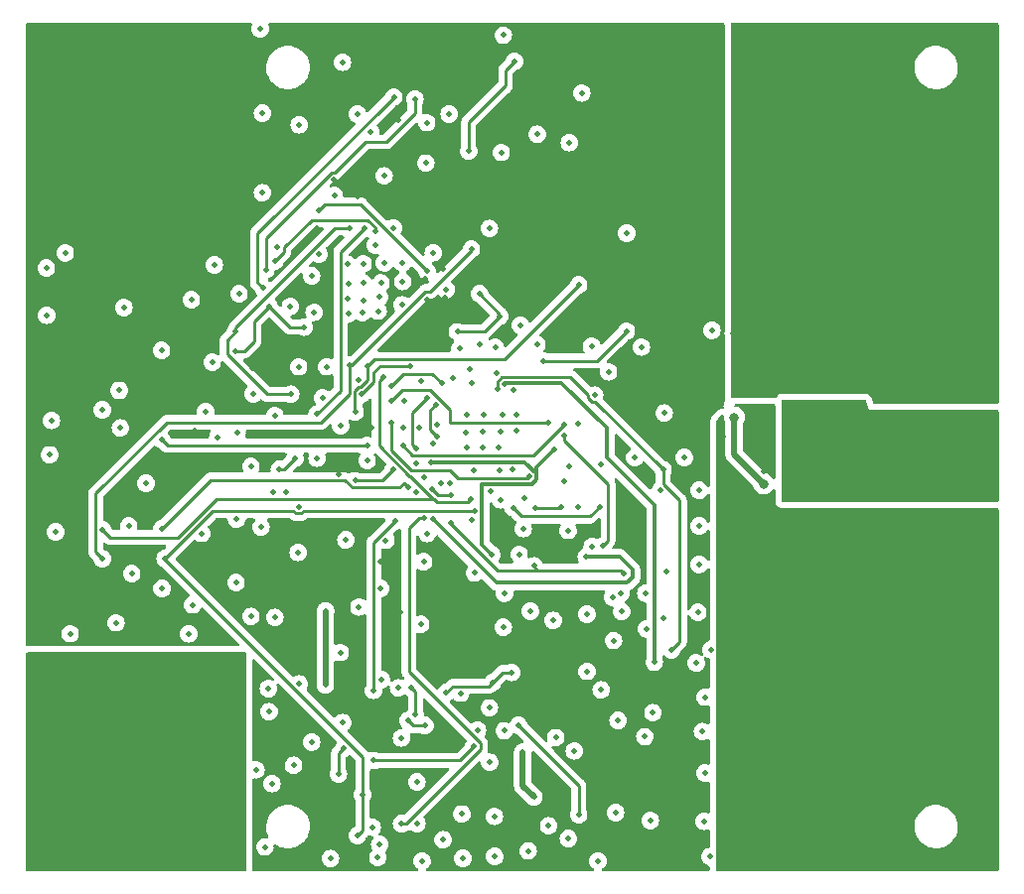
<source format=gbr>
%TF.GenerationSoftware,KiCad,Pcbnew,7.0.10-7.0.10~ubuntu22.04.1*%
%TF.CreationDate,2024-07-15T15:34:11-04:00*%
%TF.ProjectId,IcePSMNR55,49636550-534d-44e5-9235-352e6b696361,rev?*%
%TF.SameCoordinates,Original*%
%TF.FileFunction,Copper,L8,Bot*%
%TF.FilePolarity,Positive*%
%FSLAX46Y46*%
G04 Gerber Fmt 4.6, Leading zero omitted, Abs format (unit mm)*
G04 Created by KiCad (PCBNEW 7.0.10-7.0.10~ubuntu22.04.1) date 2024-07-15 15:34:11*
%MOMM*%
%LPD*%
G01*
G04 APERTURE LIST*
%TA.AperFunction,ComponentPad*%
%ADD10C,1.800000*%
%TD*%
%TA.AperFunction,ViaPad*%
%ADD11C,0.800000*%
%TD*%
%TA.AperFunction,ViaPad*%
%ADD12C,0.500000*%
%TD*%
%TA.AperFunction,Conductor*%
%ADD13C,0.500000*%
%TD*%
%TA.AperFunction,Conductor*%
%ADD14C,0.250000*%
%TD*%
%TA.AperFunction,Conductor*%
%ADD15C,0.350000*%
%TD*%
G04 APERTURE END LIST*
D10*
%TO.P,M4,1*%
%TO.N,/HighSw*%
X101600000Y-45720000D03*
%TO.P,M4,2*%
X104140000Y-45720000D03*
%TO.P,M4,3*%
X106680000Y-45720000D03*
%TO.P,M4,4*%
X109220000Y-45720000D03*
%TO.P,M4,5*%
X111760000Y-45720000D03*
%TO.P,M4,6*%
X114300000Y-45720000D03*
%TO.P,M4,7*%
X114300000Y-48260000D03*
%TO.P,M4,8*%
X111760000Y-48260000D03*
%TO.P,M4,9*%
X109220000Y-48260000D03*
%TO.P,M4,10*%
X106680000Y-48260000D03*
%TO.P,M4,11*%
X104140000Y-48260000D03*
%TO.P,M4,12*%
X101600000Y-48260000D03*
%TO.P,M4,13*%
X101600000Y-50800000D03*
%TO.P,M4,14*%
X104140000Y-50800000D03*
%TO.P,M4,15*%
X106680000Y-50800000D03*
%TO.P,M4,16*%
X109220000Y-50800000D03*
%TO.P,M4,17*%
X111760000Y-50800000D03*
%TO.P,M4,18*%
X114300000Y-50800000D03*
%TO.P,M4,19*%
X114300000Y-53340000D03*
%TO.P,M4,20*%
X111760000Y-53340000D03*
%TO.P,M4,21*%
X109220000Y-53340000D03*
%TO.P,M4,22*%
X106680000Y-53340000D03*
%TO.P,M4,23*%
X104140000Y-53340000D03*
%TO.P,M4,24*%
X101600000Y-53340000D03*
%TO.P,M4,25*%
X101600000Y-55880000D03*
%TO.P,M4,26*%
X104140000Y-55880000D03*
%TO.P,M4,27*%
X106680000Y-55880000D03*
%TO.P,M4,28*%
X109220000Y-55880000D03*
%TO.P,M4,29*%
X111760000Y-55880000D03*
%TO.P,M4,30*%
X114300000Y-55880000D03*
%TO.P,M4,31*%
X114300000Y-58420000D03*
%TO.P,M4,32*%
X111760000Y-58420000D03*
%TO.P,M4,33*%
X109220000Y-58420000D03*
%TO.P,M4,34*%
X106680000Y-58420000D03*
%TO.P,M4,35*%
X104140000Y-58420000D03*
%TO.P,M4,36*%
X101600000Y-58420000D03*
%TD*%
%TO.P,M3,1*%
%TO.N,GND*%
X101600000Y-82550000D03*
%TO.P,M3,2*%
X104140000Y-82550000D03*
%TO.P,M3,3*%
X106680000Y-82550000D03*
%TO.P,M3,4*%
X109220000Y-82550000D03*
%TO.P,M3,5*%
X111760000Y-82550000D03*
%TO.P,M3,6*%
X114300000Y-82550000D03*
%TO.P,M3,7*%
X114300000Y-85090000D03*
%TO.P,M3,8*%
X111760000Y-85090000D03*
%TO.P,M3,9*%
X109220000Y-85090000D03*
%TO.P,M3,10*%
X106680000Y-85090000D03*
%TO.P,M3,11*%
X104140000Y-85090000D03*
%TO.P,M3,12*%
X101600000Y-85090000D03*
%TO.P,M3,13*%
X101600000Y-87630000D03*
%TO.P,M3,14*%
X104140000Y-87630000D03*
%TO.P,M3,15*%
X106680000Y-87630000D03*
%TO.P,M3,16*%
X109220000Y-87630000D03*
%TO.P,M3,17*%
X111760000Y-87630000D03*
%TO.P,M3,18*%
X114300000Y-87630000D03*
%TO.P,M3,19*%
X114300000Y-90170000D03*
%TO.P,M3,20*%
X111760000Y-90170000D03*
%TO.P,M3,21*%
X109220000Y-90170000D03*
%TO.P,M3,22*%
X106680000Y-90170000D03*
%TO.P,M3,23*%
X104140000Y-90170000D03*
%TO.P,M3,24*%
X101600000Y-90170000D03*
%TO.P,M3,25*%
X101600000Y-92710000D03*
%TO.P,M3,26*%
X104140000Y-92710000D03*
%TO.P,M3,27*%
X106680000Y-92710000D03*
%TO.P,M3,28*%
X109220000Y-92710000D03*
%TO.P,M3,29*%
X111760000Y-92710000D03*
%TO.P,M3,30*%
X114300000Y-92710000D03*
%TO.P,M3,31*%
X114300000Y-95250000D03*
%TO.P,M3,32*%
X111760000Y-95250000D03*
%TO.P,M3,33*%
X109220000Y-95250000D03*
%TO.P,M3,34*%
X106680000Y-95250000D03*
%TO.P,M3,35*%
X104140000Y-95250000D03*
%TO.P,M3,36*%
X101600000Y-95250000D03*
%TD*%
%TO.P,M1,1*%
%TO.N,/VIN*%
X39370000Y-38100000D03*
%TO.P,M1,2*%
X41910000Y-38100000D03*
%TO.P,M1,3*%
X44450000Y-38100000D03*
%TO.P,M1,4*%
X46990000Y-38100000D03*
%TO.P,M1,5*%
X49530000Y-38100000D03*
%TO.P,M1,6*%
X52070000Y-38100000D03*
%TO.P,M1,7*%
X52070000Y-40640000D03*
%TO.P,M1,8*%
X49530000Y-40640000D03*
%TO.P,M1,9*%
X46990000Y-40640000D03*
%TO.P,M1,10*%
X44450000Y-40640000D03*
%TO.P,M1,11*%
X41910000Y-40640000D03*
%TO.P,M1,12*%
X39370000Y-40640000D03*
%TO.P,M1,13*%
X39370000Y-43180000D03*
%TO.P,M1,14*%
X41910000Y-43180000D03*
%TO.P,M1,15*%
X44450000Y-43180000D03*
%TO.P,M1,16*%
X46990000Y-43180000D03*
%TO.P,M1,17*%
X49530000Y-43180000D03*
%TO.P,M1,18*%
X52070000Y-43180000D03*
%TO.P,M1,19*%
X52070000Y-45720000D03*
%TO.P,M1,20*%
X49530000Y-45720000D03*
%TO.P,M1,21*%
X46990000Y-45720000D03*
%TO.P,M1,22*%
X44450000Y-45720000D03*
%TO.P,M1,23*%
X41910000Y-45720000D03*
%TO.P,M1,24*%
X39370000Y-45720000D03*
%TO.P,M1,25*%
X39370000Y-48260000D03*
%TO.P,M1,26*%
X41910000Y-48260000D03*
%TO.P,M1,27*%
X44450000Y-48260000D03*
%TO.P,M1,28*%
X46990000Y-48260000D03*
%TO.P,M1,29*%
X49530000Y-48260000D03*
%TO.P,M1,30*%
X52070000Y-48260000D03*
%TO.P,M1,31*%
X52070000Y-50800000D03*
%TO.P,M1,32*%
X49530000Y-50800000D03*
%TO.P,M1,33*%
X46990000Y-50800000D03*
%TO.P,M1,34*%
X44450000Y-50800000D03*
%TO.P,M1,35*%
X41910000Y-50800000D03*
%TO.P,M1,36*%
X39370000Y-50800000D03*
%TD*%
%TO.P,M2,1*%
%TO.N,GND*%
X39390000Y-90170000D03*
%TO.P,M2,2*%
X41930000Y-90170000D03*
%TO.P,M2,3*%
X44470000Y-90170000D03*
%TO.P,M2,4*%
X47010000Y-90170000D03*
%TO.P,M2,5*%
X49550000Y-90170000D03*
%TO.P,M2,6*%
X52090000Y-90170000D03*
%TO.P,M2,7*%
X52090000Y-92710000D03*
%TO.P,M2,8*%
X49550000Y-92710000D03*
%TO.P,M2,9*%
X47010000Y-92710000D03*
%TO.P,M2,10*%
X44470000Y-92710000D03*
%TO.P,M2,11*%
X41930000Y-92710000D03*
%TO.P,M2,12*%
X39390000Y-92710000D03*
%TO.P,M2,13*%
X39390000Y-95250000D03*
%TO.P,M2,14*%
X41930000Y-95250000D03*
%TO.P,M2,15*%
X44470000Y-95250000D03*
%TO.P,M2,16*%
X47010000Y-95250000D03*
%TO.P,M2,17*%
X49550000Y-95250000D03*
%TO.P,M2,18*%
X52090000Y-95250000D03*
%TO.P,M2,19*%
X52090000Y-97790000D03*
%TO.P,M2,20*%
X49550000Y-97790000D03*
%TO.P,M2,21*%
X47010000Y-97790000D03*
%TO.P,M2,22*%
X44470000Y-97790000D03*
%TO.P,M2,23*%
X41930000Y-97790000D03*
%TO.P,M2,24*%
X39390000Y-97790000D03*
%TO.P,M2,25*%
X39390000Y-100330000D03*
%TO.P,M2,26*%
X41930000Y-100330000D03*
%TO.P,M2,27*%
X44470000Y-100330000D03*
%TO.P,M2,28*%
X47010000Y-100330000D03*
%TO.P,M2,29*%
X49550000Y-100330000D03*
%TO.P,M2,30*%
X52090000Y-100330000D03*
%TO.P,M2,31*%
X52090000Y-102870000D03*
%TO.P,M2,32*%
X49550000Y-102870000D03*
%TO.P,M2,33*%
X47010000Y-102870000D03*
%TO.P,M2,34*%
X44470000Y-102870000D03*
%TO.P,M2,35*%
X41930000Y-102870000D03*
%TO.P,M2,36*%
X39390000Y-102870000D03*
%TD*%
D11*
%TO.N,Net-(Q4-G)*%
X98323400Y-73612002D03*
X95823500Y-67945000D03*
D12*
%TO.N,GND*%
X43390000Y-65650000D03*
X55800000Y-104600000D03*
X105840000Y-79320000D03*
X97790000Y-67564000D03*
X65230000Y-53250000D03*
X78440000Y-84480000D03*
X94940000Y-91770000D03*
X84479737Y-91209916D03*
X98806000Y-67564000D03*
X100880000Y-99460000D03*
X67665600Y-66522600D03*
X74380000Y-69160000D03*
X95956000Y-90246000D03*
X108460000Y-99460000D03*
X60018332Y-58988445D03*
X96816000Y-99460000D03*
X88320000Y-85980000D03*
X72970000Y-69220000D03*
X94940000Y-85458000D03*
X112250000Y-76962000D03*
X62940000Y-59090000D03*
X44450000Y-81280000D03*
X49310000Y-86420000D03*
X113284000Y-76962000D03*
X104396000Y-99460000D03*
X87346000Y-71374000D03*
X98806000Y-69596000D03*
X98171000Y-101981000D03*
X77230000Y-67760000D03*
X103380000Y-99460000D03*
X75438000Y-61976000D03*
X101410000Y-76204000D03*
X76030000Y-67760000D03*
X80600000Y-95270000D03*
X64180000Y-56490000D03*
X56515000Y-74295000D03*
X95956000Y-91262000D03*
X61722000Y-49022000D03*
X71272400Y-57048400D03*
X64180000Y-54850000D03*
X81680000Y-103890000D03*
X83921600Y-66065400D03*
X81360000Y-73440000D03*
X68707000Y-71856600D03*
X88200000Y-95200000D03*
X97832000Y-99460000D03*
X80000000Y-102800000D03*
X75820000Y-72450000D03*
X60706000Y-66294000D03*
X62712600Y-78409800D03*
X94940000Y-83426000D03*
X93345000Y-91821000D03*
X102934000Y-77220000D03*
X82810000Y-40260000D03*
X97028000Y-88773000D03*
X97570000Y-84100000D03*
X82200000Y-96400000D03*
X94940000Y-92786000D03*
X95885000Y-74676000D03*
X53410000Y-76650000D03*
X75760000Y-70520000D03*
X88890000Y-93150000D03*
X105412000Y-99460000D03*
X95956000Y-84950000D03*
X103632000Y-104521000D03*
X67560000Y-56350000D03*
X65590000Y-57680000D03*
X98848000Y-99460000D03*
X92826749Y-74167353D03*
X102872000Y-100476000D03*
X96308000Y-100476000D03*
X76200000Y-94691200D03*
X97155000Y-68580000D03*
X55400000Y-34800000D03*
X75946000Y-45339000D03*
X91567000Y-71374000D03*
X58730000Y-42970000D03*
X88650000Y-102360000D03*
X76940000Y-72390000D03*
X37200000Y-59230000D03*
X113810000Y-76200000D03*
X94940000Y-93802000D03*
X93345000Y-98298000D03*
X58250000Y-97650000D03*
X97409000Y-97790000D03*
X89820000Y-85070000D03*
X104904000Y-100476000D03*
X57984000Y-58480000D03*
X94940000Y-86474000D03*
X65440000Y-105500000D03*
X95956000Y-80886000D03*
X99356000Y-100476000D03*
X95360000Y-103390000D03*
X104458000Y-76204000D03*
X93120000Y-94760000D03*
X92710000Y-84582000D03*
X62960000Y-56580000D03*
X95800000Y-99460000D03*
X65460000Y-58880000D03*
X86220000Y-84520000D03*
X56650000Y-85020000D03*
X76120000Y-35340000D03*
X95956000Y-95326000D03*
X109220000Y-76962000D03*
X80390000Y-85270000D03*
X62433200Y-94005400D03*
X112776000Y-76200000D03*
X94940000Y-84442000D03*
X90068900Y-81117500D03*
X93730000Y-105440000D03*
X63830000Y-84130000D03*
X99378000Y-76204000D03*
X66000000Y-54760000D03*
X93910000Y-60520000D03*
X100372000Y-100476000D03*
X43490000Y-68860000D03*
X98298000Y-86614000D03*
X109746000Y-76200000D03*
X64800000Y-43600000D03*
X79020000Y-43800000D03*
X62230000Y-88011000D03*
X56840000Y-53400000D03*
X98520000Y-79810000D03*
X97790000Y-69596000D03*
X83280000Y-89620000D03*
X93250000Y-102420000D03*
X62860000Y-54900000D03*
X101918000Y-77220000D03*
X94784000Y-99460000D03*
X102426000Y-76204000D03*
X69088000Y-85598000D03*
X86650000Y-52230000D03*
X95250000Y-76327000D03*
X95956000Y-94310000D03*
X110218000Y-76962000D03*
X59791600Y-55880000D03*
X56159400Y-93065600D03*
X111252000Y-76962000D03*
X73280000Y-63810000D03*
X102440000Y-78980000D03*
X73040000Y-70520000D03*
X45670000Y-73580000D03*
X53340000Y-82042000D03*
X78994000Y-61722000D03*
X81780000Y-72150000D03*
X69201885Y-105793320D03*
X106250000Y-102890000D03*
X72680000Y-105580000D03*
X74380000Y-70530000D03*
X97790000Y-71628000D03*
X74980800Y-97383600D03*
X99886000Y-77220000D03*
X78250000Y-104940000D03*
X107040000Y-77600000D03*
X95956000Y-86982000D03*
X83250000Y-84750000D03*
X105920000Y-100476000D03*
X73660000Y-81229200D03*
X72490000Y-91480000D03*
X62410000Y-37650000D03*
X69138800Y-64820800D03*
X64516000Y-71628000D03*
X82473800Y-68503800D03*
X77597000Y-60071000D03*
X98806000Y-71628000D03*
X76120000Y-85860000D03*
X97150000Y-78550000D03*
X98171000Y-70612000D03*
X88280000Y-82950000D03*
X95956000Y-93294000D03*
X73030000Y-67760000D03*
X94940000Y-90754000D03*
X65659000Y-82550000D03*
X98870000Y-77220000D03*
X111778000Y-76200000D03*
X98298000Y-72517000D03*
X55040000Y-98020000D03*
X66120000Y-78440000D03*
X103888000Y-100476000D03*
X38780000Y-53920000D03*
X89846000Y-67590000D03*
X97324000Y-100476000D03*
X73928348Y-94643407D03*
X64210000Y-57950000D03*
X69530000Y-46260000D03*
X84200000Y-105800000D03*
X92837000Y-80500000D03*
X83650000Y-61860000D03*
X98171000Y-68580000D03*
X95956000Y-83934000D03*
X71000000Y-104000000D03*
X97155000Y-70612000D03*
X85910000Y-93810000D03*
X86130000Y-82980000D03*
X67480000Y-58360000D03*
X94940000Y-81394000D03*
X65600000Y-104400000D03*
X55600000Y-42000000D03*
X81661000Y-77597000D03*
X92837000Y-77216000D03*
X115970000Y-78640000D03*
X65960000Y-47340000D03*
X95292000Y-100476000D03*
X39200000Y-86400000D03*
X95956000Y-92278000D03*
X73590000Y-72460000D03*
X95956000Y-85966000D03*
X77830000Y-77440000D03*
X64090000Y-59030000D03*
X63700000Y-42070000D03*
X67560000Y-54790000D03*
X81760000Y-44510000D03*
X67995800Y-93827600D03*
X51490000Y-54940000D03*
X95956000Y-96342000D03*
X75360000Y-102000000D03*
X43780000Y-58580000D03*
X58674000Y-63627000D03*
X106428000Y-99460000D03*
X69342000Y-80264000D03*
X37460000Y-71150000D03*
X77240000Y-69120000D03*
X100394000Y-76204000D03*
X100902000Y-77220000D03*
X58648600Y-79476600D03*
X95956000Y-81902000D03*
X44196000Y-77216000D03*
X107952000Y-100476000D03*
X72600000Y-101800000D03*
X75400000Y-105400000D03*
X74940000Y-51840000D03*
X51793054Y-69659660D03*
X92583000Y-88900000D03*
X107444000Y-99460000D03*
X74940000Y-92740000D03*
X94940000Y-94818000D03*
X74450000Y-67760000D03*
X84410000Y-71930000D03*
X62870000Y-57860000D03*
X43100000Y-85470000D03*
X99864000Y-99460000D03*
X95122000Y-71894000D03*
X77470000Y-79629000D03*
X83710000Y-78990000D03*
X94940000Y-82410000D03*
X61087000Y-63627000D03*
X103950000Y-77220000D03*
X105310000Y-103920000D03*
X110744000Y-76200000D03*
X102364000Y-99460000D03*
X106936000Y-100476000D03*
X96960000Y-105470000D03*
X85704158Y-101681458D03*
X103442000Y-76204000D03*
X98180000Y-93580000D03*
X69596000Y-42799000D03*
X95956000Y-82918000D03*
X93853000Y-87757000D03*
X37170000Y-55210000D03*
X37600000Y-68210000D03*
X85520000Y-86990000D03*
X104966000Y-77220000D03*
X61400000Y-105600000D03*
X64960000Y-102920000D03*
X94869000Y-69596000D03*
X111600000Y-79510000D03*
X59791600Y-95656400D03*
X109910000Y-98600000D03*
X101540000Y-102970000D03*
X54813200Y-65938400D03*
X58674000Y-75565000D03*
X37973000Y-77724000D03*
X65700000Y-56480000D03*
X87890000Y-61940000D03*
X75870000Y-69150000D03*
X56400000Y-99200000D03*
X60256161Y-71423956D03*
X69455000Y-94240000D03*
X116990000Y-98840000D03*
X94940000Y-95834000D03*
X55600000Y-48790000D03*
X98340000Y-100476000D03*
X82490000Y-75620000D03*
%TO.N,+3V3*%
X76962000Y-75666000D03*
X62267974Y-68647000D03*
X60421470Y-50271730D03*
X75845000Y-59309000D03*
X58369200Y-71424800D03*
X85460000Y-83320000D03*
X74105000Y-57404000D03*
X67564000Y-68847000D03*
X72218513Y-60636487D03*
X66747913Y-72387087D03*
X84330000Y-75565000D03*
X63497060Y-73344633D03*
X56155000Y-58480000D03*
X79502000Y-63119000D03*
X69000000Y-68850000D03*
X57048400Y-72390000D03*
X86614000Y-60579000D03*
X69630600Y-55460000D03*
X59165000Y-60258000D03*
X53310000Y-62290000D03*
%TO.N,/+22V*%
X77790000Y-96520000D03*
X65074800Y-97231200D03*
X73609200Y-96012000D03*
X78740000Y-100330000D03*
%TO.N,+5V*%
X57605000Y-74355000D03*
X60960000Y-90780000D03*
X66774620Y-51771141D03*
X60985200Y-84454800D03*
%TO.N,+1V2*%
X70443511Y-68604923D03*
X75148133Y-79670000D03*
X69993000Y-71754601D03*
X80441800Y-70688200D03*
%TO.N,+2V5*%
X78867000Y-75666000D03*
X81030000Y-75565000D03*
%TO.N,/VIN*%
X91440000Y-43942000D03*
X89408000Y-39878000D03*
X91440000Y-44958000D03*
X82720000Y-83220000D03*
X54760000Y-63710000D03*
X91440000Y-54356000D03*
X51054000Y-72136000D03*
X90424000Y-53848000D03*
X91440000Y-42926000D03*
X91440000Y-40894000D03*
X62103000Y-72771000D03*
X90424000Y-55880000D03*
X91440000Y-38862000D03*
X84170000Y-50820000D03*
X89960000Y-61010000D03*
X89408000Y-41910000D03*
X90424000Y-41402000D03*
X92456000Y-41402000D03*
X57000000Y-35400000D03*
X91440000Y-56388000D03*
X89408000Y-55372000D03*
X90976000Y-61010000D03*
X88944000Y-61010000D03*
X92456000Y-53848000D03*
X67200000Y-42600000D03*
X92456000Y-42418000D03*
X86716000Y-40542000D03*
X92456000Y-40386000D03*
X76600000Y-41200000D03*
X91484000Y-59994000D03*
X89408000Y-44958000D03*
X44530000Y-60630000D03*
X89408000Y-53340000D03*
X46190000Y-54390000D03*
X90424000Y-56896000D03*
X91440000Y-51308000D03*
X92456000Y-54864000D03*
X71130000Y-57750000D03*
X55110000Y-51170000D03*
X89408000Y-40894000D03*
X56600000Y-40600000D03*
X82646000Y-49804000D03*
X89452000Y-59994000D03*
X86716000Y-41558000D03*
X92456000Y-39370000D03*
X89408000Y-54356000D03*
X52090000Y-57130000D03*
X63670000Y-49060000D03*
X42190000Y-54210000D03*
X51562000Y-78994000D03*
X90424000Y-54864000D03*
X49784000Y-69088000D03*
X92456000Y-55880000D03*
X72400000Y-51400000D03*
X70485000Y-40259000D03*
X82138000Y-50820000D03*
X90424000Y-40386000D03*
X57200000Y-47000000D03*
X90424000Y-44450000D03*
X92456000Y-52832000D03*
X65659000Y-80264000D03*
X81122000Y-50820000D03*
X64008000Y-46609000D03*
X67310000Y-84582000D03*
X89408000Y-38862000D03*
X88180000Y-72560000D03*
X55800000Y-43800000D03*
X90424000Y-42418000D03*
X89408000Y-52324000D03*
X82000000Y-42800000D03*
X86716000Y-43590000D03*
X89408000Y-56388000D03*
X92456000Y-56896000D03*
X69494446Y-56149807D03*
X90424000Y-39370000D03*
X82550000Y-87500000D03*
X92456000Y-44450000D03*
X64897000Y-68834000D03*
X90424000Y-43434000D03*
X77978000Y-90525600D03*
X57200000Y-44600000D03*
X90424000Y-52832000D03*
X91440000Y-41910000D03*
X48640000Y-54050000D03*
X90468000Y-59994000D03*
X82753200Y-93675200D03*
X57290000Y-48680000D03*
X89408000Y-51308000D03*
X72567800Y-56286400D03*
X79883000Y-79121000D03*
X85700000Y-42066000D03*
X92456000Y-43434000D03*
X89408000Y-57404000D03*
X70993000Y-55245000D03*
X86716000Y-42574000D03*
X83662000Y-49804000D03*
X67400000Y-45000000D03*
X85700000Y-43082000D03*
X89408000Y-43942000D03*
X60200000Y-51800000D03*
X82000000Y-37400000D03*
X60198000Y-61214000D03*
X36930000Y-53680000D03*
X89408000Y-42926000D03*
X69610000Y-57930000D03*
X91440000Y-57404000D03*
X88436000Y-59994000D03*
X91440000Y-39878000D03*
X69350000Y-52570000D03*
X91440000Y-53340000D03*
X85700000Y-41050000D03*
X91440000Y-55372000D03*
X83154000Y-50820000D03*
X91440000Y-52324000D03*
X63260000Y-90932000D03*
X57023000Y-77927200D03*
X81630000Y-49804000D03*
X90424000Y-51816000D03*
X61710000Y-47660000D03*
X92456000Y-51816000D03*
X61400000Y-42400000D03*
X55800000Y-45800000D03*
%TO.N,Net-(U8-GND{slash}ADJ)*%
X56120000Y-91100000D03*
X58743587Y-90696413D03*
%TO.N,Net-(C43-Pad1)*%
X77419200Y-94234000D03*
X82550000Y-101854000D03*
%TO.N,/LED_R*%
X90474800Y-87782400D03*
X89747821Y-72417821D03*
X75620000Y-65532000D03*
%TO.N,/LED_G*%
X76962000Y-65624800D03*
X84582000Y-78943200D03*
X81330800Y-69494400D03*
%TO.N,/LED_B*%
X89001600Y-88849200D03*
X76250800Y-65074800D03*
%TO.N,/CDONE*%
X70154800Y-76657200D03*
X83210400Y-79857600D03*
X70131751Y-70208481D03*
%TO.N,Net-(IC1-CA)*%
X73176400Y-45237400D03*
X77070000Y-37567200D03*
%TO.N,/USB_M*%
X55880000Y-55372000D03*
X54610000Y-84937600D03*
X68760000Y-102610000D03*
X68595000Y-40800000D03*
%TO.N,/USB_P*%
X67462026Y-95300800D03*
X68760000Y-99060000D03*
X67208400Y-91033600D03*
X55626000Y-56896000D03*
X53441600Y-69291200D03*
X55473600Y-77317600D03*
X66800000Y-40600000D03*
%TO.N,/IOT_36B*%
X50749200Y-67462400D03*
X66580000Y-68427600D03*
X78319999Y-73004078D03*
%TO.N,/VGS:LOAD-IOB_13B*%
X74117200Y-61722000D03*
X70459600Y-69590000D03*
X70358000Y-66852800D03*
X71526400Y-42062400D03*
X70166127Y-53896000D03*
%TO.N,/VGS:Fly-IOB_18A*%
X71628000Y-76962000D03*
X78740000Y-80619600D03*
X86360000Y-81280000D03*
X68716983Y-74355000D03*
X69342000Y-73085000D03*
%TO.N,/IOT_43A*%
X66548000Y-66548000D03*
X80006265Y-68385000D03*
X41950000Y-67310000D03*
%TO.N,/IOT_42B*%
X81280000Y-68580000D03*
X46990000Y-69850000D03*
X64516000Y-70358000D03*
X67568653Y-70362653D03*
%TO.N,/FPGA_SO*%
X71628000Y-74549000D03*
X68067347Y-73918653D03*
X66894389Y-76818811D03*
X62077600Y-98399600D03*
X62484000Y-96215200D03*
X65074800Y-91236800D03*
X46990000Y-77470000D03*
X70027987Y-74040813D03*
%TO.N,/FT_SSn*%
X65909774Y-64508148D03*
X73369000Y-74930000D03*
X41960800Y-77520800D03*
X85090000Y-64058800D03*
%TO.N,/FPGA_SI*%
X73660000Y-75946000D03*
X63690000Y-103639000D03*
X47300000Y-79980000D03*
X64135000Y-100140000D03*
%TO.N,/FLASH_MOSI*%
X62992000Y-63500000D03*
X41950000Y-80010000D03*
X65735200Y-90322400D03*
X73406000Y-53594000D03*
%TO.N,/FT_SCK*%
X68229418Y-63567000D03*
X47040800Y-82550000D03*
X64052676Y-65973000D03*
X69650079Y-77853000D03*
%TO.N,/FLASH_MISO*%
X49657000Y-83947000D03*
X50419000Y-77851000D03*
X63500000Y-67497000D03*
X82550000Y-56642000D03*
X64592200Y-63576200D03*
X54610000Y-72136000D03*
X56642000Y-67810000D03*
%TO.N,/HighSw*%
X106470000Y-36430000D03*
X115824000Y-61976000D03*
X115189000Y-65278000D03*
X113538000Y-63246000D03*
X101346000Y-63246000D03*
X102870000Y-41148000D03*
X106680000Y-61976000D03*
X108204000Y-61976000D03*
X97282000Y-44958000D03*
X110490000Y-63246000D03*
X101346000Y-40132000D03*
X108966000Y-63246000D03*
X95730000Y-60810000D03*
X98806000Y-55880000D03*
X98806000Y-60452000D03*
X101346000Y-37084000D03*
X100584000Y-61976000D03*
X101346000Y-38608000D03*
X98806000Y-49784000D03*
X112776000Y-61976000D03*
X96266000Y-44958000D03*
X102870000Y-42672000D03*
X103632000Y-61976000D03*
X116850000Y-57200000D03*
X97536000Y-61976000D03*
X97282000Y-53340000D03*
X98806000Y-40640000D03*
X96266000Y-55372000D03*
X98806000Y-45212000D03*
X97282000Y-57404000D03*
X116890000Y-35410000D03*
X100076000Y-42672000D03*
X98806000Y-54356000D03*
X99060000Y-61976000D03*
X114300000Y-61976000D03*
X115189000Y-66294000D03*
X98806000Y-38862000D03*
X102108000Y-61976000D03*
X98806000Y-58928000D03*
X107720000Y-39390000D03*
X98806000Y-48260000D03*
X100076000Y-39624000D03*
X98806000Y-46736000D03*
X96266000Y-57404000D03*
X100076000Y-38100000D03*
X101346000Y-41656000D03*
X104394000Y-63246000D03*
X96774000Y-63246000D03*
X113157000Y-66294000D03*
X116820000Y-41280000D03*
X109500000Y-41810000D03*
X111252000Y-61976000D03*
X117200000Y-49320000D03*
X103060000Y-36240000D03*
X96266000Y-53340000D03*
X111125000Y-65278000D03*
X98806000Y-57404000D03*
X99822000Y-63246000D03*
X97282000Y-42926000D03*
X102870000Y-63246000D03*
X105918000Y-63246000D03*
X111125000Y-66294000D03*
X102870000Y-38100000D03*
X96266000Y-40894000D03*
X98806000Y-52832000D03*
X109728000Y-61976000D03*
X97282000Y-55372000D03*
X102870000Y-39624000D03*
X115062000Y-63246000D03*
X98806000Y-43688000D03*
X113157000Y-65278000D03*
X97282000Y-40894000D03*
X107442000Y-63246000D03*
X100076000Y-41148000D03*
X98806000Y-51308000D03*
X116586000Y-63246000D03*
X112014000Y-63246000D03*
X98806000Y-42164000D03*
X96266000Y-42926000D03*
X104610000Y-38710000D03*
X105156000Y-61976000D03*
X105180000Y-41430000D03*
X98298000Y-63246000D03*
%TO.N,/CRESET_N*%
X69600000Y-66294001D03*
X68681600Y-70604601D03*
%TO.N,/EE_CS*%
X53310000Y-60640000D03*
X62992000Y-51816000D03*
X58013600Y-65973000D03*
%TO.N,/EE_CLK*%
X64262000Y-51816000D03*
X60267500Y-67660000D03*
%TO.N,/EE_DAT*%
X65235000Y-52070000D03*
X56642000Y-54610000D03*
X53594000Y-57404000D03*
%TO.N,Net-(U9-EN{slash}UVLO)*%
X76860400Y-89712800D03*
X75201866Y-90575000D03*
X71260000Y-91450000D03*
%TO.N,/IOB_22A*%
X89509648Y-74193352D03*
X70782797Y-73573857D03*
X77927200Y-74879200D03*
X73406000Y-76708000D03*
%TO.N,/IOB_23B*%
X68630800Y-93268800D03*
X75895200Y-74980800D03*
X76250800Y-82956400D03*
X68275200Y-91033600D03*
%TO.N,/IOB_24A*%
X69342000Y-76521000D03*
X71577200Y-73592627D03*
X67462400Y-102616000D03*
%TO.N,/CRYSTAL-IOB_25B_G3*%
X75031600Y-74254078D03*
X75559627Y-64139627D03*
%TO.N,/IOB_0A*%
X73406000Y-65024000D03*
X49530000Y-57912000D03*
%TO.N,/IOB_2A*%
X51308000Y-63246000D03*
X71839405Y-64620975D03*
%TO.N,/IOB_4A*%
X63777929Y-64746071D03*
X66548000Y-65278000D03*
X46990000Y-62230000D03*
X70866000Y-65024000D03*
%TO.N,/CLK_12M_FT*%
X72390000Y-62090000D03*
X60411834Y-54011034D03*
%TO.N,/AntiSeriesFB*%
X107823000Y-72517000D03*
X108839000Y-70866000D03*
X105029000Y-73787000D03*
X106807000Y-70993000D03*
X110363000Y-70866000D03*
X110236000Y-73787000D03*
X105283000Y-68199000D03*
X106299000Y-72517000D03*
X114808000Y-69469000D03*
X113538000Y-73787000D03*
X112141000Y-68072000D03*
X115443000Y-74422000D03*
X106807000Y-73787000D03*
X100965000Y-69596000D03*
X103505000Y-73787000D03*
X114681000Y-72390000D03*
X106807000Y-68199000D03*
X103505000Y-68199000D03*
X105283000Y-70993000D03*
X108712000Y-73787000D03*
X109855000Y-72390000D03*
X117221000Y-68961000D03*
X103505000Y-70993000D03*
X110363000Y-68072000D03*
X101981000Y-68199000D03*
X108839000Y-74803000D03*
X111506000Y-69469000D03*
X111379000Y-72390000D03*
X112141000Y-70866000D03*
X102997000Y-72517000D03*
X113665000Y-70866000D03*
X108839000Y-68072000D03*
X104648000Y-69596000D03*
X109982000Y-69469000D03*
X113284000Y-69469000D03*
X107950000Y-69596000D03*
X100965000Y-72517000D03*
X116840000Y-74041000D03*
X116713000Y-71374000D03*
X113157000Y-72390000D03*
X103124000Y-69596000D03*
X104521000Y-72517000D03*
X100965000Y-67183000D03*
X112014000Y-73787000D03*
X101727000Y-73787000D03*
X101981000Y-70993000D03*
X113665000Y-68072000D03*
X106426000Y-69596000D03*
%TD*%
D13*
%TO.N,Net-(Q4-G)*%
X95823500Y-67945000D02*
X95823500Y-71112102D01*
X95823500Y-71112102D02*
X98323400Y-73612002D01*
D14*
%TO.N,GND*%
X69455000Y-94240000D02*
X68408200Y-94240000D01*
X68408200Y-94240000D02*
X67995800Y-93827600D01*
%TO.N,+3V3*%
X75845000Y-59144000D02*
X74105000Y-57404000D01*
X76962000Y-75666000D02*
X77687000Y-76391000D01*
X60909200Y-49784000D02*
X60421470Y-50271730D01*
X83504000Y-76391000D02*
X84330000Y-75565000D01*
X63497060Y-73344633D02*
X65790367Y-73344633D01*
X54864000Y-61483000D02*
X54057000Y-62290000D01*
X57048400Y-72390000D02*
X57404000Y-72390000D01*
X84074000Y-63119000D02*
X79502000Y-63119000D01*
X56155000Y-58480000D02*
X54864000Y-59771000D01*
X74517513Y-60636487D02*
X75845000Y-59309000D01*
X57933000Y-60258000D02*
X56155000Y-58480000D01*
X69630600Y-55440295D02*
X63974305Y-49784000D01*
X75845000Y-59309000D02*
X75845000Y-59144000D01*
X86614000Y-60579000D02*
X84074000Y-63119000D01*
X65790367Y-73344633D02*
X66747913Y-72387087D01*
X69630600Y-55460000D02*
X69630600Y-55440295D01*
X59165000Y-60258000D02*
X57933000Y-60258000D01*
X54057000Y-62290000D02*
X53310000Y-62290000D01*
X63974305Y-49784000D02*
X60909200Y-49784000D01*
X57404000Y-72390000D02*
X58369200Y-71424800D01*
X77687000Y-76391000D02*
X83504000Y-76391000D01*
X54864000Y-59771000D02*
X54864000Y-61483000D01*
X72218513Y-60636487D02*
X74517513Y-60636487D01*
%TO.N,/+22V*%
X72390000Y-97231200D02*
X73609200Y-96012000D01*
D13*
X77790000Y-96520000D02*
X77790000Y-99380000D01*
D14*
X65074800Y-97231200D02*
X72390000Y-97231200D01*
D13*
X77790000Y-99380000D02*
X78740000Y-100330000D01*
%TO.N,+5V*%
X60985200Y-84454800D02*
X60960000Y-84480000D01*
X60960000Y-84480000D02*
X60960000Y-90780000D01*
D15*
%TO.N,+1V2*%
X78944999Y-72185001D02*
X80441800Y-70688200D01*
X75148133Y-79670000D02*
X74285000Y-78806867D01*
X78944999Y-73262962D02*
X78944999Y-72745194D01*
X74285000Y-73629078D02*
X78578883Y-73629078D01*
X78944999Y-72745194D02*
X77954406Y-71754601D01*
X78944999Y-72745194D02*
X78944999Y-72185001D01*
X77954406Y-71754601D02*
X69993000Y-71754601D01*
X74285000Y-78806867D02*
X74285000Y-73629078D01*
X78578883Y-73629078D02*
X78944999Y-73262962D01*
D14*
%TO.N,+2V5*%
X80929000Y-75666000D02*
X81030000Y-75565000D01*
X78867000Y-75666000D02*
X80929000Y-75666000D01*
D13*
%TO.N,/VIN*%
X82753200Y-93675200D02*
X81127600Y-93675200D01*
X81127600Y-93675200D02*
X77978000Y-90525600D01*
D14*
%TO.N,Net-(C43-Pad1)*%
X82550000Y-99364800D02*
X82550000Y-101854000D01*
X77419200Y-94234000D02*
X82550000Y-99364800D01*
%TO.N,/LED_R*%
X81829800Y-64499800D02*
X76012627Y-64499800D01*
X89747821Y-72417821D02*
X83970400Y-66640400D01*
X76012627Y-64499800D02*
X75620000Y-64892427D01*
X83970400Y-66640400D02*
X83683427Y-66640400D01*
X91150000Y-87107200D02*
X91150000Y-75020531D01*
X83346600Y-66303573D02*
X83346600Y-66016600D01*
X90474800Y-87782400D02*
X91150000Y-87107200D01*
X91150000Y-75020531D02*
X89747821Y-73618352D01*
X83346600Y-66016600D02*
X81829800Y-64499800D01*
X75620000Y-64892427D02*
X75620000Y-65532000D01*
X89747821Y-73618352D02*
X89747821Y-72417821D01*
X83683427Y-66640400D02*
X83346600Y-66303573D01*
%TO.N,/LED_G*%
X84582000Y-78943200D02*
X85055000Y-78470200D01*
X85055000Y-78470200D02*
X85055000Y-73615000D01*
X85055000Y-73615000D02*
X81330800Y-69890800D01*
X81330800Y-69890800D02*
X81330800Y-69494400D01*
D15*
%TO.N,/LED_B*%
X89001600Y-75417716D02*
X89001600Y-88849200D01*
X84940000Y-68836400D02*
X84940000Y-71356116D01*
X76325800Y-64999800D02*
X81103400Y-64999800D01*
X81103400Y-64999800D02*
X84940000Y-68836400D01*
X76250800Y-65074800D02*
X76325800Y-64999800D01*
X84940000Y-71356116D02*
X89001600Y-75417716D01*
%TO.N,/CDONE*%
X75552600Y-82055000D02*
X86681016Y-82055000D01*
X86681016Y-82055000D02*
X87135000Y-81601016D01*
X86033616Y-79857600D02*
X83210400Y-79857600D01*
X87135000Y-80958984D02*
X86033616Y-79857600D01*
X87135000Y-81601016D02*
X87135000Y-80958984D01*
X70154800Y-76657200D02*
X75552600Y-82055000D01*
D14*
%TO.N,Net-(IC1-CA)*%
X77070000Y-37567200D02*
X76327000Y-38310200D01*
X76327000Y-39624000D02*
X73176400Y-42774600D01*
X76327000Y-38310200D02*
X76327000Y-39624000D01*
X73176400Y-42774600D02*
X73176400Y-45237400D01*
%TO.N,/USB_M*%
X61471827Y-47085000D02*
X55880000Y-52676827D01*
X55880000Y-52676827D02*
X55880000Y-55372000D01*
X68595000Y-40800000D02*
X68595000Y-42022000D01*
X64389000Y-44450000D02*
X61754000Y-47085000D01*
X68595000Y-42022000D02*
X66167000Y-44450000D01*
X66167000Y-44450000D02*
X64389000Y-44450000D01*
X61754000Y-47085000D02*
X61471827Y-47085000D01*
%TO.N,/USB_P*%
X55155000Y-56425000D02*
X55626000Y-56896000D01*
X55155000Y-52245000D02*
X55155000Y-56425000D01*
X66800000Y-40600000D02*
X55155000Y-52245000D01*
%TO.N,/IOT_36B*%
X78194999Y-73129078D02*
X72229078Y-73129078D01*
X72229078Y-73129078D02*
X71610000Y-72510000D01*
X78319999Y-73004078D02*
X78194999Y-73129078D01*
X71610000Y-72510000D02*
X68320396Y-72510000D01*
X66580000Y-70769604D02*
X66580000Y-68427600D01*
X68320396Y-72510000D02*
X66580000Y-70769604D01*
%TO.N,/VGS:LOAD-IOB_13B*%
X69868511Y-67342289D02*
X70358000Y-66852800D01*
X69868511Y-68998911D02*
X69868511Y-67342289D01*
X70459600Y-69590000D02*
X69868511Y-68998911D01*
%TO.N,/VGS:Fly-IOB_18A*%
X86360000Y-81280000D02*
X86106000Y-81026000D01*
X78740000Y-80619600D02*
X78740000Y-80721200D01*
X75606000Y-81026000D02*
X71628000Y-77048000D01*
X79044800Y-81026000D02*
X75606000Y-81026000D01*
X78740000Y-80721200D02*
X79044800Y-81026000D01*
X86106000Y-81026000D02*
X79044800Y-81026000D01*
X71628000Y-77048000D02*
X71628000Y-76962000D01*
%TO.N,/IOT_43A*%
X69900305Y-65569000D02*
X67527000Y-65569000D01*
X71610305Y-67279000D02*
X69900305Y-65569000D01*
X80006265Y-68385000D02*
X71610305Y-68385000D01*
X67527000Y-65569000D02*
X66548000Y-66548000D01*
X71610305Y-68385000D02*
X71610305Y-67279000D01*
%TO.N,/IOT_42B*%
X81280000Y-68580000D02*
X78680399Y-71179601D01*
X68385601Y-71179601D02*
X67568653Y-70362653D01*
X78680399Y-71179601D02*
X68385601Y-71179601D01*
X64516000Y-70358000D02*
X47498000Y-70358000D01*
X47498000Y-70358000D02*
X46990000Y-69850000D01*
%TO.N,/FPGA_SO*%
X67295061Y-73919633D02*
X63258887Y-73919633D01*
X65074800Y-91236800D02*
X65074800Y-78638400D01*
X65074800Y-78638400D02*
X66894389Y-76818811D01*
X67681694Y-73533000D02*
X67295061Y-73919633D01*
X68067347Y-73918653D02*
X67681694Y-73533000D01*
X63258887Y-73919633D02*
X62618254Y-73279000D01*
X71628000Y-74549000D02*
X70536174Y-74549000D01*
X62618254Y-73279000D02*
X62408173Y-73279000D01*
X61797827Y-73279000D02*
X51181000Y-73279000D01*
X62077600Y-98399600D02*
X62077600Y-96621600D01*
X62408173Y-73279000D02*
X62341173Y-73346000D01*
X61864827Y-73346000D02*
X61797827Y-73279000D01*
X70536174Y-74549000D02*
X70027987Y-74040813D01*
X62077600Y-96621600D02*
X62484000Y-96215200D01*
X51181000Y-73279000D02*
X46990000Y-77470000D01*
X62341173Y-73346000D02*
X61864827Y-73346000D01*
%TO.N,/FT_SSn*%
X69452987Y-74232987D02*
X69452987Y-74278986D01*
X41960800Y-77520800D02*
X42635000Y-78195000D01*
X68141000Y-72967000D02*
X68187000Y-72967000D01*
X42635000Y-78195000D02*
X48422604Y-78195000D01*
X73369000Y-74930000D02*
X73115000Y-75184000D01*
X65532000Y-64885922D02*
X65532000Y-70358000D01*
X51687604Y-74930000D02*
X70256400Y-74930000D01*
X65532000Y-70358000D02*
X68141000Y-72967000D01*
X48422604Y-78195000D02*
X51687604Y-74930000D01*
X68187000Y-72967000D02*
X69452987Y-74232987D01*
X69452987Y-74278986D02*
X70104001Y-74930000D01*
X73115000Y-75184000D02*
X70510400Y-75184000D01*
X65909774Y-64508148D02*
X65532000Y-64885922D01*
X70104001Y-74930000D02*
X70256400Y-74930000D01*
X70510400Y-75184000D02*
X70256400Y-74930000D01*
%TO.N,/FPGA_SI*%
X58912173Y-76140000D02*
X58435827Y-76140000D01*
X64135000Y-96901000D02*
X64135000Y-100140000D01*
X58241827Y-75946000D02*
X51344000Y-75946000D01*
X47310000Y-79980000D02*
X47300000Y-79980000D01*
X51344000Y-75946000D02*
X47310000Y-79980000D01*
X47300000Y-80080000D02*
X47460000Y-80240000D01*
X64135000Y-100140000D02*
X64135000Y-103194000D01*
X47460000Y-80240000D02*
X47474000Y-80240000D01*
X47474000Y-80240000D02*
X64135000Y-96901000D01*
X73660000Y-75946000D02*
X59106173Y-75946000D01*
X64135000Y-103194000D02*
X63690000Y-103639000D01*
X58435827Y-76140000D02*
X58241827Y-75946000D01*
X59106173Y-75946000D02*
X58912173Y-76140000D01*
X47300000Y-79980000D02*
X47300000Y-80080000D01*
%TO.N,/FLASH_MOSI*%
X41385800Y-79445800D02*
X41385800Y-74428895D01*
X69495000Y-57215000D02*
X69868173Y-57215000D01*
X47429695Y-68385000D02*
X60567805Y-68385000D01*
X73406000Y-53677173D02*
X73406000Y-53594000D01*
X62992000Y-65960805D02*
X62992000Y-63500000D01*
X62992000Y-63500000D02*
X63210000Y-63500000D01*
X41385800Y-74428895D02*
X47429695Y-68385000D01*
X60567805Y-68385000D02*
X62992000Y-65960805D01*
X63210000Y-63500000D02*
X69495000Y-57215000D01*
X69868173Y-57215000D02*
X73406000Y-53677173D01*
X41950000Y-80010000D02*
X41385800Y-79445800D01*
%TO.N,/FT_SCK*%
X68229418Y-63567000D02*
X65626705Y-63567000D01*
X65082000Y-64111705D02*
X65082000Y-64943676D01*
X65082000Y-64943676D02*
X64052676Y-65973000D01*
X65626705Y-63567000D02*
X65082000Y-64111705D01*
%TO.N,/FLASH_MISO*%
X65176400Y-62992000D02*
X76200000Y-62992000D01*
X63814503Y-65398000D02*
X63991280Y-65398000D01*
X63991280Y-65398000D02*
X64592200Y-64797080D01*
X63500000Y-67497000D02*
X63500000Y-67338849D01*
X63500000Y-67338849D02*
X63477676Y-67316525D01*
X76200000Y-62992000D02*
X82550000Y-56642000D01*
X63477676Y-67316525D02*
X63477676Y-65734827D01*
X63477676Y-65734827D02*
X63814503Y-65398000D01*
X64592200Y-63576200D02*
X65176400Y-62992000D01*
X64592200Y-64797080D02*
X64592200Y-63576200D01*
%TO.N,/CRESET_N*%
X68330000Y-67564001D02*
X69600000Y-66294001D01*
X68681600Y-70604601D02*
X68330000Y-70253001D01*
X68330000Y-70253001D02*
X68330000Y-67564001D01*
%TO.N,/EE_CS*%
X62992000Y-51816000D02*
X61793695Y-51816000D01*
X52585000Y-61365000D02*
X53310000Y-60640000D01*
X58013600Y-65973000D02*
X55967695Y-65973000D01*
X55967695Y-65973000D02*
X52585000Y-62590305D01*
X52585000Y-62590305D02*
X52585000Y-61365000D01*
X53310000Y-60299695D02*
X53310000Y-60640000D01*
X61793695Y-51816000D02*
X53310000Y-60299695D01*
%TO.N,/EE_CLK*%
X62267000Y-53811000D02*
X62267000Y-65660500D01*
X64262000Y-51816000D02*
X62267000Y-53811000D01*
X62267000Y-65660500D02*
X60267500Y-67660000D01*
%TO.N,/EE_DAT*%
X64566305Y-51095000D02*
X65235000Y-51763695D01*
X65235000Y-51763695D02*
X65235000Y-52070000D01*
X57415000Y-53456000D02*
X59776000Y-51095000D01*
X57415000Y-53837000D02*
X57415000Y-53456000D01*
X56642000Y-54610000D02*
X57415000Y-53837000D01*
X59776000Y-51095000D02*
X64566305Y-51095000D01*
%TO.N,Net-(U9-EN{slash}UVLO)*%
X71260000Y-91450000D02*
X71805000Y-90905000D01*
X76064066Y-89712800D02*
X75275465Y-90501401D01*
X74871866Y-90905000D02*
X75201866Y-90575000D01*
X75275465Y-90501401D02*
X75180000Y-90501401D01*
X71805000Y-90905000D02*
X74871866Y-90905000D01*
X76860400Y-89712800D02*
X76064066Y-89712800D01*
%TO.N,/IOB_23B*%
X68630800Y-93268800D02*
X68630800Y-91389200D01*
X68630800Y-91389200D02*
X68275200Y-91033600D01*
%TO.N,/IOB_24A*%
X68072000Y-89662000D02*
X68072000Y-77876400D01*
X68970200Y-76521000D02*
X69342000Y-76521000D01*
X67818373Y-102616000D02*
X74184200Y-96250173D01*
X68072000Y-77876400D02*
X68072000Y-77419200D01*
X68072000Y-77419200D02*
X68970200Y-76521000D01*
X74184200Y-95774200D02*
X68072000Y-89662000D01*
X67462400Y-102616000D02*
X67818373Y-102616000D01*
X74184200Y-96250173D02*
X74184200Y-95774200D01*
%TO.N,/IOB_4A*%
X70866000Y-65024000D02*
X70078600Y-64236600D01*
X67589400Y-64236600D02*
X66548000Y-65278000D01*
X70078600Y-64236600D02*
X67589400Y-64236600D01*
%TD*%
%TA.AperFunction,Conductor*%
%TO.N,/AntiSeriesFB*%
G36*
X107034506Y-66440685D02*
G01*
X107080261Y-66493489D01*
X107086696Y-66510935D01*
X107314999Y-67309999D01*
X107315000Y-67310000D01*
X118239500Y-67310000D01*
X118306539Y-67329685D01*
X118352294Y-67382489D01*
X118363500Y-67434000D01*
X118363500Y-75060000D01*
X118343815Y-75127039D01*
X118291011Y-75172794D01*
X118239500Y-75184000D01*
X99946000Y-75184000D01*
X99878961Y-75164315D01*
X99833206Y-75111511D01*
X99822000Y-75060000D01*
X99822000Y-66545000D01*
X99841685Y-66477961D01*
X99894489Y-66432206D01*
X99946000Y-66421000D01*
X106967467Y-66421000D01*
X107034506Y-66440685D01*
G37*
%TD.AperFunction*%
%TD*%
%TA.AperFunction,Conductor*%
%TO.N,GND*%
G36*
X54192734Y-88019685D02*
G01*
X54238489Y-88072489D01*
X54249695Y-88124304D01*
X54204520Y-106555804D01*
X54184671Y-106622795D01*
X54131755Y-106668420D01*
X54080520Y-106679500D01*
X35557500Y-106679500D01*
X35490461Y-106659815D01*
X35444706Y-106607011D01*
X35433500Y-106555500D01*
X35433500Y-88124000D01*
X35453185Y-88056961D01*
X35505989Y-88011206D01*
X35557500Y-88000000D01*
X54125695Y-88000000D01*
X54192734Y-88019685D01*
G37*
%TD.AperFunction*%
%TD*%
%TA.AperFunction,Conductor*%
%TO.N,/HighSw*%
G36*
X118306539Y-34310185D02*
G01*
X118352294Y-34362989D01*
X118363500Y-34414500D01*
X118363500Y-66680500D01*
X118343815Y-66747539D01*
X118291011Y-66793294D01*
X118239500Y-66804500D01*
X107789832Y-66804500D01*
X107722793Y-66784815D01*
X107677038Y-66732011D01*
X107670603Y-66714565D01*
X107572748Y-66372069D01*
X107560958Y-66335990D01*
X107557098Y-66325525D01*
X107554527Y-66318555D01*
X107540080Y-66283496D01*
X107540075Y-66283488D01*
X107462300Y-66162468D01*
X107462287Y-66162451D01*
X107416543Y-66109659D01*
X107416539Y-66109656D01*
X107416537Y-66109653D01*
X107307803Y-66015433D01*
X107307800Y-66015431D01*
X107307798Y-66015430D01*
X107176932Y-65955664D01*
X107176927Y-65955662D01*
X107176926Y-65955662D01*
X107109887Y-65935977D01*
X107109889Y-65935977D01*
X107109884Y-65935976D01*
X107047814Y-65927052D01*
X106967467Y-65915500D01*
X99946000Y-65915500D01*
X99945991Y-65915500D01*
X99945990Y-65915501D01*
X99838549Y-65927052D01*
X99838537Y-65927054D01*
X99787027Y-65938260D01*
X99684502Y-65972383D01*
X99684496Y-65972386D01*
X99563462Y-66050171D01*
X99563451Y-66050179D01*
X99510659Y-66095923D01*
X99416434Y-66204662D01*
X99416431Y-66204667D01*
X99401837Y-66236621D01*
X99356080Y-66289423D01*
X99289040Y-66309105D01*
X99271400Y-66307843D01*
X99192503Y-66296500D01*
X99192500Y-66296500D01*
X95957052Y-66296500D01*
X95937832Y-66296866D01*
X95937815Y-66296866D01*
X95937796Y-66296867D01*
X95928395Y-66297225D01*
X95909153Y-66298324D01*
X95909149Y-66298324D01*
X95850231Y-66311436D01*
X95805650Y-66313134D01*
X95689948Y-66296500D01*
X95628000Y-66296500D01*
X95560961Y-66276815D01*
X95515206Y-66224011D01*
X95504000Y-66172500D01*
X95504000Y-38167763D01*
X111175787Y-38167763D01*
X111205413Y-38437013D01*
X111205415Y-38437024D01*
X111273926Y-38699082D01*
X111273928Y-38699088D01*
X111379870Y-38948390D01*
X111451998Y-39066575D01*
X111520979Y-39179605D01*
X111520986Y-39179615D01*
X111694253Y-39387819D01*
X111694259Y-39387824D01*
X111895998Y-39568582D01*
X112121910Y-39718044D01*
X112367176Y-39833020D01*
X112367183Y-39833022D01*
X112367185Y-39833023D01*
X112626557Y-39911057D01*
X112626564Y-39911058D01*
X112626569Y-39911060D01*
X112894561Y-39950500D01*
X112894566Y-39950500D01*
X113097629Y-39950500D01*
X113097631Y-39950500D01*
X113097636Y-39950499D01*
X113097648Y-39950499D01*
X113135191Y-39947750D01*
X113300156Y-39935677D01*
X113412758Y-39910593D01*
X113564546Y-39876782D01*
X113564548Y-39876781D01*
X113564553Y-39876780D01*
X113817558Y-39780014D01*
X114053777Y-39647441D01*
X114268177Y-39481888D01*
X114456186Y-39286881D01*
X114613799Y-39066579D01*
X114687787Y-38922669D01*
X114737649Y-38825690D01*
X114737651Y-38825684D01*
X114737656Y-38825675D01*
X114825118Y-38569305D01*
X114874319Y-38302933D01*
X114884212Y-38032235D01*
X114854586Y-37762982D01*
X114786072Y-37500912D01*
X114680130Y-37251610D01*
X114539018Y-37020390D01*
X114449747Y-36913119D01*
X114365746Y-36812180D01*
X114365740Y-36812175D01*
X114164002Y-36631418D01*
X113938092Y-36481957D01*
X113938090Y-36481956D01*
X113692824Y-36366980D01*
X113692819Y-36366978D01*
X113692814Y-36366976D01*
X113433442Y-36288942D01*
X113433428Y-36288939D01*
X113317791Y-36271921D01*
X113165439Y-36249500D01*
X112962369Y-36249500D01*
X112962351Y-36249500D01*
X112759844Y-36264323D01*
X112759831Y-36264325D01*
X112495453Y-36323217D01*
X112495446Y-36323220D01*
X112242439Y-36419987D01*
X112006226Y-36552557D01*
X111791822Y-36718112D01*
X111603822Y-36913109D01*
X111603816Y-36913116D01*
X111446202Y-37133419D01*
X111446199Y-37133424D01*
X111322350Y-37374309D01*
X111322343Y-37374327D01*
X111234884Y-37630685D01*
X111234881Y-37630699D01*
X111185681Y-37897068D01*
X111185680Y-37897075D01*
X111175787Y-38167763D01*
X95504000Y-38167763D01*
X95504000Y-34414500D01*
X95523685Y-34347461D01*
X95576489Y-34301706D01*
X95628000Y-34290500D01*
X118239500Y-34290500D01*
X118306539Y-34310185D01*
G37*
%TD.AperFunction*%
%TD*%
%TA.AperFunction,Conductor*%
%TO.N,GND*%
G36*
X94897099Y-67751539D02*
G01*
X94927342Y-67814524D01*
X94928288Y-67847493D01*
X94918040Y-67945000D01*
X94937826Y-68133256D01*
X94937827Y-68133259D01*
X94996318Y-68313277D01*
X94996321Y-68313284D01*
X95056387Y-68417321D01*
X95073000Y-68479321D01*
X95073000Y-71048396D01*
X95071691Y-71066365D01*
X95068210Y-71090127D01*
X95072528Y-71139470D01*
X95073000Y-71150278D01*
X95073000Y-71155813D01*
X95076598Y-71186597D01*
X95076964Y-71190185D01*
X95083500Y-71264893D01*
X95084961Y-71271969D01*
X95084903Y-71271980D01*
X95086534Y-71279339D01*
X95086592Y-71279326D01*
X95088257Y-71286351D01*
X95113900Y-71356807D01*
X95115082Y-71360209D01*
X95138682Y-71431428D01*
X95141736Y-71437976D01*
X95141682Y-71438000D01*
X95144970Y-71444790D01*
X95145021Y-71444765D01*
X95148261Y-71451216D01*
X95189479Y-71513886D01*
X95191389Y-71516884D01*
X95222472Y-71567276D01*
X95230789Y-71580760D01*
X95235266Y-71586421D01*
X95235219Y-71586458D01*
X95239982Y-71592304D01*
X95240028Y-71592266D01*
X95244673Y-71597801D01*
X95299208Y-71649252D01*
X95301796Y-71651766D01*
X97410628Y-73760597D01*
X97440878Y-73809960D01*
X97496218Y-73980279D01*
X97496221Y-73980286D01*
X97590867Y-74144218D01*
X97717529Y-74284890D01*
X97870665Y-74396150D01*
X97870670Y-74396153D01*
X98043592Y-74473144D01*
X98043597Y-74473146D01*
X98228754Y-74512502D01*
X98228755Y-74512502D01*
X98418044Y-74512502D01*
X98418046Y-74512502D01*
X98603203Y-74473146D01*
X98776130Y-74396153D01*
X98929271Y-74284890D01*
X99055933Y-74144218D01*
X99085113Y-74093675D01*
X99135679Y-74045461D01*
X99204286Y-74032237D01*
X99269151Y-74058205D01*
X99309680Y-74115118D01*
X99316500Y-74155676D01*
X99316500Y-75060000D01*
X99316501Y-75060009D01*
X99328052Y-75167450D01*
X99328054Y-75167462D01*
X99339260Y-75218972D01*
X99373383Y-75321497D01*
X99373386Y-75321503D01*
X99451171Y-75442537D01*
X99451179Y-75442548D01*
X99496923Y-75495340D01*
X99496926Y-75495343D01*
X99496930Y-75495347D01*
X99605664Y-75589567D01*
X99736541Y-75649338D01*
X99803580Y-75669023D01*
X99803584Y-75669024D01*
X99946000Y-75689500D01*
X99946003Y-75689500D01*
X118239500Y-75689500D01*
X118306539Y-75709185D01*
X118352294Y-75761989D01*
X118363500Y-75813500D01*
X118363500Y-106555500D01*
X118343815Y-106622539D01*
X118291011Y-106668294D01*
X118239500Y-106679500D01*
X94358000Y-106679500D01*
X94290961Y-106659815D01*
X94245206Y-106607011D01*
X94234000Y-106555500D01*
X94234000Y-102937763D01*
X111175787Y-102937763D01*
X111205413Y-103207013D01*
X111205415Y-103207024D01*
X111273926Y-103469082D01*
X111273928Y-103469088D01*
X111379870Y-103718390D01*
X111451998Y-103836575D01*
X111520979Y-103949605D01*
X111520986Y-103949615D01*
X111694253Y-104157819D01*
X111694259Y-104157824D01*
X111895998Y-104338582D01*
X112121910Y-104488044D01*
X112367176Y-104603020D01*
X112367183Y-104603022D01*
X112367185Y-104603023D01*
X112626557Y-104681057D01*
X112626564Y-104681058D01*
X112626569Y-104681060D01*
X112894561Y-104720500D01*
X112894566Y-104720500D01*
X113097629Y-104720500D01*
X113097631Y-104720500D01*
X113097636Y-104720499D01*
X113097648Y-104720499D01*
X113135191Y-104717750D01*
X113300156Y-104705677D01*
X113412758Y-104680593D01*
X113564546Y-104646782D01*
X113564548Y-104646781D01*
X113564553Y-104646780D01*
X113817558Y-104550014D01*
X114053777Y-104417441D01*
X114268177Y-104251888D01*
X114456186Y-104056881D01*
X114613799Y-103836579D01*
X114687787Y-103692669D01*
X114737649Y-103595690D01*
X114737651Y-103595684D01*
X114737656Y-103595675D01*
X114825118Y-103339305D01*
X114874319Y-103072933D01*
X114884212Y-102802235D01*
X114854586Y-102532982D01*
X114786072Y-102270912D01*
X114680130Y-102021610D01*
X114539018Y-101790390D01*
X114449747Y-101683119D01*
X114365746Y-101582180D01*
X114365740Y-101582175D01*
X114164002Y-101401418D01*
X113938092Y-101251957D01*
X113938090Y-101251956D01*
X113692824Y-101136980D01*
X113692819Y-101136978D01*
X113692814Y-101136976D01*
X113433442Y-101058942D01*
X113433428Y-101058939D01*
X113317791Y-101041921D01*
X113165439Y-101019500D01*
X112962369Y-101019500D01*
X112962351Y-101019500D01*
X112759844Y-101034323D01*
X112759831Y-101034325D01*
X112495453Y-101093217D01*
X112495446Y-101093220D01*
X112242439Y-101189987D01*
X112006226Y-101322557D01*
X111791822Y-101488112D01*
X111603822Y-101683109D01*
X111603816Y-101683116D01*
X111446202Y-101903419D01*
X111446199Y-101903424D01*
X111322350Y-102144309D01*
X111322343Y-102144327D01*
X111234884Y-102400685D01*
X111234881Y-102400699D01*
X111185681Y-102667068D01*
X111185680Y-102667075D01*
X111175787Y-102937763D01*
X94234000Y-102937763D01*
X94234000Y-68370893D01*
X94253685Y-68303854D01*
X94262736Y-68291516D01*
X94709710Y-67755147D01*
X94767747Y-67716250D01*
X94837604Y-67714904D01*
X94897099Y-67751539D01*
G37*
%TD.AperFunction*%
%TA.AperFunction,Conductor*%
G36*
X99259539Y-66821685D02*
G01*
X99305294Y-66874489D01*
X99316500Y-66926000D01*
X99316500Y-73068327D01*
X99296815Y-73135366D01*
X99244011Y-73181121D01*
X99174853Y-73191065D01*
X99111297Y-73162040D01*
X99085113Y-73130327D01*
X99077692Y-73117475D01*
X99055933Y-73079786D01*
X98929271Y-72939114D01*
X98929270Y-72939113D01*
X98776134Y-72827853D01*
X98776129Y-72827850D01*
X98603207Y-72750859D01*
X98603202Y-72750857D01*
X98538069Y-72737013D01*
X98476587Y-72703820D01*
X98476169Y-72703404D01*
X96610319Y-70837553D01*
X96576834Y-70776230D01*
X96574000Y-70749872D01*
X96574000Y-68479321D01*
X96590613Y-68417321D01*
X96617418Y-68370893D01*
X96650679Y-68313284D01*
X96709174Y-68133256D01*
X96728960Y-67945000D01*
X96709174Y-67756744D01*
X96650679Y-67576716D01*
X96556033Y-67412784D01*
X96429371Y-67272112D01*
X96429370Y-67272111D01*
X96276234Y-67160851D01*
X96276229Y-67160848D01*
X96103307Y-67083857D01*
X96103302Y-67083855D01*
X95950876Y-67051457D01*
X95931270Y-67047289D01*
X95869789Y-67014098D01*
X95836013Y-66952935D01*
X95840665Y-66883220D01*
X95882270Y-66827088D01*
X95947617Y-66802359D01*
X95957052Y-66802000D01*
X99192500Y-66802000D01*
X99259539Y-66821685D01*
G37*
%TD.AperFunction*%
%TD*%
%TA.AperFunction,Conductor*%
%TO.N,/VIN*%
G36*
X54250000Y-53000000D02*
G01*
X35433500Y-53000000D01*
X35433500Y-34414500D01*
X35453185Y-34347461D01*
X35505989Y-34301706D01*
X35557500Y-34290500D01*
X54250000Y-34290500D01*
X54250000Y-53000000D01*
G37*
%TD.AperFunction*%
%TD*%
%TA.AperFunction,Conductor*%
%TO.N,/VIN*%
G36*
X54676793Y-34310185D02*
G01*
X54722548Y-34362989D01*
X54732492Y-34432147D01*
X54721474Y-34468301D01*
X54719546Y-34472302D01*
X54663685Y-34631943D01*
X54644751Y-34799997D01*
X54644751Y-34800002D01*
X54663685Y-34968056D01*
X54719545Y-35127694D01*
X54719547Y-35127697D01*
X54809518Y-35270884D01*
X54809523Y-35270890D01*
X54929109Y-35390476D01*
X54929115Y-35390481D01*
X55072302Y-35480452D01*
X55072305Y-35480454D01*
X55072309Y-35480455D01*
X55072310Y-35480456D01*
X55144913Y-35505860D01*
X55231943Y-35536314D01*
X55399997Y-35555249D01*
X55400000Y-35555249D01*
X55400003Y-35555249D01*
X55568056Y-35536314D01*
X55568059Y-35536313D01*
X55727690Y-35480456D01*
X55727692Y-35480454D01*
X55727694Y-35480454D01*
X55727697Y-35480452D01*
X55870884Y-35390481D01*
X55870885Y-35390480D01*
X55870890Y-35390477D01*
X55921365Y-35340002D01*
X75364751Y-35340002D01*
X75383685Y-35508056D01*
X75439545Y-35667694D01*
X75439547Y-35667697D01*
X75529518Y-35810884D01*
X75529523Y-35810890D01*
X75649109Y-35930476D01*
X75649115Y-35930481D01*
X75792302Y-36020452D01*
X75792305Y-36020454D01*
X75792309Y-36020455D01*
X75792310Y-36020456D01*
X75864913Y-36045860D01*
X75951943Y-36076314D01*
X76119997Y-36095249D01*
X76120000Y-36095249D01*
X76120003Y-36095249D01*
X76288056Y-36076314D01*
X76288059Y-36076313D01*
X76447690Y-36020456D01*
X76447692Y-36020454D01*
X76447694Y-36020454D01*
X76447697Y-36020452D01*
X76590884Y-35930481D01*
X76590885Y-35930480D01*
X76590890Y-35930477D01*
X76710477Y-35810890D01*
X76800452Y-35667697D01*
X76800454Y-35667694D01*
X76800454Y-35667692D01*
X76800456Y-35667690D01*
X76856313Y-35508059D01*
X76856313Y-35508058D01*
X76856314Y-35508056D01*
X76875249Y-35340002D01*
X76875249Y-35339997D01*
X76856314Y-35171943D01*
X76800454Y-35012305D01*
X76800452Y-35012302D01*
X76710481Y-34869115D01*
X76710476Y-34869109D01*
X76590890Y-34749523D01*
X76590884Y-34749518D01*
X76447697Y-34659547D01*
X76447694Y-34659545D01*
X76288056Y-34603685D01*
X76120003Y-34584751D01*
X76119997Y-34584751D01*
X75951943Y-34603685D01*
X75792305Y-34659545D01*
X75792302Y-34659547D01*
X75649115Y-34749518D01*
X75649109Y-34749523D01*
X75529523Y-34869109D01*
X75529518Y-34869115D01*
X75439547Y-35012302D01*
X75439545Y-35012305D01*
X75383685Y-35171943D01*
X75364751Y-35339997D01*
X75364751Y-35340002D01*
X55921365Y-35340002D01*
X55990477Y-35270890D01*
X56080452Y-35127697D01*
X56080454Y-35127694D01*
X56080454Y-35127692D01*
X56080456Y-35127690D01*
X56136313Y-34968059D01*
X56136313Y-34968058D01*
X56136314Y-34968056D01*
X56155249Y-34800002D01*
X56155249Y-34799997D01*
X56136314Y-34631943D01*
X56080453Y-34472302D01*
X56078526Y-34468301D01*
X56067174Y-34399360D01*
X56094896Y-34335226D01*
X56152892Y-34296260D01*
X56190246Y-34290500D01*
X94874500Y-34290500D01*
X94941539Y-34310185D01*
X94987294Y-34362989D01*
X94998500Y-34414500D01*
X94998500Y-60607117D01*
X94993793Y-60634822D01*
X94995236Y-60635152D01*
X94993686Y-60641941D01*
X94974751Y-60809997D01*
X94974751Y-60810002D01*
X94993685Y-60978052D01*
X94995236Y-60984844D01*
X94993790Y-60985173D01*
X94998500Y-61012882D01*
X94998500Y-66172500D01*
X94998501Y-66172509D01*
X95010052Y-66279950D01*
X95010054Y-66279962D01*
X95021260Y-66331472D01*
X95055385Y-66434002D01*
X95056849Y-66437061D01*
X95057271Y-66439670D01*
X95057836Y-66441365D01*
X95057561Y-66441456D01*
X95068028Y-66506031D01*
X95043919Y-66565346D01*
X95021986Y-66594365D01*
X95008711Y-66613782D01*
X95008691Y-66613813D01*
X94983498Y-66654710D01*
X94932574Y-66789280D01*
X94918783Y-66851255D01*
X94918305Y-66852980D01*
X94917396Y-66857485D01*
X94906450Y-67000947D01*
X94919060Y-67060275D01*
X94913742Y-67129942D01*
X94871604Y-67185675D01*
X94806024Y-67209779D01*
X94800159Y-67210031D01*
X94758015Y-67210843D01*
X94758002Y-67210844D01*
X94616020Y-67234057D01*
X94486317Y-67296336D01*
X94459664Y-67314200D01*
X94428280Y-67335234D01*
X94428277Y-67335236D01*
X94428273Y-67335239D01*
X94428271Y-67335241D01*
X94321379Y-67431528D01*
X94321372Y-67431535D01*
X94214479Y-67559808D01*
X93874408Y-67967892D01*
X93855143Y-67992520D01*
X93846102Y-68004844D01*
X93828432Y-68030557D01*
X93768663Y-68161430D01*
X93748976Y-68228475D01*
X93728500Y-68370894D01*
X93728500Y-73761437D01*
X93708815Y-73828476D01*
X93656011Y-73874231D01*
X93586853Y-73884175D01*
X93523297Y-73855150D01*
X93499507Y-73827410D01*
X93417227Y-73696464D01*
X93297639Y-73576876D01*
X93297633Y-73576871D01*
X93154446Y-73486900D01*
X93154443Y-73486898D01*
X92994805Y-73431038D01*
X92826752Y-73412104D01*
X92826746Y-73412104D01*
X92658692Y-73431038D01*
X92499054Y-73486898D01*
X92499051Y-73486900D01*
X92355864Y-73576871D01*
X92355858Y-73576876D01*
X92236272Y-73696462D01*
X92236267Y-73696468D01*
X92146296Y-73839655D01*
X92146294Y-73839658D01*
X92090434Y-73999296D01*
X92071500Y-74167350D01*
X92071500Y-74167355D01*
X92090434Y-74335409D01*
X92146294Y-74495047D01*
X92146296Y-74495050D01*
X92236267Y-74638237D01*
X92236272Y-74638243D01*
X92355858Y-74757829D01*
X92355864Y-74757834D01*
X92499051Y-74847805D01*
X92499054Y-74847807D01*
X92499058Y-74847808D01*
X92499059Y-74847809D01*
X92547477Y-74864751D01*
X92658692Y-74903667D01*
X92826746Y-74922602D01*
X92826749Y-74922602D01*
X92826752Y-74922602D01*
X92994805Y-74903667D01*
X93049447Y-74884547D01*
X93154439Y-74847809D01*
X93154441Y-74847807D01*
X93154443Y-74847807D01*
X93154446Y-74847805D01*
X93297633Y-74757834D01*
X93297634Y-74757833D01*
X93297639Y-74757830D01*
X93417226Y-74638243D01*
X93499506Y-74507296D01*
X93551841Y-74461005D01*
X93620895Y-74450357D01*
X93684743Y-74478732D01*
X93723115Y-74537122D01*
X93728500Y-74573268D01*
X93728500Y-76793770D01*
X93708815Y-76860809D01*
X93656011Y-76906564D01*
X93586853Y-76916508D01*
X93523297Y-76887483D01*
X93499507Y-76859743D01*
X93427478Y-76745111D01*
X93307890Y-76625523D01*
X93307884Y-76625518D01*
X93164697Y-76535547D01*
X93164694Y-76535545D01*
X93005056Y-76479685D01*
X92837003Y-76460751D01*
X92836997Y-76460751D01*
X92668943Y-76479685D01*
X92509305Y-76535545D01*
X92509302Y-76535547D01*
X92366115Y-76625518D01*
X92366109Y-76625523D01*
X92246523Y-76745109D01*
X92246518Y-76745115D01*
X92156547Y-76888302D01*
X92156545Y-76888305D01*
X92100685Y-77047943D01*
X92081751Y-77215997D01*
X92081751Y-77216002D01*
X92100685Y-77384056D01*
X92156545Y-77543693D01*
X92246518Y-77686884D01*
X92246523Y-77686890D01*
X92366109Y-77806476D01*
X92366115Y-77806481D01*
X92509302Y-77896452D01*
X92509305Y-77896454D01*
X92509309Y-77896455D01*
X92509310Y-77896456D01*
X92555407Y-77912586D01*
X92668943Y-77952314D01*
X92836997Y-77971249D01*
X92837000Y-77971249D01*
X92837003Y-77971249D01*
X93005056Y-77952314D01*
X93005059Y-77952313D01*
X93164690Y-77896456D01*
X93164692Y-77896454D01*
X93164694Y-77896454D01*
X93164697Y-77896452D01*
X93307884Y-77806481D01*
X93307885Y-77806480D01*
X93307890Y-77806477D01*
X93427477Y-77686890D01*
X93499506Y-77572256D01*
X93551841Y-77525966D01*
X93620895Y-77515318D01*
X93684743Y-77543693D01*
X93723115Y-77602083D01*
X93728500Y-77638229D01*
X93728500Y-80077770D01*
X93708815Y-80144809D01*
X93656011Y-80190564D01*
X93586853Y-80200508D01*
X93523297Y-80171483D01*
X93499507Y-80143743D01*
X93427478Y-80029111D01*
X93307890Y-79909523D01*
X93307884Y-79909518D01*
X93164697Y-79819547D01*
X93164694Y-79819545D01*
X93005056Y-79763685D01*
X92837003Y-79744751D01*
X92836997Y-79744751D01*
X92668943Y-79763685D01*
X92509305Y-79819545D01*
X92509302Y-79819547D01*
X92366115Y-79909518D01*
X92366109Y-79909523D01*
X92246523Y-80029109D01*
X92246518Y-80029115D01*
X92156547Y-80172302D01*
X92156545Y-80172305D01*
X92100685Y-80331943D01*
X92081751Y-80499997D01*
X92081751Y-80500002D01*
X92100685Y-80668056D01*
X92156545Y-80827693D01*
X92246518Y-80970884D01*
X92246523Y-80970890D01*
X92366109Y-81090476D01*
X92366115Y-81090481D01*
X92509302Y-81180452D01*
X92509305Y-81180454D01*
X92509309Y-81180455D01*
X92509310Y-81180456D01*
X92581913Y-81205860D01*
X92668943Y-81236314D01*
X92836997Y-81255249D01*
X92837000Y-81255249D01*
X92837003Y-81255249D01*
X93005056Y-81236314D01*
X93025395Y-81229197D01*
X93164690Y-81180456D01*
X93164692Y-81180454D01*
X93164694Y-81180454D01*
X93164697Y-81180452D01*
X93307884Y-81090481D01*
X93307885Y-81090480D01*
X93307890Y-81090477D01*
X93427477Y-80970890D01*
X93499506Y-80856256D01*
X93551841Y-80809966D01*
X93620895Y-80799318D01*
X93684743Y-80827693D01*
X93723115Y-80886083D01*
X93728500Y-80922229D01*
X93728500Y-86917461D01*
X93708815Y-86984500D01*
X93656011Y-87030255D01*
X93645455Y-87034502D01*
X93525313Y-87076542D01*
X93525302Y-87076547D01*
X93382115Y-87166518D01*
X93382109Y-87166523D01*
X93262523Y-87286109D01*
X93262518Y-87286115D01*
X93172547Y-87429302D01*
X93172545Y-87429305D01*
X93116685Y-87588943D01*
X93097751Y-87756997D01*
X93097751Y-87757002D01*
X93116685Y-87925056D01*
X93172545Y-88084692D01*
X93194344Y-88119385D01*
X93213344Y-88186622D01*
X93192976Y-88253457D01*
X93139708Y-88298671D01*
X93070452Y-88307908D01*
X93023378Y-88290351D01*
X92910692Y-88219545D01*
X92910691Y-88219544D01*
X92910690Y-88219544D01*
X92872370Y-88206135D01*
X92751056Y-88163685D01*
X92583003Y-88144751D01*
X92582997Y-88144751D01*
X92414943Y-88163685D01*
X92255305Y-88219545D01*
X92255302Y-88219547D01*
X92112115Y-88309518D01*
X92112109Y-88309523D01*
X91992523Y-88429109D01*
X91992518Y-88429115D01*
X91902547Y-88572302D01*
X91902545Y-88572305D01*
X91846685Y-88731943D01*
X91827751Y-88899997D01*
X91827751Y-88900002D01*
X91846685Y-89068056D01*
X91902545Y-89227694D01*
X91902547Y-89227697D01*
X91992518Y-89370884D01*
X91992523Y-89370890D01*
X92112109Y-89490476D01*
X92112115Y-89490481D01*
X92255302Y-89580452D01*
X92255305Y-89580454D01*
X92255309Y-89580455D01*
X92255310Y-89580456D01*
X92271397Y-89586085D01*
X92414943Y-89636314D01*
X92582997Y-89655249D01*
X92583000Y-89655249D01*
X92583003Y-89655249D01*
X92751056Y-89636314D01*
X92797679Y-89620000D01*
X92910690Y-89580456D01*
X92910692Y-89580454D01*
X92910694Y-89580454D01*
X92910697Y-89580452D01*
X93053884Y-89490481D01*
X93053885Y-89490480D01*
X93053890Y-89490477D01*
X93173477Y-89370890D01*
X93205401Y-89320084D01*
X93263452Y-89227697D01*
X93263454Y-89227694D01*
X93263454Y-89227692D01*
X93263456Y-89227690D01*
X93319313Y-89068059D01*
X93319313Y-89068058D01*
X93319314Y-89068056D01*
X93338249Y-88900002D01*
X93338249Y-88899997D01*
X93319314Y-88731943D01*
X93273663Y-88601481D01*
X93263456Y-88572310D01*
X93263454Y-88572307D01*
X93263454Y-88572306D01*
X93241656Y-88537615D01*
X93222655Y-88470378D01*
X93243022Y-88403543D01*
X93296290Y-88358328D01*
X93365546Y-88349090D01*
X93412621Y-88366648D01*
X93512035Y-88429115D01*
X93525307Y-88437454D01*
X93525307Y-88437455D01*
X93525310Y-88437456D01*
X93645456Y-88479496D01*
X93702230Y-88520216D01*
X93727978Y-88585169D01*
X93728500Y-88596537D01*
X93728500Y-90985310D01*
X93708815Y-91052349D01*
X93656011Y-91098104D01*
X93586853Y-91108048D01*
X93563547Y-91102352D01*
X93513059Y-91084686D01*
X93345003Y-91065751D01*
X93344997Y-91065751D01*
X93176943Y-91084685D01*
X93017305Y-91140545D01*
X93017302Y-91140547D01*
X92874115Y-91230518D01*
X92874109Y-91230523D01*
X92754523Y-91350109D01*
X92754518Y-91350115D01*
X92664547Y-91493302D01*
X92664545Y-91493305D01*
X92608685Y-91652943D01*
X92589751Y-91820997D01*
X92589751Y-91821002D01*
X92608685Y-91989056D01*
X92664545Y-92148694D01*
X92664547Y-92148697D01*
X92754518Y-92291884D01*
X92754523Y-92291890D01*
X92874109Y-92411476D01*
X92874115Y-92411481D01*
X93017302Y-92501452D01*
X93017305Y-92501454D01*
X93017309Y-92501455D01*
X93017310Y-92501456D01*
X93089913Y-92526860D01*
X93176943Y-92557314D01*
X93344997Y-92576249D01*
X93345000Y-92576249D01*
X93345003Y-92576249D01*
X93513059Y-92557313D01*
X93513061Y-92557313D01*
X93563545Y-92539648D01*
X93633324Y-92536086D01*
X93693951Y-92570814D01*
X93726179Y-92632808D01*
X93728500Y-92656689D01*
X93728500Y-94031627D01*
X93708815Y-94098666D01*
X93656011Y-94144421D01*
X93586853Y-94154365D01*
X93538528Y-94136621D01*
X93447692Y-94079545D01*
X93447691Y-94079544D01*
X93447690Y-94079544D01*
X93396812Y-94061741D01*
X93288056Y-94023685D01*
X93120003Y-94004751D01*
X93119997Y-94004751D01*
X92951943Y-94023685D01*
X92792305Y-94079545D01*
X92792302Y-94079547D01*
X92649115Y-94169518D01*
X92649109Y-94169523D01*
X92529523Y-94289109D01*
X92529518Y-94289115D01*
X92439547Y-94432302D01*
X92439545Y-94432305D01*
X92383685Y-94591943D01*
X92364751Y-94759997D01*
X92364751Y-94760002D01*
X92383685Y-94928056D01*
X92439545Y-95087694D01*
X92439547Y-95087697D01*
X92529518Y-95230884D01*
X92529523Y-95230890D01*
X92649109Y-95350476D01*
X92649115Y-95350481D01*
X92792302Y-95440452D01*
X92792305Y-95440454D01*
X92792309Y-95440455D01*
X92792310Y-95440456D01*
X92864913Y-95465860D01*
X92951943Y-95496314D01*
X93119997Y-95515249D01*
X93120000Y-95515249D01*
X93120003Y-95515249D01*
X93288056Y-95496314D01*
X93288059Y-95496313D01*
X93447690Y-95440456D01*
X93538527Y-95383378D01*
X93605764Y-95364378D01*
X93672599Y-95384745D01*
X93717814Y-95438013D01*
X93728500Y-95488372D01*
X93728500Y-97462310D01*
X93708815Y-97529349D01*
X93656011Y-97575104D01*
X93586853Y-97585048D01*
X93563547Y-97579352D01*
X93513059Y-97561686D01*
X93345003Y-97542751D01*
X93344997Y-97542751D01*
X93176943Y-97561685D01*
X93017305Y-97617545D01*
X93017302Y-97617547D01*
X92874115Y-97707518D01*
X92874109Y-97707523D01*
X92754523Y-97827109D01*
X92754518Y-97827115D01*
X92664547Y-97970302D01*
X92664545Y-97970305D01*
X92608685Y-98129943D01*
X92589751Y-98297997D01*
X92589751Y-98298002D01*
X92608685Y-98466056D01*
X92664545Y-98625694D01*
X92664547Y-98625697D01*
X92754518Y-98768884D01*
X92754523Y-98768890D01*
X92874109Y-98888476D01*
X92874115Y-98888481D01*
X93017302Y-98978452D01*
X93017305Y-98978454D01*
X93017309Y-98978455D01*
X93017310Y-98978456D01*
X93050521Y-98990077D01*
X93176943Y-99034314D01*
X93344997Y-99053249D01*
X93345000Y-99053249D01*
X93345003Y-99053249D01*
X93513059Y-99034313D01*
X93513061Y-99034313D01*
X93563545Y-99016648D01*
X93633324Y-99013086D01*
X93693951Y-99047814D01*
X93726179Y-99109808D01*
X93728500Y-99133689D01*
X93728500Y-101617552D01*
X93708815Y-101684591D01*
X93656011Y-101730346D01*
X93586853Y-101740290D01*
X93563546Y-101734594D01*
X93418057Y-101683686D01*
X93250003Y-101664751D01*
X93249997Y-101664751D01*
X93081943Y-101683685D01*
X92922305Y-101739545D01*
X92922302Y-101739547D01*
X92779115Y-101829518D01*
X92779109Y-101829523D01*
X92659523Y-101949109D01*
X92659518Y-101949115D01*
X92569547Y-102092302D01*
X92569545Y-102092305D01*
X92513685Y-102251943D01*
X92494751Y-102419997D01*
X92494751Y-102420002D01*
X92513685Y-102588056D01*
X92569545Y-102747694D01*
X92569547Y-102747697D01*
X92659518Y-102890884D01*
X92659523Y-102890890D01*
X92779109Y-103010476D01*
X92779115Y-103010481D01*
X92922302Y-103100452D01*
X92922305Y-103100454D01*
X92922309Y-103100455D01*
X92922310Y-103100456D01*
X92963615Y-103114909D01*
X93081943Y-103156314D01*
X93249997Y-103175249D01*
X93250000Y-103175249D01*
X93250003Y-103175249D01*
X93418059Y-103156313D01*
X93418061Y-103156313D01*
X93563545Y-103105406D01*
X93633324Y-103101844D01*
X93693951Y-103136572D01*
X93726179Y-103198566D01*
X93728500Y-103222447D01*
X93728500Y-104574106D01*
X93708815Y-104641145D01*
X93656011Y-104686900D01*
X93618385Y-104697326D01*
X93561943Y-104703686D01*
X93402305Y-104759545D01*
X93402302Y-104759547D01*
X93259115Y-104849518D01*
X93259109Y-104849523D01*
X93139523Y-104969109D01*
X93139518Y-104969115D01*
X93049547Y-105112302D01*
X93049545Y-105112305D01*
X92993685Y-105271943D01*
X92974751Y-105439997D01*
X92974751Y-105440002D01*
X92993685Y-105608056D01*
X93049545Y-105767694D01*
X93049547Y-105767697D01*
X93139518Y-105910884D01*
X93139523Y-105910890D01*
X93259109Y-106030476D01*
X93259115Y-106030481D01*
X93402302Y-106120452D01*
X93402308Y-106120455D01*
X93402310Y-106120456D01*
X93561941Y-106176313D01*
X93618384Y-106182672D01*
X93682796Y-106209737D01*
X93722352Y-106267331D01*
X93728500Y-106305892D01*
X93728500Y-106555500D01*
X93708815Y-106622539D01*
X93656011Y-106668294D01*
X93604500Y-106679500D01*
X84641327Y-106679500D01*
X84574288Y-106659815D01*
X84528533Y-106607011D01*
X84518589Y-106537853D01*
X84547614Y-106474297D01*
X84575355Y-106450507D01*
X84670884Y-106390481D01*
X84670885Y-106390480D01*
X84670890Y-106390477D01*
X84790477Y-106270890D01*
X84790481Y-106270884D01*
X84880452Y-106127697D01*
X84880454Y-106127694D01*
X84880454Y-106127692D01*
X84880456Y-106127690D01*
X84936313Y-105968059D01*
X84936313Y-105968058D01*
X84936314Y-105968056D01*
X84955249Y-105800002D01*
X84955249Y-105799997D01*
X84936314Y-105631943D01*
X84880454Y-105472305D01*
X84880452Y-105472302D01*
X84790481Y-105329115D01*
X84790476Y-105329109D01*
X84670890Y-105209523D01*
X84670884Y-105209518D01*
X84527697Y-105119547D01*
X84527694Y-105119545D01*
X84368056Y-105063685D01*
X84200003Y-105044751D01*
X84199997Y-105044751D01*
X84031943Y-105063685D01*
X83872305Y-105119545D01*
X83872302Y-105119547D01*
X83729115Y-105209518D01*
X83729109Y-105209523D01*
X83609523Y-105329109D01*
X83609518Y-105329115D01*
X83519547Y-105472302D01*
X83519545Y-105472305D01*
X83463685Y-105631943D01*
X83444751Y-105799997D01*
X83444751Y-105800002D01*
X83463685Y-105968056D01*
X83519545Y-106127694D01*
X83519547Y-106127697D01*
X83609518Y-106270884D01*
X83609523Y-106270890D01*
X83729109Y-106390476D01*
X83729115Y-106390481D01*
X83824645Y-106450507D01*
X83870936Y-106502841D01*
X83881584Y-106571895D01*
X83853209Y-106635743D01*
X83794819Y-106674115D01*
X83758673Y-106679500D01*
X69632581Y-106679500D01*
X69565542Y-106659815D01*
X69519787Y-106607011D01*
X69509843Y-106537853D01*
X69538868Y-106474297D01*
X69566608Y-106450507D01*
X69636727Y-106406446D01*
X69672775Y-106383797D01*
X69792362Y-106264210D01*
X69794722Y-106260454D01*
X69882337Y-106121017D01*
X69882339Y-106121014D01*
X69882339Y-106121012D01*
X69882341Y-106121010D01*
X69938198Y-105961379D01*
X69938198Y-105961378D01*
X69938199Y-105961376D01*
X69957134Y-105793322D01*
X69957134Y-105793317D01*
X69938199Y-105625263D01*
X69922361Y-105580002D01*
X71924751Y-105580002D01*
X71943685Y-105748056D01*
X71999545Y-105907694D01*
X71999547Y-105907697D01*
X72089518Y-106050884D01*
X72089523Y-106050890D01*
X72209109Y-106170476D01*
X72209115Y-106170481D01*
X72352302Y-106260452D01*
X72352305Y-106260454D01*
X72352309Y-106260455D01*
X72352310Y-106260456D01*
X72371958Y-106267331D01*
X72511943Y-106316314D01*
X72679997Y-106335249D01*
X72680000Y-106335249D01*
X72680003Y-106335249D01*
X72848056Y-106316314D01*
X72848059Y-106316313D01*
X73007690Y-106260456D01*
X73007692Y-106260454D01*
X73007694Y-106260454D01*
X73007697Y-106260452D01*
X73150884Y-106170481D01*
X73150885Y-106170480D01*
X73150890Y-106170477D01*
X73270477Y-106050890D01*
X73283301Y-106030481D01*
X73360452Y-105907697D01*
X73360454Y-105907694D01*
X73360454Y-105907692D01*
X73360456Y-105907690D01*
X73416313Y-105748059D01*
X73416313Y-105748058D01*
X73416314Y-105748056D01*
X73435249Y-105580002D01*
X73435249Y-105579997D01*
X73416314Y-105411943D01*
X73412136Y-105400002D01*
X74644751Y-105400002D01*
X74663685Y-105568056D01*
X74719545Y-105727694D01*
X74719547Y-105727697D01*
X74809518Y-105870884D01*
X74809523Y-105870890D01*
X74929109Y-105990476D01*
X74929115Y-105990481D01*
X75072302Y-106080452D01*
X75072305Y-106080454D01*
X75072309Y-106080455D01*
X75072310Y-106080456D01*
X75100946Y-106090476D01*
X75231943Y-106136314D01*
X75399997Y-106155249D01*
X75400000Y-106155249D01*
X75400003Y-106155249D01*
X75568056Y-106136314D01*
X75592682Y-106127697D01*
X75727690Y-106080456D01*
X75727692Y-106080454D01*
X75727694Y-106080454D01*
X75727697Y-106080452D01*
X75870884Y-105990481D01*
X75870885Y-105990480D01*
X75870890Y-105990477D01*
X75990477Y-105870890D01*
X76035019Y-105800002D01*
X76080452Y-105727697D01*
X76080454Y-105727694D01*
X76080454Y-105727692D01*
X76080456Y-105727690D01*
X76136313Y-105568059D01*
X76136313Y-105568058D01*
X76136314Y-105568056D01*
X76155249Y-105400002D01*
X76155249Y-105399997D01*
X76136314Y-105231943D01*
X76094646Y-105112864D01*
X76080456Y-105072310D01*
X76080455Y-105072309D01*
X76080454Y-105072305D01*
X76080452Y-105072302D01*
X75997322Y-104940002D01*
X77494751Y-104940002D01*
X77513685Y-105108056D01*
X77569545Y-105267694D01*
X77569547Y-105267697D01*
X77659518Y-105410884D01*
X77659523Y-105410890D01*
X77779109Y-105530476D01*
X77779115Y-105530481D01*
X77922302Y-105620452D01*
X77922305Y-105620454D01*
X77922309Y-105620455D01*
X77922310Y-105620456D01*
X77994913Y-105645860D01*
X78081943Y-105676314D01*
X78249997Y-105695249D01*
X78250000Y-105695249D01*
X78250003Y-105695249D01*
X78418056Y-105676314D01*
X78418059Y-105676313D01*
X78577690Y-105620456D01*
X78577692Y-105620454D01*
X78577694Y-105620454D01*
X78577697Y-105620452D01*
X78720884Y-105530481D01*
X78720885Y-105530480D01*
X78720890Y-105530477D01*
X78840477Y-105410890D01*
X78840481Y-105410884D01*
X78930452Y-105267697D01*
X78930454Y-105267694D01*
X78930454Y-105267692D01*
X78930456Y-105267690D01*
X78986313Y-105108059D01*
X78986313Y-105108058D01*
X78986314Y-105108056D01*
X79005249Y-104940002D01*
X79005249Y-104939997D01*
X78986314Y-104771943D01*
X78942518Y-104646782D01*
X78930456Y-104612310D01*
X78930455Y-104612309D01*
X78930454Y-104612305D01*
X78930452Y-104612302D01*
X78840481Y-104469115D01*
X78840476Y-104469109D01*
X78720890Y-104349523D01*
X78720884Y-104349518D01*
X78577697Y-104259547D01*
X78577694Y-104259545D01*
X78418056Y-104203685D01*
X78250003Y-104184751D01*
X78249997Y-104184751D01*
X78081943Y-104203685D01*
X77922305Y-104259545D01*
X77922302Y-104259547D01*
X77779115Y-104349518D01*
X77779109Y-104349523D01*
X77659523Y-104469109D01*
X77659518Y-104469115D01*
X77569547Y-104612302D01*
X77569545Y-104612305D01*
X77513685Y-104771943D01*
X77494751Y-104939997D01*
X77494751Y-104940002D01*
X75997322Y-104940002D01*
X75990481Y-104929115D01*
X75990476Y-104929109D01*
X75870890Y-104809523D01*
X75870884Y-104809518D01*
X75727697Y-104719547D01*
X75727694Y-104719545D01*
X75568056Y-104663685D01*
X75400003Y-104644751D01*
X75399997Y-104644751D01*
X75231943Y-104663685D01*
X75072305Y-104719545D01*
X75072302Y-104719547D01*
X74929115Y-104809518D01*
X74929109Y-104809523D01*
X74809523Y-104929109D01*
X74809518Y-104929115D01*
X74719547Y-105072302D01*
X74719545Y-105072305D01*
X74663685Y-105231943D01*
X74644751Y-105399997D01*
X74644751Y-105400002D01*
X73412136Y-105400002D01*
X73367454Y-105272310D01*
X73360456Y-105252310D01*
X73360455Y-105252309D01*
X73360454Y-105252305D01*
X73360452Y-105252302D01*
X73270481Y-105109115D01*
X73270476Y-105109109D01*
X73150890Y-104989523D01*
X73150884Y-104989518D01*
X73007697Y-104899547D01*
X73007694Y-104899545D01*
X72848056Y-104843685D01*
X72680003Y-104824751D01*
X72679997Y-104824751D01*
X72511943Y-104843685D01*
X72352305Y-104899545D01*
X72352302Y-104899547D01*
X72209115Y-104989518D01*
X72209109Y-104989523D01*
X72089523Y-105109109D01*
X72089518Y-105109115D01*
X71999547Y-105252302D01*
X71999545Y-105252305D01*
X71943685Y-105411943D01*
X71924751Y-105579997D01*
X71924751Y-105580002D01*
X69922361Y-105580002D01*
X69894368Y-105500002D01*
X69882341Y-105465630D01*
X69882340Y-105465629D01*
X69882339Y-105465625D01*
X69882337Y-105465622D01*
X69792366Y-105322435D01*
X69792361Y-105322429D01*
X69672775Y-105202843D01*
X69672769Y-105202838D01*
X69529582Y-105112867D01*
X69529579Y-105112865D01*
X69369941Y-105057005D01*
X69201888Y-105038071D01*
X69201882Y-105038071D01*
X69033828Y-105057005D01*
X68874190Y-105112865D01*
X68874187Y-105112867D01*
X68731000Y-105202838D01*
X68730994Y-105202843D01*
X68611408Y-105322429D01*
X68611403Y-105322435D01*
X68521432Y-105465622D01*
X68521430Y-105465625D01*
X68465570Y-105625263D01*
X68446636Y-105793317D01*
X68446636Y-105793322D01*
X68465570Y-105961376D01*
X68521430Y-106121014D01*
X68521432Y-106121017D01*
X68611403Y-106264204D01*
X68611408Y-106264210D01*
X68730996Y-106383798D01*
X68837162Y-106450507D01*
X68883452Y-106502841D01*
X68894100Y-106571895D01*
X68865725Y-106635743D01*
X68807335Y-106674115D01*
X68771189Y-106679500D01*
X54834022Y-106679500D01*
X54766983Y-106659815D01*
X54721228Y-106607011D01*
X54710022Y-106555198D01*
X54712363Y-105600002D01*
X60644751Y-105600002D01*
X60663685Y-105768056D01*
X60719545Y-105927694D01*
X60719547Y-105927697D01*
X60809518Y-106070884D01*
X60809523Y-106070890D01*
X60929109Y-106190476D01*
X60929115Y-106190481D01*
X61072302Y-106280452D01*
X61072305Y-106280454D01*
X61072309Y-106280455D01*
X61072310Y-106280456D01*
X61144913Y-106305860D01*
X61231943Y-106336314D01*
X61399997Y-106355249D01*
X61400000Y-106355249D01*
X61400003Y-106355249D01*
X61568056Y-106336314D01*
X61571100Y-106335249D01*
X61727690Y-106280456D01*
X61727692Y-106280454D01*
X61727694Y-106280454D01*
X61727697Y-106280452D01*
X61870884Y-106190481D01*
X61870885Y-106190480D01*
X61870890Y-106190477D01*
X61990477Y-106070890D01*
X62015868Y-106030481D01*
X62080452Y-105927697D01*
X62080454Y-105927694D01*
X62080454Y-105927692D01*
X62080456Y-105927690D01*
X62136313Y-105768059D01*
X62136313Y-105768058D01*
X62136314Y-105768056D01*
X62155249Y-105600002D01*
X62155249Y-105599997D01*
X62136314Y-105431943D01*
X62083306Y-105280456D01*
X62080456Y-105272310D01*
X62080455Y-105272309D01*
X62080454Y-105272305D01*
X62080452Y-105272302D01*
X61990481Y-105129115D01*
X61990476Y-105129109D01*
X61870890Y-105009523D01*
X61870884Y-105009518D01*
X61727697Y-104919547D01*
X61727694Y-104919545D01*
X61568056Y-104863685D01*
X61400003Y-104844751D01*
X61399997Y-104844751D01*
X61231943Y-104863685D01*
X61072305Y-104919545D01*
X61072302Y-104919547D01*
X60929115Y-105009518D01*
X60929109Y-105009523D01*
X60809523Y-105129109D01*
X60809518Y-105129115D01*
X60719547Y-105272302D01*
X60719545Y-105272305D01*
X60663685Y-105431943D01*
X60644751Y-105599997D01*
X60644751Y-105600002D01*
X54712363Y-105600002D01*
X54714814Y-104600002D01*
X55044751Y-104600002D01*
X55063685Y-104768056D01*
X55119545Y-104927694D01*
X55119547Y-104927697D01*
X55209518Y-105070884D01*
X55209523Y-105070890D01*
X55329109Y-105190476D01*
X55329115Y-105190481D01*
X55472302Y-105280452D01*
X55472305Y-105280454D01*
X55472309Y-105280455D01*
X55472310Y-105280456D01*
X55544913Y-105305860D01*
X55631943Y-105336314D01*
X55799997Y-105355249D01*
X55800000Y-105355249D01*
X55800003Y-105355249D01*
X55968056Y-105336314D01*
X55980548Y-105331943D01*
X56127690Y-105280456D01*
X56127692Y-105280454D01*
X56127694Y-105280454D01*
X56127697Y-105280452D01*
X56270884Y-105190481D01*
X56270885Y-105190480D01*
X56270890Y-105190477D01*
X56390477Y-105070890D01*
X56395004Y-105063685D01*
X56480452Y-104927697D01*
X56480454Y-104927694D01*
X56480454Y-104927692D01*
X56480456Y-104927690D01*
X56536313Y-104768059D01*
X56536313Y-104768058D01*
X56536314Y-104768056D01*
X56555249Y-104600002D01*
X56555249Y-104599998D01*
X56549617Y-104550014D01*
X56545426Y-104512822D01*
X56557480Y-104444002D01*
X56604829Y-104392622D01*
X56672439Y-104374997D01*
X56737063Y-104395522D01*
X56876910Y-104488044D01*
X57122176Y-104603020D01*
X57122183Y-104603022D01*
X57122185Y-104603023D01*
X57381557Y-104681057D01*
X57381564Y-104681058D01*
X57381569Y-104681060D01*
X57649561Y-104720500D01*
X57649566Y-104720500D01*
X57852629Y-104720500D01*
X57852631Y-104720500D01*
X57852636Y-104720499D01*
X57852648Y-104720499D01*
X57890191Y-104717750D01*
X58055156Y-104705677D01*
X58168395Y-104680452D01*
X58319546Y-104646782D01*
X58319548Y-104646781D01*
X58319553Y-104646780D01*
X58572558Y-104550014D01*
X58808777Y-104417441D01*
X59023177Y-104251888D01*
X59211186Y-104056881D01*
X59368799Y-103836579D01*
X59451343Y-103676029D01*
X59492649Y-103595690D01*
X59492651Y-103595684D01*
X59492656Y-103595675D01*
X59580118Y-103339305D01*
X59629319Y-103072933D01*
X59639212Y-102802235D01*
X59609586Y-102532982D01*
X59541072Y-102270912D01*
X59435130Y-102021610D01*
X59294018Y-101790390D01*
X59292845Y-101788981D01*
X59120746Y-101582180D01*
X59120740Y-101582175D01*
X58919002Y-101401418D01*
X58693092Y-101251957D01*
X58677720Y-101244751D01*
X58447824Y-101136980D01*
X58447819Y-101136978D01*
X58447814Y-101136976D01*
X58188442Y-101058942D01*
X58188428Y-101058939D01*
X58072791Y-101041921D01*
X57920439Y-101019500D01*
X57717369Y-101019500D01*
X57717351Y-101019500D01*
X57514844Y-101034323D01*
X57514831Y-101034325D01*
X57250453Y-101093217D01*
X57250446Y-101093220D01*
X56997439Y-101189987D01*
X56761226Y-101322557D01*
X56761224Y-101322558D01*
X56761223Y-101322559D01*
X56752739Y-101329110D01*
X56546822Y-101488112D01*
X56358822Y-101683109D01*
X56358816Y-101683116D01*
X56201202Y-101903419D01*
X56201199Y-101903424D01*
X56077350Y-102144309D01*
X56077343Y-102144327D01*
X55989884Y-102400685D01*
X55989881Y-102400699D01*
X55966357Y-102528056D01*
X55950114Y-102616000D01*
X55940681Y-102667068D01*
X55940680Y-102667075D01*
X55930787Y-102937763D01*
X55960413Y-103207013D01*
X55960415Y-103207024D01*
X56021205Y-103439548D01*
X56028928Y-103469088D01*
X56093541Y-103621135D01*
X56126815Y-103699435D01*
X56134918Y-103768833D01*
X56104215Y-103831596D01*
X56044454Y-103867795D01*
X55974609Y-103865939D01*
X55971737Y-103864973D01*
X55968060Y-103863686D01*
X55800003Y-103844751D01*
X55799997Y-103844751D01*
X55631943Y-103863685D01*
X55472305Y-103919545D01*
X55472302Y-103919547D01*
X55329115Y-104009518D01*
X55329109Y-104009523D01*
X55209523Y-104129109D01*
X55209518Y-104129115D01*
X55119547Y-104272302D01*
X55119545Y-104272305D01*
X55063685Y-104431943D01*
X55044751Y-104599997D01*
X55044751Y-104600002D01*
X54714814Y-104600002D01*
X54728048Y-99200002D01*
X55644751Y-99200002D01*
X55663685Y-99368056D01*
X55719545Y-99527694D01*
X55719547Y-99527697D01*
X55809518Y-99670884D01*
X55809523Y-99670890D01*
X55929109Y-99790476D01*
X55929115Y-99790481D01*
X56072302Y-99880452D01*
X56072305Y-99880454D01*
X56072309Y-99880455D01*
X56072310Y-99880456D01*
X56144913Y-99905860D01*
X56231943Y-99936314D01*
X56399997Y-99955249D01*
X56400000Y-99955249D01*
X56400003Y-99955249D01*
X56568056Y-99936314D01*
X56568059Y-99936313D01*
X56727690Y-99880456D01*
X56727692Y-99880454D01*
X56727694Y-99880454D01*
X56727697Y-99880452D01*
X56870884Y-99790481D01*
X56870885Y-99790480D01*
X56870890Y-99790477D01*
X56990477Y-99670890D01*
X57003301Y-99650481D01*
X57080452Y-99527697D01*
X57080454Y-99527694D01*
X57080454Y-99527692D01*
X57080456Y-99527690D01*
X57136313Y-99368059D01*
X57136313Y-99368058D01*
X57136314Y-99368056D01*
X57155249Y-99200002D01*
X57155249Y-99199997D01*
X57136314Y-99031943D01*
X57080454Y-98872305D01*
X57080452Y-98872302D01*
X56990481Y-98729115D01*
X56990476Y-98729109D01*
X56870890Y-98609523D01*
X56870884Y-98609518D01*
X56727697Y-98519547D01*
X56727694Y-98519545D01*
X56568056Y-98463685D01*
X56400003Y-98444751D01*
X56399997Y-98444751D01*
X56231943Y-98463685D01*
X56072305Y-98519545D01*
X56072302Y-98519547D01*
X55929115Y-98609518D01*
X55929109Y-98609523D01*
X55809523Y-98729109D01*
X55809518Y-98729115D01*
X55719547Y-98872302D01*
X55719545Y-98872305D01*
X55663685Y-99031943D01*
X55644751Y-99199997D01*
X55644751Y-99200002D01*
X54728048Y-99200002D01*
X54728836Y-98878638D01*
X54748685Y-98811650D01*
X54801601Y-98766025D01*
X54866720Y-98755725D01*
X55039997Y-98775249D01*
X55040000Y-98775249D01*
X55040003Y-98775249D01*
X55208056Y-98756314D01*
X55209739Y-98755725D01*
X55367690Y-98700456D01*
X55367692Y-98700454D01*
X55367694Y-98700454D01*
X55367697Y-98700452D01*
X55510884Y-98610481D01*
X55510885Y-98610480D01*
X55510890Y-98610477D01*
X55630477Y-98490890D01*
X55643906Y-98469518D01*
X55720452Y-98347697D01*
X55720454Y-98347694D01*
X55720454Y-98347692D01*
X55720456Y-98347690D01*
X55776313Y-98188059D01*
X55776313Y-98188058D01*
X55776314Y-98188056D01*
X55795249Y-98020002D01*
X55795249Y-98019997D01*
X55776314Y-97851943D01*
X55720454Y-97692305D01*
X55720452Y-97692302D01*
X55693873Y-97650002D01*
X57494751Y-97650002D01*
X57513685Y-97818056D01*
X57569545Y-97977694D01*
X57569547Y-97977697D01*
X57659518Y-98120884D01*
X57659523Y-98120890D01*
X57779109Y-98240476D01*
X57779115Y-98240481D01*
X57922302Y-98330452D01*
X57922305Y-98330454D01*
X57922309Y-98330455D01*
X57922310Y-98330456D01*
X57971562Y-98347690D01*
X58081943Y-98386314D01*
X58249997Y-98405249D01*
X58250000Y-98405249D01*
X58250003Y-98405249D01*
X58418056Y-98386314D01*
X58437401Y-98379545D01*
X58577690Y-98330456D01*
X58577692Y-98330454D01*
X58577694Y-98330454D01*
X58577697Y-98330452D01*
X58720884Y-98240481D01*
X58720885Y-98240480D01*
X58720890Y-98240477D01*
X58840477Y-98120890D01*
X58860122Y-98089625D01*
X58930452Y-97977697D01*
X58930454Y-97977694D01*
X58930454Y-97977692D01*
X58930456Y-97977690D01*
X58986313Y-97818059D01*
X58986313Y-97818058D01*
X58986314Y-97818056D01*
X59005249Y-97650002D01*
X59005249Y-97649997D01*
X58986314Y-97481943D01*
X58936486Y-97339544D01*
X58930456Y-97322310D01*
X58930455Y-97322309D01*
X58930454Y-97322305D01*
X58930452Y-97322302D01*
X58840481Y-97179115D01*
X58840476Y-97179109D01*
X58720890Y-97059523D01*
X58720884Y-97059518D01*
X58577697Y-96969547D01*
X58577694Y-96969545D01*
X58418056Y-96913685D01*
X58250003Y-96894751D01*
X58249997Y-96894751D01*
X58081943Y-96913685D01*
X57922305Y-96969545D01*
X57922302Y-96969547D01*
X57779115Y-97059518D01*
X57779109Y-97059523D01*
X57659523Y-97179109D01*
X57659518Y-97179115D01*
X57569547Y-97322302D01*
X57569545Y-97322305D01*
X57513685Y-97481943D01*
X57494751Y-97649997D01*
X57494751Y-97650002D01*
X55693873Y-97650002D01*
X55630481Y-97549115D01*
X55630476Y-97549109D01*
X55510890Y-97429523D01*
X55510884Y-97429518D01*
X55367697Y-97339547D01*
X55367694Y-97339545D01*
X55208056Y-97283685D01*
X55040003Y-97264751D01*
X55039996Y-97264751D01*
X54870931Y-97283799D01*
X54802109Y-97271744D01*
X54750730Y-97224395D01*
X54733048Y-97160278D01*
X54736734Y-95656402D01*
X59036351Y-95656402D01*
X59055285Y-95824456D01*
X59111145Y-95984094D01*
X59111147Y-95984097D01*
X59201118Y-96127284D01*
X59201123Y-96127290D01*
X59320709Y-96246876D01*
X59320715Y-96246881D01*
X59463902Y-96336852D01*
X59463905Y-96336854D01*
X59463909Y-96336855D01*
X59463910Y-96336856D01*
X59490368Y-96346114D01*
X59623543Y-96392714D01*
X59791597Y-96411649D01*
X59791600Y-96411649D01*
X59791603Y-96411649D01*
X59959656Y-96392714D01*
X60004124Y-96377154D01*
X60119290Y-96336856D01*
X60119292Y-96336854D01*
X60119294Y-96336854D01*
X60119297Y-96336852D01*
X60262484Y-96246881D01*
X60262485Y-96246880D01*
X60262490Y-96246877D01*
X60382077Y-96127290D01*
X60396215Y-96104790D01*
X60472052Y-95984097D01*
X60472054Y-95984094D01*
X60472054Y-95984092D01*
X60472056Y-95984090D01*
X60527913Y-95824459D01*
X60527913Y-95824458D01*
X60527914Y-95824456D01*
X60546849Y-95656402D01*
X60546849Y-95656397D01*
X60527914Y-95488343D01*
X60479674Y-95350481D01*
X60472056Y-95328710D01*
X60472055Y-95328709D01*
X60472054Y-95328705D01*
X60472052Y-95328702D01*
X60382081Y-95185515D01*
X60382076Y-95185509D01*
X60262490Y-95065923D01*
X60262484Y-95065918D01*
X60119297Y-94975947D01*
X60119294Y-94975945D01*
X59959656Y-94920085D01*
X59791603Y-94901151D01*
X59791597Y-94901151D01*
X59623543Y-94920085D01*
X59463905Y-94975945D01*
X59463902Y-94975947D01*
X59320715Y-95065918D01*
X59320709Y-95065923D01*
X59201123Y-95185509D01*
X59201118Y-95185515D01*
X59111147Y-95328702D01*
X59111145Y-95328705D01*
X59055285Y-95488343D01*
X59036351Y-95656397D01*
X59036351Y-95656402D01*
X54736734Y-95656402D01*
X54743084Y-93065602D01*
X55404151Y-93065602D01*
X55423085Y-93233656D01*
X55478945Y-93393294D01*
X55478947Y-93393297D01*
X55568918Y-93536484D01*
X55568923Y-93536490D01*
X55688509Y-93656076D01*
X55688515Y-93656081D01*
X55831702Y-93746052D01*
X55831705Y-93746054D01*
X55831709Y-93746055D01*
X55831710Y-93746056D01*
X55880445Y-93763109D01*
X55991343Y-93801914D01*
X56159397Y-93820849D01*
X56159400Y-93820849D01*
X56159403Y-93820849D01*
X56327456Y-93801914D01*
X56327459Y-93801913D01*
X56487090Y-93746056D01*
X56487092Y-93746054D01*
X56487094Y-93746054D01*
X56487097Y-93746052D01*
X56630284Y-93656081D01*
X56630285Y-93656080D01*
X56630290Y-93656077D01*
X56749877Y-93536490D01*
X56775791Y-93495249D01*
X56839852Y-93393297D01*
X56839854Y-93393294D01*
X56839854Y-93393292D01*
X56839856Y-93393290D01*
X56895713Y-93233659D01*
X56895713Y-93233658D01*
X56895714Y-93233656D01*
X56914649Y-93065602D01*
X56914649Y-93065597D01*
X56895714Y-92897543D01*
X56839854Y-92737905D01*
X56839852Y-92737902D01*
X56749881Y-92594715D01*
X56749876Y-92594709D01*
X56630290Y-92475123D01*
X56630284Y-92475118D01*
X56487097Y-92385147D01*
X56487094Y-92385145D01*
X56327456Y-92329285D01*
X56159403Y-92310351D01*
X56159397Y-92310351D01*
X55991343Y-92329285D01*
X55831705Y-92385145D01*
X55831702Y-92385147D01*
X55688515Y-92475118D01*
X55688509Y-92475123D01*
X55568923Y-92594709D01*
X55568918Y-92594715D01*
X55478947Y-92737902D01*
X55478945Y-92737905D01*
X55423085Y-92897543D01*
X55404151Y-93065597D01*
X55404151Y-93065602D01*
X54743084Y-93065602D01*
X54753775Y-88703421D01*
X54773624Y-88636433D01*
X54826540Y-88590808D01*
X54895723Y-88581034D01*
X54959207Y-88610214D01*
X54965456Y-88616047D01*
X56557720Y-90208311D01*
X56591205Y-90269633D01*
X56586221Y-90339325D01*
X56544349Y-90395258D01*
X56478885Y-90419675D01*
X56429085Y-90413033D01*
X56288057Y-90363686D01*
X56120003Y-90344751D01*
X56119997Y-90344751D01*
X55951943Y-90363685D01*
X55792305Y-90419545D01*
X55792302Y-90419547D01*
X55649115Y-90509518D01*
X55649109Y-90509523D01*
X55529523Y-90629109D01*
X55529518Y-90629115D01*
X55439547Y-90772302D01*
X55439545Y-90772305D01*
X55383685Y-90931943D01*
X55364751Y-91099997D01*
X55364751Y-91100002D01*
X55383685Y-91268056D01*
X55439545Y-91427694D01*
X55439547Y-91427697D01*
X55529518Y-91570884D01*
X55529523Y-91570890D01*
X55649109Y-91690476D01*
X55649115Y-91690481D01*
X55792302Y-91780452D01*
X55792305Y-91780454D01*
X55792309Y-91780455D01*
X55792310Y-91780456D01*
X55864913Y-91805860D01*
X55951943Y-91836314D01*
X56119997Y-91855249D01*
X56120000Y-91855249D01*
X56120003Y-91855249D01*
X56288056Y-91836314D01*
X56313871Y-91827281D01*
X56447690Y-91780456D01*
X56447692Y-91780454D01*
X56447694Y-91780454D01*
X56447697Y-91780452D01*
X56590884Y-91690481D01*
X56590885Y-91690480D01*
X56590890Y-91690477D01*
X56710477Y-91570890D01*
X56714496Y-91564494D01*
X56800452Y-91427697D01*
X56800454Y-91427694D01*
X56800454Y-91427692D01*
X56800456Y-91427690D01*
X56856313Y-91268059D01*
X56856313Y-91268058D01*
X56856314Y-91268056D01*
X56875249Y-91100002D01*
X56875249Y-91099997D01*
X56856314Y-90931943D01*
X56806966Y-90790915D01*
X56803405Y-90721136D01*
X56838134Y-90660508D01*
X56900127Y-90628281D01*
X56969703Y-90634686D01*
X57011686Y-90662277D01*
X58379662Y-92030252D01*
X61905939Y-95556529D01*
X61939424Y-95617852D01*
X61934440Y-95687544D01*
X61905944Y-95731886D01*
X61893527Y-95744303D01*
X61893520Y-95744312D01*
X61803547Y-95887502D01*
X61803544Y-95887508D01*
X61746388Y-96050853D01*
X61717027Y-96097580D01*
X61693808Y-96120799D01*
X61681551Y-96130620D01*
X61681734Y-96130841D01*
X61675722Y-96135814D01*
X61629698Y-96184823D01*
X61626991Y-96187616D01*
X61607489Y-96207117D01*
X61607475Y-96207134D01*
X61605007Y-96210315D01*
X61597443Y-96219170D01*
X61567537Y-96251018D01*
X61567536Y-96251020D01*
X61557884Y-96268576D01*
X61547210Y-96284826D01*
X61534929Y-96300661D01*
X61534924Y-96300668D01*
X61517575Y-96340758D01*
X61512438Y-96351244D01*
X61491403Y-96389506D01*
X61486422Y-96408907D01*
X61480121Y-96427310D01*
X61472162Y-96445702D01*
X61472161Y-96445705D01*
X61465328Y-96488843D01*
X61462960Y-96500274D01*
X61452101Y-96542571D01*
X61452100Y-96542582D01*
X61452100Y-96562616D01*
X61450573Y-96582015D01*
X61447440Y-96601794D01*
X61447440Y-96601795D01*
X61451550Y-96645274D01*
X61452100Y-96656943D01*
X61452100Y-97948723D01*
X61433094Y-98014695D01*
X61397145Y-98071907D01*
X61341285Y-98231543D01*
X61322351Y-98399597D01*
X61322351Y-98399602D01*
X61341285Y-98567656D01*
X61397145Y-98727294D01*
X61397147Y-98727297D01*
X61487118Y-98870484D01*
X61487123Y-98870490D01*
X61606709Y-98990076D01*
X61606715Y-98990081D01*
X61749902Y-99080052D01*
X61749905Y-99080054D01*
X61749909Y-99080055D01*
X61749910Y-99080056D01*
X61774805Y-99088767D01*
X61909543Y-99135914D01*
X62077597Y-99154849D01*
X62077600Y-99154849D01*
X62077603Y-99154849D01*
X62245656Y-99135914D01*
X62307111Y-99114410D01*
X62405290Y-99080056D01*
X62405292Y-99080054D01*
X62405294Y-99080054D01*
X62405297Y-99080052D01*
X62548484Y-98990081D01*
X62548485Y-98990080D01*
X62548490Y-98990077D01*
X62668077Y-98870490D01*
X62705049Y-98811650D01*
X62758052Y-98727297D01*
X62758054Y-98727294D01*
X62758054Y-98727292D01*
X62758056Y-98727290D01*
X62813913Y-98567659D01*
X62813913Y-98567658D01*
X62813914Y-98567656D01*
X62832849Y-98399602D01*
X62832849Y-98399597D01*
X62813914Y-98231543D01*
X62798697Y-98188056D01*
X62758056Y-98071910D01*
X62727064Y-98022586D01*
X62722106Y-98014695D01*
X62703100Y-97948723D01*
X62703100Y-97021636D01*
X62722785Y-96954597D01*
X62775589Y-96908842D01*
X62786146Y-96904594D01*
X62811690Y-96895656D01*
X62954890Y-96805677D01*
X62967303Y-96793262D01*
X63028623Y-96759775D01*
X63098315Y-96764756D01*
X63142669Y-96793259D01*
X63473181Y-97123771D01*
X63506666Y-97185094D01*
X63509500Y-97211452D01*
X63509500Y-99689123D01*
X63490494Y-99755095D01*
X63454545Y-99812307D01*
X63398685Y-99971943D01*
X63379751Y-100139997D01*
X63379751Y-100140002D01*
X63398686Y-100308057D01*
X63454543Y-100467690D01*
X63490493Y-100524902D01*
X63509500Y-100590875D01*
X63509500Y-102819056D01*
X63489815Y-102886095D01*
X63437011Y-102931850D01*
X63426456Y-102936097D01*
X63362308Y-102958543D01*
X63219115Y-103048518D01*
X63219109Y-103048523D01*
X63099523Y-103168109D01*
X63099518Y-103168115D01*
X63009547Y-103311302D01*
X63009545Y-103311305D01*
X62953685Y-103470943D01*
X62934751Y-103638997D01*
X62934751Y-103639002D01*
X62953685Y-103807056D01*
X63009545Y-103966694D01*
X63009547Y-103966697D01*
X63099518Y-104109884D01*
X63099523Y-104109890D01*
X63219109Y-104229476D01*
X63219115Y-104229481D01*
X63362302Y-104319452D01*
X63362305Y-104319454D01*
X63362309Y-104319455D01*
X63362310Y-104319456D01*
X63385842Y-104327690D01*
X63521943Y-104375314D01*
X63689997Y-104394249D01*
X63690000Y-104394249D01*
X63690003Y-104394249D01*
X63858056Y-104375314D01*
X63858962Y-104374997D01*
X64017690Y-104319456D01*
X64017692Y-104319454D01*
X64017694Y-104319454D01*
X64017697Y-104319452D01*
X64160884Y-104229481D01*
X64160885Y-104229480D01*
X64160890Y-104229477D01*
X64280477Y-104109890D01*
X64304090Y-104072310D01*
X64370452Y-103966697D01*
X64370455Y-103966692D01*
X64370456Y-103966690D01*
X64426313Y-103807059D01*
X64426313Y-103807054D01*
X64427613Y-103803341D01*
X64456972Y-103756616D01*
X64518785Y-103694803D01*
X64531041Y-103684987D01*
X64530858Y-103684765D01*
X64536872Y-103679789D01*
X64536871Y-103679789D01*
X64536877Y-103679786D01*
X64561337Y-103653737D01*
X64621572Y-103618345D01*
X64691386Y-103621135D01*
X64692682Y-103621581D01*
X64791939Y-103656313D01*
X64959997Y-103675249D01*
X64964022Y-103675249D01*
X64966527Y-103675984D01*
X64966920Y-103676029D01*
X64966912Y-103676097D01*
X65031061Y-103694934D01*
X65076816Y-103747738D01*
X65086760Y-103816896D01*
X65057735Y-103880452D01*
X65051703Y-103886930D01*
X65009523Y-103929109D01*
X65009518Y-103929115D01*
X64919547Y-104072302D01*
X64919545Y-104072305D01*
X64863685Y-104231943D01*
X64844751Y-104399997D01*
X64844751Y-104400002D01*
X64863685Y-104568056D01*
X64919545Y-104727693D01*
X64956224Y-104786066D01*
X64975225Y-104853303D01*
X64954858Y-104920138D01*
X64938913Y-104939720D01*
X64849518Y-105029115D01*
X64759547Y-105172302D01*
X64759545Y-105172305D01*
X64703685Y-105331943D01*
X64684751Y-105499997D01*
X64684751Y-105500002D01*
X64703685Y-105668056D01*
X64759545Y-105827694D01*
X64759547Y-105827697D01*
X64849518Y-105970884D01*
X64849523Y-105970890D01*
X64969109Y-106090476D01*
X64969115Y-106090481D01*
X65112302Y-106180452D01*
X65112305Y-106180454D01*
X65112309Y-106180455D01*
X65112310Y-106180456D01*
X65184913Y-106205860D01*
X65271943Y-106236314D01*
X65439997Y-106255249D01*
X65440000Y-106255249D01*
X65440003Y-106255249D01*
X65608056Y-106236314D01*
X65608059Y-106236313D01*
X65767690Y-106180456D01*
X65767692Y-106180454D01*
X65767694Y-106180454D01*
X65767697Y-106180452D01*
X65910884Y-106090481D01*
X65910885Y-106090480D01*
X65910890Y-106090477D01*
X66030477Y-105970890D01*
X66068178Y-105910890D01*
X66120452Y-105827697D01*
X66120454Y-105827694D01*
X66120454Y-105827692D01*
X66120456Y-105827690D01*
X66176313Y-105668059D01*
X66176313Y-105668058D01*
X66176314Y-105668056D01*
X66195249Y-105500002D01*
X66195249Y-105499997D01*
X66176314Y-105331943D01*
X66155446Y-105272305D01*
X66120456Y-105172310D01*
X66120454Y-105172307D01*
X66120454Y-105172306D01*
X66083775Y-105113933D01*
X66064774Y-105046697D01*
X66085141Y-104979861D01*
X66101078Y-104960288D01*
X66190477Y-104870890D01*
X66203906Y-104849518D01*
X66280452Y-104727697D01*
X66280454Y-104727694D01*
X66280454Y-104727692D01*
X66280456Y-104727690D01*
X66336313Y-104568059D01*
X66336313Y-104568058D01*
X66336314Y-104568056D01*
X66355249Y-104400002D01*
X66355249Y-104399997D01*
X66336314Y-104231943D01*
X66280454Y-104072305D01*
X66280452Y-104072302D01*
X66235023Y-104000002D01*
X70244751Y-104000002D01*
X70263685Y-104168056D01*
X70319545Y-104327694D01*
X70319547Y-104327697D01*
X70409518Y-104470884D01*
X70409523Y-104470890D01*
X70529109Y-104590476D01*
X70529115Y-104590481D01*
X70672302Y-104680452D01*
X70672305Y-104680454D01*
X70672309Y-104680455D01*
X70672310Y-104680456D01*
X70720522Y-104697326D01*
X70831943Y-104736314D01*
X70999997Y-104755249D01*
X71000000Y-104755249D01*
X71000003Y-104755249D01*
X71168056Y-104736314D01*
X71192682Y-104727697D01*
X71327690Y-104680456D01*
X71327692Y-104680454D01*
X71327694Y-104680454D01*
X71327697Y-104680452D01*
X71470884Y-104590481D01*
X71470885Y-104590480D01*
X71470890Y-104590477D01*
X71590477Y-104470890D01*
X71590481Y-104470884D01*
X71680452Y-104327697D01*
X71680454Y-104327694D01*
X71680454Y-104327692D01*
X71680456Y-104327690D01*
X71736313Y-104168059D01*
X71736313Y-104168058D01*
X71736314Y-104168056D01*
X71755249Y-104000002D01*
X71755249Y-103999997D01*
X71742856Y-103890002D01*
X80924751Y-103890002D01*
X80943685Y-104058056D01*
X80999545Y-104217694D01*
X80999547Y-104217697D01*
X81089518Y-104360884D01*
X81089523Y-104360890D01*
X81209109Y-104480476D01*
X81209115Y-104480481D01*
X81352302Y-104570452D01*
X81352305Y-104570454D01*
X81352309Y-104570455D01*
X81352310Y-104570456D01*
X81424913Y-104595860D01*
X81511943Y-104626314D01*
X81679997Y-104645249D01*
X81680000Y-104645249D01*
X81680003Y-104645249D01*
X81848056Y-104626314D01*
X81888077Y-104612310D01*
X82007690Y-104570456D01*
X82007692Y-104570454D01*
X82007694Y-104570454D01*
X82007697Y-104570452D01*
X82150884Y-104480481D01*
X82150885Y-104480480D01*
X82150890Y-104480477D01*
X82270477Y-104360890D01*
X82270481Y-104360884D01*
X82360452Y-104217697D01*
X82360454Y-104217694D01*
X82360454Y-104217692D01*
X82360456Y-104217690D01*
X82416313Y-104058059D01*
X82416313Y-104058058D01*
X82416314Y-104058056D01*
X82435249Y-103890002D01*
X82435249Y-103889997D01*
X82416314Y-103721943D01*
X82372130Y-103595672D01*
X82360456Y-103562310D01*
X82360455Y-103562309D01*
X82360454Y-103562305D01*
X82360452Y-103562302D01*
X82270481Y-103419115D01*
X82270476Y-103419109D01*
X82150890Y-103299523D01*
X82150884Y-103299518D01*
X82007697Y-103209547D01*
X82007694Y-103209545D01*
X81848056Y-103153685D01*
X81680003Y-103134751D01*
X81679997Y-103134751D01*
X81511943Y-103153685D01*
X81352305Y-103209545D01*
X81352302Y-103209547D01*
X81209115Y-103299518D01*
X81209109Y-103299523D01*
X81089523Y-103419109D01*
X81089518Y-103419115D01*
X80999547Y-103562302D01*
X80999545Y-103562305D01*
X80943685Y-103721943D01*
X80924751Y-103889997D01*
X80924751Y-103890002D01*
X71742856Y-103890002D01*
X71736314Y-103831943D01*
X71697823Y-103721943D01*
X71680456Y-103672310D01*
X71680455Y-103672309D01*
X71680454Y-103672305D01*
X71680452Y-103672302D01*
X71590481Y-103529115D01*
X71590476Y-103529109D01*
X71470890Y-103409523D01*
X71470884Y-103409518D01*
X71327697Y-103319547D01*
X71327694Y-103319545D01*
X71168056Y-103263685D01*
X71000003Y-103244751D01*
X70999997Y-103244751D01*
X70831943Y-103263685D01*
X70672305Y-103319545D01*
X70672302Y-103319547D01*
X70529115Y-103409518D01*
X70529109Y-103409523D01*
X70409523Y-103529109D01*
X70409518Y-103529115D01*
X70319547Y-103672302D01*
X70319545Y-103672305D01*
X70263685Y-103831943D01*
X70244751Y-103999997D01*
X70244751Y-104000002D01*
X66235023Y-104000002D01*
X66190481Y-103929115D01*
X66190476Y-103929109D01*
X66070890Y-103809523D01*
X66070884Y-103809518D01*
X65927697Y-103719547D01*
X65927694Y-103719545D01*
X65768056Y-103663685D01*
X65600003Y-103644751D01*
X65595978Y-103644751D01*
X65593472Y-103644015D01*
X65593080Y-103643971D01*
X65593087Y-103643902D01*
X65528939Y-103625066D01*
X65483184Y-103572262D01*
X65473240Y-103503104D01*
X65502265Y-103439548D01*
X65508297Y-103433070D01*
X65522258Y-103419109D01*
X65550477Y-103390890D01*
X65550737Y-103390476D01*
X65640452Y-103247697D01*
X65640454Y-103247694D01*
X65640454Y-103247692D01*
X65640456Y-103247690D01*
X65696313Y-103088059D01*
X65696313Y-103088058D01*
X65696314Y-103088056D01*
X65715249Y-102920002D01*
X65715249Y-102919997D01*
X65696314Y-102751943D01*
X65648744Y-102615997D01*
X65640456Y-102592310D01*
X65640455Y-102592309D01*
X65640454Y-102592305D01*
X65640452Y-102592302D01*
X65550481Y-102449115D01*
X65550476Y-102449109D01*
X65430890Y-102329523D01*
X65430884Y-102329518D01*
X65287697Y-102239547D01*
X65287694Y-102239545D01*
X65128056Y-102183685D01*
X64960003Y-102164751D01*
X64959996Y-102164751D01*
X64898383Y-102171693D01*
X64829561Y-102159638D01*
X64778182Y-102112289D01*
X64760500Y-102048473D01*
X64760500Y-100590875D01*
X64779507Y-100524902D01*
X64815456Y-100467690D01*
X64830605Y-100424395D01*
X64871313Y-100308059D01*
X64890249Y-100140000D01*
X64884500Y-100088976D01*
X64871314Y-99971943D01*
X64852573Y-99918385D01*
X64815456Y-99812310D01*
X64801740Y-99790481D01*
X64779506Y-99755095D01*
X64760500Y-99689123D01*
X64760500Y-99060002D01*
X68004751Y-99060002D01*
X68023685Y-99228056D01*
X68079545Y-99387694D01*
X68079547Y-99387697D01*
X68169518Y-99530884D01*
X68169523Y-99530890D01*
X68289109Y-99650476D01*
X68289115Y-99650481D01*
X68432302Y-99740452D01*
X68432305Y-99740454D01*
X68432309Y-99740455D01*
X68432310Y-99740456D01*
X68474146Y-99755095D01*
X68591943Y-99796314D01*
X68759997Y-99815249D01*
X68760000Y-99815249D01*
X68760003Y-99815249D01*
X68928056Y-99796314D01*
X68960890Y-99784825D01*
X69087690Y-99740456D01*
X69087692Y-99740454D01*
X69087694Y-99740454D01*
X69087697Y-99740452D01*
X69230884Y-99650481D01*
X69230885Y-99650480D01*
X69230890Y-99650477D01*
X69350477Y-99530890D01*
X69350481Y-99530884D01*
X69440452Y-99387697D01*
X69440454Y-99387694D01*
X69440454Y-99387692D01*
X69440456Y-99387690D01*
X69496313Y-99228059D01*
X69496313Y-99228058D01*
X69496314Y-99228056D01*
X69515249Y-99060002D01*
X69515249Y-99059997D01*
X69496314Y-98891943D01*
X69440454Y-98732305D01*
X69440452Y-98732302D01*
X69350481Y-98589115D01*
X69350476Y-98589109D01*
X69230890Y-98469523D01*
X69230884Y-98469518D01*
X69087697Y-98379547D01*
X69087694Y-98379545D01*
X68928056Y-98323685D01*
X68760003Y-98304751D01*
X68759997Y-98304751D01*
X68591943Y-98323685D01*
X68432305Y-98379545D01*
X68432302Y-98379547D01*
X68289115Y-98469518D01*
X68289109Y-98469523D01*
X68169523Y-98589109D01*
X68169518Y-98589115D01*
X68079547Y-98732302D01*
X68079545Y-98732305D01*
X68023685Y-98891943D01*
X68004751Y-99059997D01*
X68004751Y-99060002D01*
X64760500Y-99060002D01*
X64760500Y-98089625D01*
X64780185Y-98022586D01*
X64832989Y-97976831D01*
X64899765Y-97967229D01*
X64899821Y-97966734D01*
X64901721Y-97966948D01*
X64902147Y-97966887D01*
X64903634Y-97967163D01*
X65074797Y-97986449D01*
X65074800Y-97986449D01*
X65074803Y-97986449D01*
X65242856Y-97967514D01*
X65242859Y-97967513D01*
X65402490Y-97911656D01*
X65459704Y-97875705D01*
X65525676Y-97856700D01*
X71393721Y-97856700D01*
X71460760Y-97876385D01*
X71506515Y-97929189D01*
X71516459Y-97998347D01*
X71487434Y-98061903D01*
X71481402Y-98068381D01*
X67708306Y-101841474D01*
X67646983Y-101874959D01*
X67606742Y-101877013D01*
X67462404Y-101860751D01*
X67462397Y-101860751D01*
X67294343Y-101879685D01*
X67134705Y-101935545D01*
X67134702Y-101935547D01*
X66991515Y-102025518D01*
X66991509Y-102025523D01*
X66871923Y-102145109D01*
X66871918Y-102145115D01*
X66781947Y-102288302D01*
X66781945Y-102288305D01*
X66726085Y-102447943D01*
X66707151Y-102615997D01*
X66707151Y-102616002D01*
X66726085Y-102784056D01*
X66781945Y-102943694D01*
X66781947Y-102943697D01*
X66871918Y-103086884D01*
X66871923Y-103086890D01*
X66991509Y-103206476D01*
X66991515Y-103206481D01*
X67134702Y-103296452D01*
X67134705Y-103296454D01*
X67134709Y-103296455D01*
X67134710Y-103296456D01*
X67177161Y-103311310D01*
X67294343Y-103352314D01*
X67462397Y-103371249D01*
X67462400Y-103371249D01*
X67462403Y-103371249D01*
X67630456Y-103352314D01*
X67647606Y-103346313D01*
X67790090Y-103296456D01*
X67851682Y-103257754D01*
X67909327Y-103240165D01*
X67909290Y-103239931D01*
X67910962Y-103239665D01*
X67913765Y-103238810D01*
X67917000Y-103238709D01*
X67936239Y-103233118D01*
X67955285Y-103229174D01*
X67975165Y-103226664D01*
X68015774Y-103210585D01*
X68026817Y-103206803D01*
X68068763Y-103194618D01*
X68086002Y-103184422D01*
X68103476Y-103175862D01*
X68122100Y-103168488D01*
X68122100Y-103168487D01*
X68122105Y-103168486D01*
X68122109Y-103168482D01*
X68127628Y-103165449D01*
X68195857Y-103150395D01*
X68261393Y-103174619D01*
X68275057Y-103186424D01*
X68289109Y-103200476D01*
X68289115Y-103200481D01*
X68432302Y-103290452D01*
X68432305Y-103290454D01*
X68432309Y-103290455D01*
X68432310Y-103290456D01*
X68491885Y-103311302D01*
X68591943Y-103346314D01*
X68759997Y-103365249D01*
X68760000Y-103365249D01*
X68760003Y-103365249D01*
X68928056Y-103346314D01*
X68948061Y-103339314D01*
X69087690Y-103290456D01*
X69087692Y-103290454D01*
X69087694Y-103290454D01*
X69087697Y-103290452D01*
X69230884Y-103200481D01*
X69230885Y-103200480D01*
X69230890Y-103200477D01*
X69350477Y-103080890D01*
X69355478Y-103072931D01*
X69440452Y-102937697D01*
X69440454Y-102937694D01*
X69440454Y-102937692D01*
X69440456Y-102937690D01*
X69488635Y-102800002D01*
X79244751Y-102800002D01*
X79263685Y-102968056D01*
X79319545Y-103127694D01*
X79319547Y-103127697D01*
X79409518Y-103270884D01*
X79409523Y-103270890D01*
X79529109Y-103390476D01*
X79529115Y-103390481D01*
X79672302Y-103480452D01*
X79672305Y-103480454D01*
X79672309Y-103480455D01*
X79672310Y-103480456D01*
X79737035Y-103503104D01*
X79831943Y-103536314D01*
X79999997Y-103555249D01*
X80000000Y-103555249D01*
X80000003Y-103555249D01*
X80168056Y-103536314D01*
X80168059Y-103536313D01*
X80327690Y-103480456D01*
X80327692Y-103480454D01*
X80327694Y-103480454D01*
X80327697Y-103480452D01*
X80470884Y-103390481D01*
X80470885Y-103390480D01*
X80470890Y-103390477D01*
X80590477Y-103270890D01*
X80605055Y-103247690D01*
X80680452Y-103127697D01*
X80680454Y-103127694D01*
X80680454Y-103127692D01*
X80680456Y-103127690D01*
X80736313Y-102968059D01*
X80736313Y-102968058D01*
X80736314Y-102968056D01*
X80755249Y-102800002D01*
X80755249Y-102799997D01*
X80736314Y-102631943D01*
X80683306Y-102480456D01*
X80680456Y-102472310D01*
X80680455Y-102472309D01*
X80680454Y-102472305D01*
X80680452Y-102472302D01*
X80590481Y-102329115D01*
X80590476Y-102329109D01*
X80470890Y-102209523D01*
X80470884Y-102209518D01*
X80327697Y-102119547D01*
X80327694Y-102119545D01*
X80168056Y-102063685D01*
X80000003Y-102044751D01*
X79999997Y-102044751D01*
X79831943Y-102063685D01*
X79672305Y-102119545D01*
X79672302Y-102119547D01*
X79529115Y-102209518D01*
X79529109Y-102209523D01*
X79409523Y-102329109D01*
X79409518Y-102329115D01*
X79319547Y-102472302D01*
X79319545Y-102472305D01*
X79263685Y-102631943D01*
X79244751Y-102799997D01*
X79244751Y-102800002D01*
X69488635Y-102800002D01*
X69496313Y-102778059D01*
X69496313Y-102778058D01*
X69496314Y-102778056D01*
X69515249Y-102610002D01*
X69515249Y-102609997D01*
X69496314Y-102441943D01*
X69456832Y-102329109D01*
X69440456Y-102282310D01*
X69440455Y-102282309D01*
X69440454Y-102282305D01*
X69440452Y-102282302D01*
X69350481Y-102139115D01*
X69346136Y-102133667D01*
X69347838Y-102132309D01*
X69319361Y-102080156D01*
X69324345Y-102010464D01*
X69352846Y-101966117D01*
X69518961Y-101800002D01*
X71844751Y-101800002D01*
X71863685Y-101968056D01*
X71919545Y-102127694D01*
X71919547Y-102127697D01*
X72009518Y-102270884D01*
X72009523Y-102270890D01*
X72129109Y-102390476D01*
X72129115Y-102390481D01*
X72272302Y-102480452D01*
X72272305Y-102480454D01*
X72272309Y-102480455D01*
X72272310Y-102480456D01*
X72344913Y-102505860D01*
X72431943Y-102536314D01*
X72599997Y-102555249D01*
X72600000Y-102555249D01*
X72600003Y-102555249D01*
X72768056Y-102536314D01*
X72777567Y-102532986D01*
X72927690Y-102480456D01*
X72927692Y-102480454D01*
X72927694Y-102480454D01*
X72927697Y-102480452D01*
X73070884Y-102390481D01*
X73070885Y-102390480D01*
X73070890Y-102390477D01*
X73190477Y-102270890D01*
X73190481Y-102270884D01*
X73280452Y-102127697D01*
X73280454Y-102127694D01*
X73280454Y-102127692D01*
X73280456Y-102127690D01*
X73325136Y-102000002D01*
X74604751Y-102000002D01*
X74623685Y-102168056D01*
X74679545Y-102327694D01*
X74679547Y-102327697D01*
X74769518Y-102470884D01*
X74769523Y-102470890D01*
X74889109Y-102590476D01*
X74889115Y-102590481D01*
X75032302Y-102680452D01*
X75032305Y-102680454D01*
X75032309Y-102680455D01*
X75032310Y-102680456D01*
X75053004Y-102687697D01*
X75191943Y-102736314D01*
X75359997Y-102755249D01*
X75360000Y-102755249D01*
X75360003Y-102755249D01*
X75528056Y-102736314D01*
X75528059Y-102736313D01*
X75687690Y-102680456D01*
X75687692Y-102680454D01*
X75687694Y-102680454D01*
X75687697Y-102680452D01*
X75830884Y-102590481D01*
X75830885Y-102590480D01*
X75830890Y-102590477D01*
X75950477Y-102470890D01*
X75964159Y-102449115D01*
X76040452Y-102327697D01*
X76040454Y-102327694D01*
X76040454Y-102327692D01*
X76040456Y-102327690D01*
X76096313Y-102168059D01*
X76096313Y-102168058D01*
X76096314Y-102168056D01*
X76115249Y-102000002D01*
X76115249Y-101999997D01*
X76096314Y-101831943D01*
X76045226Y-101685943D01*
X76040456Y-101672310D01*
X76040455Y-101672309D01*
X76040454Y-101672305D01*
X76040452Y-101672302D01*
X75950481Y-101529115D01*
X75950476Y-101529109D01*
X75830890Y-101409523D01*
X75830884Y-101409518D01*
X75687697Y-101319547D01*
X75687694Y-101319545D01*
X75528056Y-101263685D01*
X75360003Y-101244751D01*
X75359997Y-101244751D01*
X75191943Y-101263685D01*
X75032305Y-101319545D01*
X75032302Y-101319547D01*
X74889115Y-101409518D01*
X74889109Y-101409523D01*
X74769523Y-101529109D01*
X74769518Y-101529115D01*
X74679547Y-101672302D01*
X74679545Y-101672305D01*
X74623685Y-101831943D01*
X74604751Y-101999997D01*
X74604751Y-102000002D01*
X73325136Y-102000002D01*
X73336313Y-101968059D01*
X73336313Y-101968058D01*
X73336314Y-101968056D01*
X73355249Y-101800002D01*
X73355249Y-101799997D01*
X73336314Y-101631943D01*
X73294834Y-101513401D01*
X73280456Y-101472310D01*
X73280455Y-101472309D01*
X73280454Y-101472305D01*
X73280452Y-101472302D01*
X73190481Y-101329115D01*
X73190476Y-101329109D01*
X73070890Y-101209523D01*
X73070884Y-101209518D01*
X72927697Y-101119547D01*
X72927694Y-101119545D01*
X72768056Y-101063685D01*
X72600003Y-101044751D01*
X72599997Y-101044751D01*
X72431943Y-101063685D01*
X72272305Y-101119545D01*
X72272302Y-101119547D01*
X72129115Y-101209518D01*
X72129109Y-101209523D01*
X72009523Y-101329109D01*
X72009518Y-101329115D01*
X71919547Y-101472302D01*
X71919545Y-101472305D01*
X71863685Y-101631943D01*
X71844751Y-101799997D01*
X71844751Y-101800002D01*
X69518961Y-101800002D01*
X71670069Y-99648894D01*
X74014095Y-97304867D01*
X74075416Y-97271384D01*
X74145108Y-97276368D01*
X74201041Y-97318240D01*
X74224994Y-97378666D01*
X74244485Y-97551655D01*
X74300345Y-97711294D01*
X74300347Y-97711297D01*
X74390318Y-97854484D01*
X74390323Y-97854490D01*
X74509909Y-97974076D01*
X74509915Y-97974081D01*
X74653102Y-98064052D01*
X74653105Y-98064054D01*
X74653109Y-98064055D01*
X74653110Y-98064056D01*
X74675547Y-98071907D01*
X74812743Y-98119914D01*
X74980797Y-98138849D01*
X74980800Y-98138849D01*
X74980803Y-98138849D01*
X75148856Y-98119914D01*
X75148859Y-98119913D01*
X75308490Y-98064056D01*
X75308492Y-98064054D01*
X75308494Y-98064054D01*
X75308497Y-98064052D01*
X75451684Y-97974081D01*
X75451685Y-97974080D01*
X75451690Y-97974077D01*
X75571277Y-97854490D01*
X75571281Y-97854484D01*
X75661252Y-97711297D01*
X75661254Y-97711294D01*
X75661254Y-97711292D01*
X75661256Y-97711290D01*
X75717113Y-97551659D01*
X75717113Y-97551658D01*
X75717114Y-97551656D01*
X75736049Y-97383602D01*
X75736049Y-97383597D01*
X75717114Y-97215543D01*
X75669844Y-97080454D01*
X75661256Y-97055910D01*
X75661255Y-97055909D01*
X75661254Y-97055905D01*
X75661252Y-97055902D01*
X75571281Y-96912715D01*
X75571276Y-96912709D01*
X75451690Y-96793123D01*
X75451684Y-96793118D01*
X75308497Y-96703147D01*
X75308494Y-96703145D01*
X75148856Y-96647285D01*
X74980803Y-96628351D01*
X74980796Y-96628351D01*
X74904215Y-96636979D01*
X74835393Y-96624924D01*
X74784014Y-96577575D01*
X74766390Y-96509964D01*
X74770227Y-96482926D01*
X74771530Y-96477852D01*
X74775376Y-96462868D01*
X74781678Y-96444461D01*
X74789638Y-96426069D01*
X74796472Y-96382914D01*
X74798835Y-96371504D01*
X74809700Y-96329192D01*
X74809700Y-96309156D01*
X74811227Y-96289755D01*
X74812008Y-96284826D01*
X74814360Y-96269977D01*
X74810250Y-96226497D01*
X74809700Y-96214828D01*
X74809700Y-95856938D01*
X74811424Y-95841324D01*
X74811138Y-95841297D01*
X74811872Y-95833534D01*
X74809761Y-95766344D01*
X74809700Y-95762450D01*
X74809700Y-95734851D01*
X74809700Y-95734850D01*
X74809197Y-95730870D01*
X74808280Y-95719221D01*
X74806909Y-95675573D01*
X74801322Y-95656344D01*
X74797374Y-95637284D01*
X74796264Y-95628494D01*
X74794864Y-95617408D01*
X74778785Y-95576797D01*
X74775004Y-95565752D01*
X74762819Y-95523812D01*
X74752618Y-95506563D01*
X74744060Y-95489094D01*
X74736686Y-95470468D01*
X74736683Y-95470464D01*
X74736683Y-95470463D01*
X74711016Y-95435135D01*
X74704603Y-95425372D01*
X74682372Y-95387783D01*
X74682370Y-95387779D01*
X74682366Y-95387775D01*
X74682363Y-95387771D01*
X74668205Y-95373613D01*
X74655570Y-95358820D01*
X74643793Y-95342612D01*
X74610145Y-95314776D01*
X74601504Y-95306913D01*
X74546326Y-95251735D01*
X74512841Y-95190412D01*
X74517825Y-95120720D01*
X74529014Y-95098081D01*
X74549221Y-95065923D01*
X74608804Y-94971097D01*
X74664661Y-94811466D01*
X74664661Y-94811465D01*
X74664662Y-94811463D01*
X74678212Y-94691202D01*
X75444751Y-94691202D01*
X75463685Y-94859256D01*
X75519545Y-95018894D01*
X75519547Y-95018897D01*
X75609518Y-95162084D01*
X75609523Y-95162090D01*
X75729109Y-95281676D01*
X75729115Y-95281681D01*
X75872302Y-95371652D01*
X75872305Y-95371654D01*
X75872309Y-95371655D01*
X75872310Y-95371656D01*
X75918387Y-95387779D01*
X76031943Y-95427514D01*
X76199997Y-95446449D01*
X76200000Y-95446449D01*
X76200003Y-95446449D01*
X76368056Y-95427514D01*
X76368059Y-95427513D01*
X76527690Y-95371656D01*
X76527692Y-95371654D01*
X76527694Y-95371654D01*
X76527697Y-95371652D01*
X76670884Y-95281681D01*
X76670885Y-95281680D01*
X76670890Y-95281677D01*
X76790477Y-95162090D01*
X76808917Y-95132743D01*
X76880452Y-95018897D01*
X76880456Y-95018889D01*
X76888728Y-94995249D01*
X76897096Y-94971332D01*
X76937817Y-94914558D01*
X77002769Y-94888809D01*
X77071331Y-94902264D01*
X77080111Y-94907294D01*
X77091507Y-94914454D01*
X77091507Y-94914455D01*
X77099819Y-94917363D01*
X77251141Y-94970313D01*
X77251144Y-94970313D01*
X77254856Y-94971612D01*
X77301583Y-95000973D01*
X77855405Y-95554795D01*
X77888890Y-95616118D01*
X77883906Y-95685810D01*
X77842034Y-95741743D01*
X77781616Y-95765695D01*
X77780188Y-95765856D01*
X77759088Y-95766427D01*
X77746068Y-95765668D01*
X77686525Y-95776167D01*
X77678882Y-95777270D01*
X77621936Y-95783687D01*
X77609148Y-95788162D01*
X77589738Y-95793233D01*
X77573295Y-95796132D01*
X77521120Y-95818638D01*
X77512963Y-95821819D01*
X77462318Y-95839540D01*
X77462306Y-95839546D01*
X77447739Y-95848698D01*
X77430896Y-95857555D01*
X77412198Y-95865621D01*
X77412189Y-95865626D01*
X77369534Y-95897382D01*
X77361462Y-95902911D01*
X77319106Y-95929525D01*
X77319104Y-95929526D01*
X77304360Y-95944271D01*
X77290733Y-95956048D01*
X77271468Y-95970391D01*
X77271465Y-95970393D01*
X77239625Y-96008339D01*
X77232319Y-96016312D01*
X77199527Y-96049104D01*
X77199520Y-96049113D01*
X77186479Y-96069866D01*
X77176482Y-96083591D01*
X77158698Y-96104786D01*
X77158695Y-96104790D01*
X77138101Y-96145797D01*
X77132285Y-96156116D01*
X77109544Y-96192307D01*
X77100241Y-96218893D01*
X77094014Y-96233580D01*
X77079959Y-96261567D01*
X77070215Y-96302680D01*
X77066600Y-96315033D01*
X77053688Y-96351935D01*
X77050125Y-96383547D01*
X77047564Y-96398250D01*
X77039500Y-96432280D01*
X77039500Y-96470890D01*
X77038720Y-96484774D01*
X77036974Y-96500274D01*
X77034751Y-96520000D01*
X77037295Y-96542582D01*
X77038720Y-96555223D01*
X77039500Y-96569108D01*
X77039500Y-99316294D01*
X77038191Y-99334263D01*
X77034710Y-99358025D01*
X77039028Y-99407368D01*
X77039500Y-99418176D01*
X77039500Y-99423711D01*
X77043098Y-99454495D01*
X77043464Y-99458083D01*
X77050000Y-99532791D01*
X77051461Y-99539867D01*
X77051403Y-99539878D01*
X77053034Y-99547237D01*
X77053092Y-99547224D01*
X77054757Y-99554249D01*
X77080400Y-99624705D01*
X77081582Y-99628107D01*
X77105182Y-99699326D01*
X77108236Y-99705874D01*
X77108182Y-99705898D01*
X77111470Y-99712688D01*
X77111521Y-99712663D01*
X77114761Y-99719114D01*
X77155979Y-99781784D01*
X77157889Y-99784782D01*
X77176682Y-99815249D01*
X77197289Y-99848658D01*
X77201766Y-99854319D01*
X77201719Y-99854356D01*
X77206482Y-99860202D01*
X77206528Y-99860164D01*
X77211173Y-99865699D01*
X77265707Y-99917149D01*
X77268295Y-99919663D01*
X78243319Y-100894688D01*
X78243349Y-100894716D01*
X78269110Y-100920477D01*
X78298704Y-100939072D01*
X78300670Y-100940307D01*
X78311603Y-100948030D01*
X78343323Y-100973111D01*
X78343327Y-100973113D01*
X78343329Y-100973114D01*
X78373352Y-100987114D01*
X78386915Y-100994499D01*
X78412310Y-101010456D01*
X78450926Y-101023968D01*
X78462376Y-101028627D01*
X78502327Y-101047257D01*
X78531214Y-101053221D01*
X78547086Y-101057615D01*
X78571941Y-101066313D01*
X78616229Y-101071302D01*
X78627390Y-101073079D01*
X78674144Y-101082734D01*
X78699977Y-101081982D01*
X78717466Y-101082709D01*
X78729189Y-101084030D01*
X78739999Y-101085249D01*
X78740000Y-101085249D01*
X78787895Y-101079851D01*
X78798167Y-101079124D01*
X78849513Y-101077631D01*
X78849517Y-101077630D01*
X78870937Y-101071890D01*
X78889151Y-101068442D01*
X78908059Y-101066313D01*
X78957010Y-101049183D01*
X78965837Y-101046461D01*
X79018976Y-101032223D01*
X79035282Y-101023429D01*
X79053173Y-101015534D01*
X79067690Y-101010456D01*
X79114669Y-100980936D01*
X79121784Y-100976788D01*
X79173400Y-100948959D01*
X79184512Y-100939069D01*
X79200975Y-100926706D01*
X79210890Y-100920477D01*
X79252693Y-100878672D01*
X79257904Y-100873755D01*
X79304459Y-100832326D01*
X79310889Y-100823141D01*
X79324786Y-100806581D01*
X79330474Y-100800893D01*
X79330474Y-100800892D01*
X79330477Y-100800890D01*
X79363871Y-100747742D01*
X79367281Y-100742606D01*
X79372706Y-100734857D01*
X79405088Y-100688612D01*
X79407875Y-100681594D01*
X79418120Y-100661406D01*
X79420456Y-100657690D01*
X79442381Y-100595029D01*
X79444173Y-100590226D01*
X79469862Y-100525567D01*
X79470423Y-100521736D01*
X79476076Y-100498736D01*
X79476313Y-100498059D01*
X79484158Y-100428425D01*
X79484681Y-100424395D01*
X79495289Y-100351977D01*
X79495272Y-100351782D01*
X79495458Y-100336967D01*
X79495249Y-100336967D01*
X79495249Y-100329999D01*
X79492777Y-100308059D01*
X79486996Y-100256754D01*
X79486693Y-100253724D01*
X79479999Y-100177206D01*
X79479999Y-100177203D01*
X79479997Y-100177198D01*
X79478539Y-100170133D01*
X79478803Y-100170078D01*
X79478477Y-100168594D01*
X79477863Y-100168735D01*
X79476314Y-100161950D01*
X79476313Y-100161941D01*
X79450745Y-100088874D01*
X79450159Y-100087154D01*
X79424814Y-100010666D01*
X79424812Y-100010662D01*
X79423600Y-100008064D01*
X79420492Y-100002384D01*
X79420458Y-100002313D01*
X79377399Y-99933785D01*
X79376855Y-99932911D01*
X79332712Y-99861345D01*
X79332711Y-99861344D01*
X78576819Y-99105451D01*
X78543334Y-99044128D01*
X78540500Y-99017770D01*
X78540500Y-96569108D01*
X78541280Y-96555226D01*
X78542413Y-96545170D01*
X78544303Y-96528392D01*
X78571368Y-96463979D01*
X78628963Y-96424423D01*
X78698800Y-96422284D01*
X78755204Y-96454594D01*
X81888181Y-99587571D01*
X81921666Y-99648894D01*
X81924500Y-99675252D01*
X81924500Y-101403123D01*
X81905494Y-101469095D01*
X81869545Y-101526307D01*
X81813685Y-101685943D01*
X81794751Y-101853997D01*
X81794751Y-101854002D01*
X81813685Y-102022056D01*
X81869545Y-102181694D01*
X81869547Y-102181697D01*
X81959518Y-102324884D01*
X81959523Y-102324890D01*
X82079109Y-102444476D01*
X82079115Y-102444481D01*
X82222302Y-102534452D01*
X82222305Y-102534454D01*
X82222309Y-102534455D01*
X82222310Y-102534456D01*
X82281733Y-102555249D01*
X82381943Y-102590314D01*
X82549997Y-102609249D01*
X82550000Y-102609249D01*
X82550003Y-102609249D01*
X82718056Y-102590314D01*
X82718059Y-102590313D01*
X82877690Y-102534456D01*
X82877692Y-102534454D01*
X82877694Y-102534454D01*
X82877697Y-102534452D01*
X83020884Y-102444481D01*
X83020885Y-102444480D01*
X83020890Y-102444477D01*
X83140477Y-102324890D01*
X83167237Y-102282302D01*
X83230452Y-102181697D01*
X83230454Y-102181694D01*
X83230454Y-102181692D01*
X83230456Y-102181690D01*
X83286313Y-102022059D01*
X83286313Y-102022058D01*
X83286314Y-102022056D01*
X83305249Y-101854002D01*
X83305249Y-101853997D01*
X83286314Y-101685943D01*
X83284745Y-101681460D01*
X84948909Y-101681460D01*
X84967843Y-101849514D01*
X85023703Y-102009152D01*
X85023705Y-102009155D01*
X85113676Y-102152342D01*
X85113681Y-102152348D01*
X85233267Y-102271934D01*
X85233273Y-102271939D01*
X85376460Y-102361910D01*
X85376463Y-102361912D01*
X85376467Y-102361913D01*
X85376468Y-102361914D01*
X85449071Y-102387318D01*
X85536101Y-102417772D01*
X85704155Y-102436707D01*
X85704158Y-102436707D01*
X85704161Y-102436707D01*
X85872214Y-102417772D01*
X85921006Y-102400699D01*
X86031848Y-102361914D01*
X86031850Y-102361912D01*
X86031852Y-102361912D01*
X86031855Y-102361910D01*
X86034892Y-102360002D01*
X87894751Y-102360002D01*
X87913685Y-102528056D01*
X87969545Y-102687694D01*
X87969547Y-102687697D01*
X88059518Y-102830884D01*
X88059523Y-102830890D01*
X88179109Y-102950476D01*
X88179115Y-102950481D01*
X88322302Y-103040452D01*
X88322305Y-103040454D01*
X88322309Y-103040455D01*
X88322310Y-103040456D01*
X88394913Y-103065860D01*
X88481943Y-103096314D01*
X88649997Y-103115249D01*
X88650000Y-103115249D01*
X88650003Y-103115249D01*
X88818056Y-103096314D01*
X88818059Y-103096313D01*
X88977690Y-103040456D01*
X88977692Y-103040454D01*
X88977694Y-103040454D01*
X88977697Y-103040452D01*
X89120884Y-102950481D01*
X89120885Y-102950480D01*
X89120890Y-102950477D01*
X89240477Y-102830890D01*
X89258482Y-102802235D01*
X89330452Y-102687697D01*
X89330454Y-102687694D01*
X89330454Y-102687692D01*
X89330456Y-102687690D01*
X89386313Y-102528059D01*
X89386313Y-102528058D01*
X89386314Y-102528056D01*
X89405249Y-102360002D01*
X89405249Y-102359997D01*
X89386314Y-102191943D01*
X89341435Y-102063687D01*
X89330456Y-102032310D01*
X89330455Y-102032309D01*
X89330454Y-102032305D01*
X89330452Y-102032302D01*
X89240481Y-101889115D01*
X89240476Y-101889109D01*
X89120890Y-101769523D01*
X89120884Y-101769518D01*
X88977697Y-101679547D01*
X88977694Y-101679545D01*
X88818056Y-101623685D01*
X88650003Y-101604751D01*
X88649997Y-101604751D01*
X88481943Y-101623685D01*
X88322305Y-101679545D01*
X88322302Y-101679547D01*
X88179115Y-101769518D01*
X88179109Y-101769523D01*
X88059523Y-101889109D01*
X88059518Y-101889115D01*
X87969547Y-102032302D01*
X87969545Y-102032305D01*
X87913685Y-102191943D01*
X87894751Y-102359997D01*
X87894751Y-102360002D01*
X86034892Y-102360002D01*
X86175042Y-102271939D01*
X86175043Y-102271938D01*
X86175048Y-102271935D01*
X86294635Y-102152348D01*
X86299676Y-102144325D01*
X86384610Y-102009155D01*
X86384612Y-102009152D01*
X86384612Y-102009150D01*
X86384614Y-102009148D01*
X86440471Y-101849517D01*
X86440471Y-101849516D01*
X86440472Y-101849514D01*
X86459407Y-101681460D01*
X86459407Y-101681455D01*
X86440472Y-101513401D01*
X86384612Y-101353763D01*
X86384610Y-101353760D01*
X86294639Y-101210573D01*
X86294634Y-101210567D01*
X86175048Y-101090981D01*
X86175042Y-101090976D01*
X86031855Y-101001005D01*
X86031852Y-101001003D01*
X85872214Y-100945143D01*
X85704161Y-100926209D01*
X85704155Y-100926209D01*
X85536101Y-100945143D01*
X85376463Y-101001003D01*
X85376460Y-101001005D01*
X85233273Y-101090976D01*
X85233267Y-101090981D01*
X85113681Y-101210567D01*
X85113676Y-101210573D01*
X85023705Y-101353760D01*
X85023703Y-101353763D01*
X84967843Y-101513401D01*
X84948909Y-101681455D01*
X84948909Y-101681460D01*
X83284745Y-101681460D01*
X83267418Y-101631941D01*
X83230456Y-101526310D01*
X83222345Y-101513401D01*
X83194506Y-101469095D01*
X83175500Y-101403123D01*
X83175500Y-99447542D01*
X83177224Y-99431922D01*
X83176939Y-99431896D01*
X83177671Y-99424140D01*
X83177673Y-99424133D01*
X83175561Y-99356926D01*
X83175500Y-99353031D01*
X83175500Y-99325454D01*
X83175500Y-99325450D01*
X83174996Y-99321465D01*
X83174080Y-99309821D01*
X83172709Y-99266173D01*
X83167122Y-99246944D01*
X83163174Y-99227884D01*
X83160663Y-99208004D01*
X83144588Y-99167404D01*
X83140804Y-99156352D01*
X83128618Y-99114409D01*
X83128616Y-99114406D01*
X83118423Y-99097171D01*
X83109861Y-99079694D01*
X83102487Y-99061069D01*
X83076816Y-99025737D01*
X83070405Y-99015977D01*
X83048170Y-98978380D01*
X83048168Y-98978378D01*
X83048165Y-98978374D01*
X83034006Y-98964215D01*
X83021368Y-98949419D01*
X83009594Y-98933213D01*
X82975940Y-98905372D01*
X82967299Y-98897509D01*
X80469793Y-96400002D01*
X81444751Y-96400002D01*
X81463685Y-96568056D01*
X81519545Y-96727694D01*
X81519547Y-96727697D01*
X81609518Y-96870884D01*
X81609523Y-96870890D01*
X81729109Y-96990476D01*
X81729115Y-96990481D01*
X81872302Y-97080452D01*
X81872305Y-97080454D01*
X81872309Y-97080455D01*
X81872310Y-97080456D01*
X81944913Y-97105860D01*
X82031943Y-97136314D01*
X82199997Y-97155249D01*
X82200000Y-97155249D01*
X82200003Y-97155249D01*
X82368056Y-97136314D01*
X82403902Y-97123771D01*
X82527690Y-97080456D01*
X82527692Y-97080454D01*
X82527694Y-97080454D01*
X82527697Y-97080452D01*
X82670884Y-96990481D01*
X82670885Y-96990480D01*
X82670890Y-96990477D01*
X82790477Y-96870890D01*
X82790481Y-96870884D01*
X82880452Y-96727697D01*
X82880454Y-96727694D01*
X82880454Y-96727692D01*
X82880456Y-96727690D01*
X82936313Y-96568059D01*
X82936313Y-96568058D01*
X82936314Y-96568056D01*
X82955249Y-96400002D01*
X82955249Y-96399997D01*
X82936314Y-96231943D01*
X82884403Y-96083591D01*
X82880456Y-96072310D01*
X82880455Y-96072309D01*
X82880454Y-96072305D01*
X82880452Y-96072302D01*
X82790481Y-95929115D01*
X82790476Y-95929109D01*
X82670890Y-95809523D01*
X82670884Y-95809518D01*
X82527697Y-95719547D01*
X82527694Y-95719545D01*
X82368056Y-95663685D01*
X82200003Y-95644751D01*
X82199997Y-95644751D01*
X82031943Y-95663685D01*
X81872305Y-95719545D01*
X81872302Y-95719547D01*
X81729115Y-95809518D01*
X81729109Y-95809523D01*
X81609523Y-95929109D01*
X81609518Y-95929115D01*
X81519547Y-96072302D01*
X81519545Y-96072305D01*
X81463685Y-96231943D01*
X81444751Y-96399997D01*
X81444751Y-96400002D01*
X80469793Y-96400002D01*
X80268727Y-96198936D01*
X80235242Y-96137613D01*
X80240226Y-96067921D01*
X80282098Y-96011988D01*
X80347562Y-95987571D01*
X80397364Y-95994214D01*
X80431941Y-96006313D01*
X80599997Y-96025249D01*
X80600000Y-96025249D01*
X80600003Y-96025249D01*
X80768056Y-96006314D01*
X80802636Y-95994214D01*
X80927690Y-95950456D01*
X80927692Y-95950454D01*
X80927694Y-95950454D01*
X80927697Y-95950452D01*
X81070884Y-95860481D01*
X81070885Y-95860480D01*
X81070890Y-95860477D01*
X81190477Y-95740890D01*
X81223997Y-95687544D01*
X81280452Y-95597697D01*
X81280454Y-95597694D01*
X81280454Y-95597692D01*
X81280456Y-95597690D01*
X81336313Y-95438059D01*
X81336313Y-95438058D01*
X81336314Y-95438056D01*
X81355249Y-95270002D01*
X81355249Y-95269997D01*
X81347363Y-95200002D01*
X87444751Y-95200002D01*
X87463685Y-95368056D01*
X87519545Y-95527694D01*
X87519547Y-95527697D01*
X87609518Y-95670884D01*
X87609523Y-95670890D01*
X87729109Y-95790476D01*
X87729115Y-95790481D01*
X87872302Y-95880452D01*
X87872305Y-95880454D01*
X87872309Y-95880455D01*
X87872310Y-95880456D01*
X87912103Y-95894380D01*
X88031943Y-95936314D01*
X88199997Y-95955249D01*
X88200000Y-95955249D01*
X88200003Y-95955249D01*
X88368056Y-95936314D01*
X88387458Y-95929525D01*
X88527690Y-95880456D01*
X88527692Y-95880454D01*
X88527694Y-95880454D01*
X88527697Y-95880452D01*
X88670884Y-95790481D01*
X88670885Y-95790480D01*
X88670890Y-95790477D01*
X88790477Y-95670890D01*
X88795004Y-95663685D01*
X88880452Y-95527697D01*
X88880454Y-95527694D01*
X88880454Y-95527692D01*
X88880456Y-95527690D01*
X88936313Y-95368059D01*
X88936313Y-95368058D01*
X88936314Y-95368056D01*
X88955249Y-95200002D01*
X88955249Y-95199997D01*
X88936314Y-95031943D01*
X88897302Y-94920454D01*
X88880456Y-94872310D01*
X88880455Y-94872309D01*
X88880454Y-94872305D01*
X88880452Y-94872302D01*
X88790481Y-94729115D01*
X88790476Y-94729109D01*
X88670890Y-94609523D01*
X88670884Y-94609518D01*
X88527697Y-94519547D01*
X88527694Y-94519545D01*
X88368056Y-94463685D01*
X88200003Y-94444751D01*
X88199997Y-94444751D01*
X88031943Y-94463685D01*
X87872305Y-94519545D01*
X87872302Y-94519547D01*
X87729115Y-94609518D01*
X87729109Y-94609523D01*
X87609523Y-94729109D01*
X87609518Y-94729115D01*
X87519547Y-94872302D01*
X87519545Y-94872305D01*
X87463685Y-95031943D01*
X87444751Y-95199997D01*
X87444751Y-95200002D01*
X81347363Y-95200002D01*
X81336314Y-95101943D01*
X81291233Y-94973110D01*
X81280456Y-94942310D01*
X81280455Y-94942309D01*
X81280454Y-94942305D01*
X81280452Y-94942302D01*
X81190481Y-94799115D01*
X81190476Y-94799109D01*
X81070890Y-94679523D01*
X81070884Y-94679518D01*
X80927697Y-94589547D01*
X80927694Y-94589545D01*
X80768056Y-94533685D01*
X80600003Y-94514751D01*
X80599997Y-94514751D01*
X80431943Y-94533685D01*
X80272305Y-94589545D01*
X80272302Y-94589547D01*
X80129115Y-94679518D01*
X80129109Y-94679523D01*
X80009523Y-94799109D01*
X80009518Y-94799115D01*
X79919547Y-94942302D01*
X79919545Y-94942305D01*
X79863685Y-95101943D01*
X79844751Y-95269997D01*
X79844751Y-95270002D01*
X79863685Y-95438056D01*
X79875786Y-95472636D01*
X79879347Y-95542415D01*
X79844618Y-95603043D01*
X79782625Y-95635270D01*
X79713050Y-95628865D01*
X79671063Y-95601272D01*
X78186173Y-94116382D01*
X78156812Y-94069655D01*
X78155513Y-94065943D01*
X78155513Y-94065941D01*
X78104185Y-93919254D01*
X78099655Y-93906307D01*
X78099652Y-93906302D01*
X78039142Y-93810002D01*
X85154751Y-93810002D01*
X85173685Y-93978056D01*
X85229545Y-94137694D01*
X85229547Y-94137697D01*
X85319518Y-94280884D01*
X85319523Y-94280890D01*
X85439109Y-94400476D01*
X85439115Y-94400481D01*
X85582302Y-94490452D01*
X85582305Y-94490454D01*
X85582309Y-94490455D01*
X85582310Y-94490456D01*
X85654913Y-94515860D01*
X85741943Y-94546314D01*
X85909997Y-94565249D01*
X85910000Y-94565249D01*
X85910003Y-94565249D01*
X86078056Y-94546314D01*
X86114142Y-94533687D01*
X86237690Y-94490456D01*
X86237692Y-94490454D01*
X86237694Y-94490454D01*
X86237697Y-94490452D01*
X86380884Y-94400481D01*
X86380885Y-94400480D01*
X86380890Y-94400477D01*
X86500477Y-94280890D01*
X86567983Y-94173456D01*
X86590452Y-94137697D01*
X86590454Y-94137694D01*
X86590454Y-94137692D01*
X86590456Y-94137690D01*
X86646313Y-93978059D01*
X86646313Y-93978058D01*
X86646314Y-93978056D01*
X86665249Y-93810002D01*
X86665249Y-93809997D01*
X86646314Y-93641943D01*
X86596613Y-93499905D01*
X86590456Y-93482310D01*
X86590455Y-93482309D01*
X86590454Y-93482305D01*
X86590452Y-93482302D01*
X86500481Y-93339115D01*
X86500476Y-93339109D01*
X86380890Y-93219523D01*
X86380884Y-93219518D01*
X86270251Y-93150002D01*
X88134751Y-93150002D01*
X88153685Y-93318056D01*
X88209545Y-93477694D01*
X88209547Y-93477697D01*
X88299518Y-93620884D01*
X88299523Y-93620890D01*
X88419109Y-93740476D01*
X88419115Y-93740481D01*
X88562302Y-93830452D01*
X88562305Y-93830454D01*
X88562309Y-93830455D01*
X88562310Y-93830456D01*
X88634913Y-93855860D01*
X88721943Y-93886314D01*
X88889997Y-93905249D01*
X88890000Y-93905249D01*
X88890003Y-93905249D01*
X89058056Y-93886314D01*
X89058059Y-93886313D01*
X89217690Y-93830456D01*
X89217692Y-93830454D01*
X89217694Y-93830454D01*
X89217697Y-93830452D01*
X89360884Y-93740481D01*
X89360885Y-93740480D01*
X89360890Y-93740477D01*
X89480477Y-93620890D01*
X89519023Y-93559545D01*
X89570452Y-93477697D01*
X89570454Y-93477694D01*
X89570454Y-93477692D01*
X89570456Y-93477690D01*
X89626313Y-93318059D01*
X89626313Y-93318058D01*
X89626314Y-93318056D01*
X89645249Y-93150002D01*
X89645249Y-93149997D01*
X89626314Y-92981943D01*
X89592005Y-92883895D01*
X89570456Y-92822310D01*
X89570455Y-92822309D01*
X89570454Y-92822305D01*
X89570452Y-92822302D01*
X89480481Y-92679115D01*
X89480476Y-92679109D01*
X89360890Y-92559523D01*
X89360884Y-92559518D01*
X89217697Y-92469547D01*
X89217694Y-92469545D01*
X89058056Y-92413685D01*
X88890003Y-92394751D01*
X88889997Y-92394751D01*
X88721943Y-92413685D01*
X88562305Y-92469545D01*
X88562302Y-92469547D01*
X88419115Y-92559518D01*
X88419109Y-92559523D01*
X88299523Y-92679109D01*
X88299518Y-92679115D01*
X88209547Y-92822302D01*
X88209545Y-92822305D01*
X88153685Y-92981943D01*
X88134751Y-93149997D01*
X88134751Y-93150002D01*
X86270251Y-93150002D01*
X86237697Y-93129547D01*
X86237694Y-93129545D01*
X86078056Y-93073685D01*
X85910003Y-93054751D01*
X85909997Y-93054751D01*
X85741943Y-93073685D01*
X85582305Y-93129545D01*
X85582302Y-93129547D01*
X85439115Y-93219518D01*
X85439109Y-93219523D01*
X85319523Y-93339109D01*
X85319518Y-93339115D01*
X85229547Y-93482302D01*
X85229545Y-93482305D01*
X85173685Y-93641943D01*
X85154751Y-93809997D01*
X85154751Y-93810002D01*
X78039142Y-93810002D01*
X78009681Y-93763115D01*
X78009676Y-93763109D01*
X77890090Y-93643523D01*
X77890084Y-93643518D01*
X77746897Y-93553547D01*
X77746894Y-93553545D01*
X77587256Y-93497685D01*
X77419203Y-93478751D01*
X77419197Y-93478751D01*
X77251143Y-93497685D01*
X77091505Y-93553545D01*
X77091502Y-93553547D01*
X76948315Y-93643518D01*
X76948309Y-93643523D01*
X76828723Y-93763109D01*
X76828718Y-93763115D01*
X76738747Y-93906302D01*
X76738742Y-93906313D01*
X76722102Y-93953867D01*
X76681380Y-94010643D01*
X76616427Y-94036390D01*
X76547866Y-94022933D01*
X76539090Y-94017906D01*
X76527695Y-94010746D01*
X76527694Y-94010745D01*
X76368056Y-93954885D01*
X76200003Y-93935951D01*
X76199997Y-93935951D01*
X76031943Y-93954885D01*
X75872305Y-94010745D01*
X75872302Y-94010747D01*
X75729115Y-94100718D01*
X75729109Y-94100723D01*
X75609523Y-94220309D01*
X75609518Y-94220315D01*
X75519547Y-94363502D01*
X75519545Y-94363505D01*
X75463685Y-94523143D01*
X75444751Y-94691197D01*
X75444751Y-94691202D01*
X74678212Y-94691202D01*
X74683597Y-94643409D01*
X74683597Y-94643404D01*
X74664662Y-94475350D01*
X74608802Y-94315712D01*
X74608800Y-94315709D01*
X74518829Y-94172522D01*
X74518824Y-94172516D01*
X74399238Y-94052930D01*
X74399232Y-94052925D01*
X74256045Y-93962954D01*
X74256042Y-93962952D01*
X74096404Y-93907092D01*
X73928351Y-93888158D01*
X73928345Y-93888158D01*
X73760291Y-93907092D01*
X73600655Y-93962952D01*
X73473672Y-94042741D01*
X73406435Y-94061741D01*
X73339600Y-94041373D01*
X73320019Y-94025428D01*
X72034593Y-92740002D01*
X74184751Y-92740002D01*
X74203685Y-92908056D01*
X74259545Y-93067694D01*
X74259547Y-93067697D01*
X74349518Y-93210884D01*
X74349523Y-93210890D01*
X74469109Y-93330476D01*
X74469115Y-93330481D01*
X74612302Y-93420452D01*
X74612305Y-93420454D01*
X74612309Y-93420455D01*
X74612310Y-93420456D01*
X74684913Y-93445860D01*
X74771943Y-93476314D01*
X74939997Y-93495249D01*
X74940000Y-93495249D01*
X74940003Y-93495249D01*
X75108056Y-93476314D01*
X75108059Y-93476313D01*
X75267690Y-93420456D01*
X75267692Y-93420454D01*
X75267694Y-93420454D01*
X75267697Y-93420452D01*
X75410884Y-93330481D01*
X75410885Y-93330480D01*
X75410890Y-93330477D01*
X75530477Y-93210890D01*
X75570530Y-93147147D01*
X75620452Y-93067697D01*
X75620454Y-93067694D01*
X75620454Y-93067692D01*
X75620456Y-93067690D01*
X75676313Y-92908059D01*
X75676313Y-92908058D01*
X75676314Y-92908056D01*
X75695249Y-92740002D01*
X75695249Y-92739997D01*
X75676314Y-92571943D01*
X75620454Y-92412305D01*
X75620452Y-92412302D01*
X75530481Y-92269115D01*
X75530476Y-92269109D01*
X75410890Y-92149523D01*
X75410884Y-92149518D01*
X75267697Y-92059547D01*
X75267694Y-92059545D01*
X75108056Y-92003685D01*
X74940003Y-91984751D01*
X74939997Y-91984751D01*
X74771943Y-92003685D01*
X74612305Y-92059545D01*
X74612302Y-92059547D01*
X74469115Y-92149518D01*
X74469109Y-92149523D01*
X74349523Y-92269109D01*
X74349518Y-92269115D01*
X74259547Y-92412302D01*
X74259545Y-92412305D01*
X74203685Y-92571943D01*
X74184751Y-92739997D01*
X74184751Y-92740002D01*
X72034593Y-92740002D01*
X71597756Y-92303165D01*
X71564271Y-92241842D01*
X71569255Y-92172150D01*
X71611127Y-92116217D01*
X71619459Y-92110493D01*
X71730890Y-92040477D01*
X71772319Y-91999048D01*
X71833642Y-91965563D01*
X71903334Y-91970547D01*
X71947681Y-91999048D01*
X72019109Y-92070476D01*
X72019115Y-92070481D01*
X72162302Y-92160452D01*
X72162305Y-92160454D01*
X72162309Y-92160455D01*
X72162310Y-92160456D01*
X72195730Y-92172150D01*
X72321943Y-92216314D01*
X72489997Y-92235249D01*
X72490000Y-92235249D01*
X72490003Y-92235249D01*
X72658056Y-92216314D01*
X72658059Y-92216313D01*
X72817690Y-92160456D01*
X72817692Y-92160454D01*
X72817694Y-92160454D01*
X72817697Y-92160452D01*
X72960884Y-92070481D01*
X72960885Y-92070480D01*
X72960890Y-92070477D01*
X73080477Y-91950890D01*
X73085704Y-91942571D01*
X73170452Y-91807697D01*
X73170454Y-91807694D01*
X73170454Y-91807692D01*
X73170456Y-91807690D01*
X73226313Y-91648059D01*
X73227151Y-91640618D01*
X73254217Y-91576205D01*
X73311811Y-91536648D01*
X73350372Y-91530500D01*
X74789123Y-91530500D01*
X74804743Y-91532224D01*
X74804770Y-91531939D01*
X74812526Y-91532671D01*
X74812533Y-91532673D01*
X74879739Y-91530561D01*
X74883634Y-91530500D01*
X74911212Y-91530500D01*
X74911216Y-91530500D01*
X74915190Y-91529997D01*
X74926829Y-91529080D01*
X74970493Y-91527709D01*
X74989735Y-91522117D01*
X75008778Y-91518174D01*
X75028658Y-91515664D01*
X75069267Y-91499585D01*
X75080310Y-91495803D01*
X75122256Y-91483618D01*
X75139495Y-91473422D01*
X75156969Y-91464862D01*
X75175593Y-91457488D01*
X75175593Y-91457487D01*
X75175598Y-91457486D01*
X75210949Y-91431800D01*
X75220680Y-91425408D01*
X75258286Y-91403170D01*
X75272452Y-91389003D01*
X75287247Y-91376368D01*
X75303450Y-91364596D01*
X75303449Y-91364596D01*
X75303453Y-91364594D01*
X75315431Y-91350115D01*
X75316401Y-91348943D01*
X75370990Y-91310940D01*
X75529556Y-91255456D01*
X75529558Y-91255455D01*
X75529563Y-91255452D01*
X75602029Y-91209918D01*
X83724488Y-91209918D01*
X83743422Y-91377972D01*
X83799282Y-91537610D01*
X83799284Y-91537613D01*
X83889255Y-91680800D01*
X83889260Y-91680806D01*
X84008846Y-91800392D01*
X84008852Y-91800397D01*
X84152039Y-91890368D01*
X84152042Y-91890370D01*
X84152046Y-91890371D01*
X84152047Y-91890372D01*
X84224650Y-91915776D01*
X84311680Y-91946230D01*
X84479734Y-91965165D01*
X84479737Y-91965165D01*
X84479740Y-91965165D01*
X84647793Y-91946230D01*
X84658250Y-91942571D01*
X84807427Y-91890372D01*
X84807429Y-91890370D01*
X84807431Y-91890370D01*
X84807434Y-91890368D01*
X84950621Y-91800397D01*
X84950622Y-91800396D01*
X84950627Y-91800393D01*
X85070214Y-91680806D01*
X85087723Y-91652941D01*
X85160189Y-91537613D01*
X85160191Y-91537610D01*
X85160191Y-91537608D01*
X85160193Y-91537606D01*
X85216050Y-91377975D01*
X85216050Y-91377974D01*
X85216051Y-91377972D01*
X85234986Y-91209918D01*
X85234986Y-91209913D01*
X85216051Y-91041859D01*
X85172172Y-90916461D01*
X85160193Y-90882226D01*
X85160192Y-90882225D01*
X85160191Y-90882221D01*
X85160189Y-90882218D01*
X85070218Y-90739031D01*
X85070213Y-90739025D01*
X84950627Y-90619439D01*
X84950621Y-90619434D01*
X84807434Y-90529463D01*
X84807431Y-90529461D01*
X84647793Y-90473601D01*
X84479740Y-90454667D01*
X84479734Y-90454667D01*
X84311680Y-90473601D01*
X84152042Y-90529461D01*
X84152039Y-90529463D01*
X84008852Y-90619434D01*
X84008846Y-90619439D01*
X83889260Y-90739025D01*
X83889255Y-90739031D01*
X83799284Y-90882218D01*
X83799282Y-90882221D01*
X83743422Y-91041859D01*
X83724488Y-91209913D01*
X83724488Y-91209918D01*
X75602029Y-91209918D01*
X75672750Y-91165481D01*
X75672751Y-91165480D01*
X75672756Y-91165477D01*
X75792343Y-91045890D01*
X75797029Y-91038433D01*
X75882318Y-90902697D01*
X75882321Y-90902692D01*
X75882654Y-90901740D01*
X75938179Y-90743059D01*
X75938179Y-90743054D01*
X75939479Y-90739341D01*
X75968836Y-90692618D01*
X76286839Y-90374617D01*
X76348161Y-90341134D01*
X76374519Y-90338300D01*
X76409524Y-90338300D01*
X76475495Y-90357305D01*
X76532710Y-90393256D01*
X76631709Y-90427897D01*
X76692343Y-90449114D01*
X76860397Y-90468049D01*
X76860400Y-90468049D01*
X76860403Y-90468049D01*
X77028456Y-90449114D01*
X77039053Y-90445406D01*
X77188090Y-90393256D01*
X77188092Y-90393254D01*
X77188094Y-90393254D01*
X77188097Y-90393252D01*
X77331284Y-90303281D01*
X77331285Y-90303280D01*
X77331290Y-90303277D01*
X77450877Y-90183690D01*
X77450881Y-90183684D01*
X77540852Y-90040497D01*
X77540854Y-90040494D01*
X77540854Y-90040492D01*
X77540856Y-90040490D01*
X77596713Y-89880859D01*
X77596713Y-89880858D01*
X77596714Y-89880856D01*
X77615649Y-89712802D01*
X77615649Y-89712797D01*
X77605194Y-89620002D01*
X82524751Y-89620002D01*
X82543685Y-89788056D01*
X82599545Y-89947694D01*
X82599547Y-89947697D01*
X82689518Y-90090884D01*
X82689523Y-90090890D01*
X82809109Y-90210476D01*
X82809115Y-90210481D01*
X82952302Y-90300452D01*
X82952305Y-90300454D01*
X82952309Y-90300455D01*
X82952310Y-90300456D01*
X83024913Y-90325860D01*
X83111943Y-90356314D01*
X83279997Y-90375249D01*
X83280000Y-90375249D01*
X83280003Y-90375249D01*
X83448056Y-90356314D01*
X83450971Y-90355294D01*
X83607690Y-90300456D01*
X83607692Y-90300454D01*
X83607694Y-90300454D01*
X83607697Y-90300452D01*
X83750884Y-90210481D01*
X83750885Y-90210480D01*
X83750890Y-90210477D01*
X83870477Y-90090890D01*
X83870481Y-90090884D01*
X83960452Y-89947697D01*
X83960454Y-89947694D01*
X83960454Y-89947692D01*
X83960456Y-89947690D01*
X84016313Y-89788059D01*
X84016313Y-89788058D01*
X84016314Y-89788056D01*
X84035249Y-89620002D01*
X84035249Y-89619997D01*
X84016314Y-89451943D01*
X83981184Y-89351547D01*
X83960456Y-89292310D01*
X83960455Y-89292309D01*
X83960454Y-89292305D01*
X83960452Y-89292302D01*
X83870481Y-89149115D01*
X83870476Y-89149109D01*
X83750890Y-89029523D01*
X83750884Y-89029518D01*
X83607697Y-88939547D01*
X83607694Y-88939545D01*
X83448056Y-88883685D01*
X83280003Y-88864751D01*
X83279997Y-88864751D01*
X83111943Y-88883685D01*
X82952305Y-88939545D01*
X82952302Y-88939547D01*
X82809115Y-89029518D01*
X82809109Y-89029523D01*
X82689523Y-89149109D01*
X82689518Y-89149115D01*
X82599547Y-89292302D01*
X82599545Y-89292305D01*
X82543685Y-89451943D01*
X82524751Y-89619997D01*
X82524751Y-89620002D01*
X77605194Y-89620002D01*
X77596714Y-89544743D01*
X77540854Y-89385105D01*
X77540852Y-89385102D01*
X77450881Y-89241915D01*
X77450876Y-89241909D01*
X77331290Y-89122323D01*
X77331284Y-89122318D01*
X77188097Y-89032347D01*
X77188094Y-89032345D01*
X77028456Y-88976485D01*
X76860403Y-88957551D01*
X76860397Y-88957551D01*
X76692343Y-88976485D01*
X76532707Y-89032345D01*
X76475496Y-89068294D01*
X76409524Y-89087300D01*
X76146803Y-89087300D01*
X76131186Y-89085576D01*
X76131159Y-89085862D01*
X76123397Y-89085127D01*
X76056210Y-89087239D01*
X76052316Y-89087300D01*
X76024716Y-89087300D01*
X76021028Y-89087765D01*
X76020715Y-89087805D01*
X76009097Y-89088718D01*
X75965439Y-89090090D01*
X75965438Y-89090090D01*
X75946195Y-89095681D01*
X75927145Y-89099625D01*
X75907277Y-89102134D01*
X75907276Y-89102135D01*
X75866666Y-89118213D01*
X75855619Y-89121995D01*
X75813676Y-89134181D01*
X75813675Y-89134182D01*
X75796433Y-89144379D01*
X75778965Y-89152937D01*
X75760335Y-89160313D01*
X75760332Y-89160315D01*
X75725005Y-89185981D01*
X75715246Y-89192392D01*
X75677645Y-89214630D01*
X75663474Y-89228800D01*
X75648689Y-89241428D01*
X75632478Y-89253207D01*
X75604637Y-89286859D01*
X75596777Y-89295496D01*
X75084246Y-89808027D01*
X75037519Y-89837388D01*
X74874174Y-89894544D01*
X74874168Y-89894547D01*
X74730981Y-89984518D01*
X74730975Y-89984523D01*
X74611389Y-90104109D01*
X74595108Y-90130021D01*
X74537644Y-90221473D01*
X74485311Y-90267763D01*
X74432652Y-90279500D01*
X71887737Y-90279500D01*
X71872120Y-90277776D01*
X71872093Y-90278062D01*
X71864331Y-90277327D01*
X71797144Y-90279439D01*
X71793250Y-90279500D01*
X71765650Y-90279500D01*
X71761962Y-90279965D01*
X71761649Y-90280005D01*
X71750031Y-90280918D01*
X71706372Y-90282290D01*
X71706369Y-90282291D01*
X71687126Y-90287881D01*
X71668083Y-90291825D01*
X71648204Y-90294336D01*
X71648203Y-90294337D01*
X71607593Y-90310415D01*
X71596548Y-90314197D01*
X71554608Y-90326383D01*
X71554604Y-90326385D01*
X71537365Y-90336580D01*
X71519898Y-90345137D01*
X71501269Y-90352512D01*
X71501267Y-90352514D01*
X71465926Y-90378189D01*
X71456168Y-90384599D01*
X71418580Y-90406828D01*
X71404408Y-90421000D01*
X71389623Y-90433628D01*
X71373412Y-90445407D01*
X71345571Y-90479059D01*
X71337711Y-90487696D01*
X71142380Y-90683027D01*
X71095653Y-90712388D01*
X70932308Y-90769544D01*
X70932302Y-90769547D01*
X70789115Y-90859518D01*
X70789109Y-90859523D01*
X70669523Y-90979109D01*
X70669521Y-90979112D01*
X70599508Y-91090535D01*
X70547173Y-91136826D01*
X70478119Y-91147473D01*
X70414271Y-91119097D01*
X70406834Y-91112243D01*
X68733819Y-89439228D01*
X68700334Y-89377905D01*
X68697500Y-89351547D01*
X68697500Y-86990002D01*
X84764751Y-86990002D01*
X84783685Y-87158056D01*
X84839545Y-87317694D01*
X84839547Y-87317697D01*
X84929518Y-87460884D01*
X84929523Y-87460890D01*
X85049109Y-87580476D01*
X85049115Y-87580481D01*
X85192302Y-87670452D01*
X85192305Y-87670454D01*
X85192309Y-87670455D01*
X85192310Y-87670456D01*
X85229022Y-87683302D01*
X85351943Y-87726314D01*
X85519997Y-87745249D01*
X85520000Y-87745249D01*
X85520003Y-87745249D01*
X85688056Y-87726314D01*
X85688059Y-87726313D01*
X85847690Y-87670456D01*
X85847692Y-87670454D01*
X85847694Y-87670454D01*
X85847697Y-87670452D01*
X85990884Y-87580481D01*
X85990885Y-87580480D01*
X85990890Y-87580477D01*
X86110477Y-87460890D01*
X86130320Y-87429310D01*
X86200452Y-87317697D01*
X86200454Y-87317694D01*
X86200454Y-87317692D01*
X86200456Y-87317690D01*
X86256313Y-87158059D01*
X86256313Y-87158058D01*
X86256314Y-87158056D01*
X86275249Y-86990002D01*
X86275249Y-86989997D01*
X86256314Y-86821943D01*
X86200454Y-86662305D01*
X86200452Y-86662302D01*
X86110481Y-86519115D01*
X86110476Y-86519109D01*
X85990890Y-86399523D01*
X85990884Y-86399518D01*
X85847697Y-86309547D01*
X85847694Y-86309545D01*
X85688056Y-86253685D01*
X85520003Y-86234751D01*
X85519997Y-86234751D01*
X85351943Y-86253685D01*
X85192305Y-86309545D01*
X85192302Y-86309547D01*
X85049115Y-86399518D01*
X85049109Y-86399523D01*
X84929523Y-86519109D01*
X84929518Y-86519115D01*
X84839547Y-86662302D01*
X84839545Y-86662305D01*
X84783685Y-86821943D01*
X84764751Y-86989997D01*
X84764751Y-86990002D01*
X68697500Y-86990002D01*
X68697500Y-86431239D01*
X68717185Y-86364200D01*
X68769989Y-86318445D01*
X68839147Y-86308501D01*
X68862453Y-86314197D01*
X68910159Y-86330890D01*
X68919941Y-86334313D01*
X69087997Y-86353249D01*
X69088000Y-86353249D01*
X69088003Y-86353249D01*
X69256056Y-86334314D01*
X69265841Y-86330890D01*
X69415690Y-86278456D01*
X69415692Y-86278454D01*
X69415694Y-86278454D01*
X69415697Y-86278452D01*
X69558884Y-86188481D01*
X69558885Y-86188480D01*
X69558890Y-86188477D01*
X69678477Y-86068890D01*
X69683761Y-86060481D01*
X69768452Y-85925697D01*
X69768454Y-85925694D01*
X69768454Y-85925692D01*
X69768456Y-85925690D01*
X69791441Y-85860002D01*
X75364751Y-85860002D01*
X75383685Y-86028056D01*
X75439545Y-86187694D01*
X75439547Y-86187697D01*
X75529518Y-86330884D01*
X75529523Y-86330890D01*
X75649109Y-86450476D01*
X75649115Y-86450481D01*
X75792302Y-86540452D01*
X75792305Y-86540454D01*
X75792309Y-86540455D01*
X75792310Y-86540456D01*
X75864913Y-86565860D01*
X75951943Y-86596314D01*
X76119997Y-86615249D01*
X76120000Y-86615249D01*
X76120003Y-86615249D01*
X76288056Y-86596314D01*
X76288059Y-86596313D01*
X76447690Y-86540456D01*
X76447692Y-86540454D01*
X76447694Y-86540454D01*
X76447697Y-86540452D01*
X76590884Y-86450481D01*
X76590885Y-86450480D01*
X76590890Y-86450477D01*
X76710477Y-86330890D01*
X76718297Y-86318445D01*
X76800452Y-86187697D01*
X76800454Y-86187694D01*
X76800454Y-86187692D01*
X76800456Y-86187690D01*
X76856313Y-86028059D01*
X76856313Y-86028058D01*
X76856314Y-86028056D01*
X76875249Y-85860002D01*
X76875249Y-85859997D01*
X76856314Y-85691943D01*
X76825860Y-85604913D01*
X76800456Y-85532310D01*
X76800455Y-85532309D01*
X76800454Y-85532305D01*
X76800452Y-85532302D01*
X76710481Y-85389115D01*
X76710476Y-85389109D01*
X76591369Y-85270002D01*
X79634751Y-85270002D01*
X79653685Y-85438056D01*
X79709545Y-85597694D01*
X79709547Y-85597697D01*
X79799518Y-85740884D01*
X79799523Y-85740890D01*
X79919109Y-85860476D01*
X79919115Y-85860481D01*
X80062302Y-85950452D01*
X80062305Y-85950454D01*
X80062309Y-85950455D01*
X80062310Y-85950456D01*
X80134913Y-85975860D01*
X80221943Y-86006314D01*
X80389997Y-86025249D01*
X80390000Y-86025249D01*
X80390003Y-86025249D01*
X80558056Y-86006314D01*
X80558059Y-86006313D01*
X80717690Y-85950456D01*
X80717692Y-85950454D01*
X80717694Y-85950454D01*
X80717697Y-85950452D01*
X80860884Y-85860481D01*
X80860885Y-85860480D01*
X80860890Y-85860477D01*
X80980477Y-85740890D01*
X81005886Y-85700452D01*
X81070452Y-85597697D01*
X81070454Y-85597694D01*
X81070454Y-85597692D01*
X81070456Y-85597690D01*
X81126313Y-85438059D01*
X81126313Y-85438058D01*
X81126314Y-85438056D01*
X81145249Y-85270002D01*
X81145249Y-85269997D01*
X81126314Y-85101943D01*
X81070454Y-84942305D01*
X81070452Y-84942302D01*
X80980481Y-84799115D01*
X80980476Y-84799109D01*
X80931369Y-84750002D01*
X82494751Y-84750002D01*
X82513685Y-84918056D01*
X82569545Y-85077694D01*
X82569547Y-85077697D01*
X82659518Y-85220884D01*
X82659523Y-85220890D01*
X82779109Y-85340476D01*
X82779115Y-85340481D01*
X82922302Y-85430452D01*
X82922305Y-85430454D01*
X82922309Y-85430455D01*
X82922310Y-85430456D01*
X82994913Y-85455860D01*
X83081943Y-85486314D01*
X83249997Y-85505249D01*
X83250000Y-85505249D01*
X83250003Y-85505249D01*
X83418056Y-85486314D01*
X83464679Y-85470000D01*
X83577690Y-85430456D01*
X83577692Y-85430454D01*
X83577694Y-85430454D01*
X83577697Y-85430452D01*
X83720884Y-85340481D01*
X83720885Y-85340480D01*
X83720890Y-85340477D01*
X83840477Y-85220890D01*
X83840481Y-85220884D01*
X83930452Y-85077697D01*
X83930454Y-85077694D01*
X83930454Y-85077692D01*
X83930456Y-85077690D01*
X83986313Y-84918059D01*
X83986313Y-84918058D01*
X83986314Y-84918056D01*
X84005249Y-84750002D01*
X84005249Y-84749997D01*
X83986314Y-84581943D01*
X83954462Y-84490916D01*
X83930456Y-84422310D01*
X83930455Y-84422309D01*
X83930454Y-84422305D01*
X83930452Y-84422302D01*
X83840481Y-84279115D01*
X83840476Y-84279109D01*
X83720890Y-84159523D01*
X83720884Y-84159518D01*
X83577697Y-84069547D01*
X83577694Y-84069545D01*
X83418056Y-84013685D01*
X83250003Y-83994751D01*
X83249997Y-83994751D01*
X83081943Y-84013685D01*
X82922305Y-84069545D01*
X82922302Y-84069547D01*
X82779115Y-84159518D01*
X82779109Y-84159523D01*
X82659523Y-84279109D01*
X82659518Y-84279115D01*
X82569547Y-84422302D01*
X82569545Y-84422305D01*
X82513685Y-84581943D01*
X82494751Y-84749997D01*
X82494751Y-84750002D01*
X80931369Y-84750002D01*
X80860890Y-84679523D01*
X80860884Y-84679518D01*
X80717697Y-84589547D01*
X80717694Y-84589545D01*
X80558056Y-84533685D01*
X80390003Y-84514751D01*
X80389997Y-84514751D01*
X80221943Y-84533685D01*
X80062305Y-84589545D01*
X80062302Y-84589547D01*
X79919115Y-84679518D01*
X79919109Y-84679523D01*
X79799523Y-84799109D01*
X79799518Y-84799115D01*
X79709547Y-84942302D01*
X79709545Y-84942305D01*
X79653685Y-85101943D01*
X79634751Y-85269997D01*
X79634751Y-85270002D01*
X76591369Y-85270002D01*
X76590890Y-85269523D01*
X76590884Y-85269518D01*
X76447697Y-85179547D01*
X76447694Y-85179545D01*
X76288056Y-85123685D01*
X76120003Y-85104751D01*
X76119997Y-85104751D01*
X75951943Y-85123685D01*
X75792305Y-85179545D01*
X75792302Y-85179547D01*
X75649115Y-85269518D01*
X75649109Y-85269523D01*
X75529523Y-85389109D01*
X75529518Y-85389115D01*
X75439547Y-85532302D01*
X75439545Y-85532305D01*
X75383685Y-85691943D01*
X75364751Y-85859997D01*
X75364751Y-85860002D01*
X69791441Y-85860002D01*
X69824313Y-85766059D01*
X69824313Y-85766058D01*
X69824314Y-85766056D01*
X69843249Y-85598002D01*
X69843249Y-85597997D01*
X69824314Y-85429943D01*
X69768454Y-85270305D01*
X69768452Y-85270302D01*
X69678481Y-85127115D01*
X69678476Y-85127109D01*
X69558890Y-85007523D01*
X69558884Y-85007518D01*
X69415697Y-84917547D01*
X69415694Y-84917545D01*
X69256056Y-84861685D01*
X69088003Y-84842751D01*
X69087997Y-84842751D01*
X68919942Y-84861686D01*
X68862454Y-84881802D01*
X68792675Y-84885363D01*
X68732048Y-84850634D01*
X68699821Y-84788641D01*
X68697500Y-84764760D01*
X68697500Y-84480002D01*
X77684751Y-84480002D01*
X77703685Y-84648056D01*
X77759545Y-84807694D01*
X77759547Y-84807697D01*
X77849518Y-84950884D01*
X77849523Y-84950890D01*
X77969109Y-85070476D01*
X77969115Y-85070481D01*
X78112302Y-85160452D01*
X78112305Y-85160454D01*
X78112309Y-85160455D01*
X78112310Y-85160456D01*
X78146676Y-85172481D01*
X78271943Y-85216314D01*
X78439997Y-85235249D01*
X78440000Y-85235249D01*
X78440003Y-85235249D01*
X78608056Y-85216314D01*
X78608059Y-85216313D01*
X78767690Y-85160456D01*
X78767692Y-85160454D01*
X78767694Y-85160454D01*
X78767697Y-85160452D01*
X78910884Y-85070481D01*
X78910885Y-85070480D01*
X78910890Y-85070477D01*
X79030477Y-84950890D01*
X79035868Y-84942310D01*
X79120452Y-84807697D01*
X79120454Y-84807694D01*
X79120454Y-84807692D01*
X79120456Y-84807690D01*
X79176313Y-84648059D01*
X79176313Y-84648058D01*
X79176314Y-84648056D01*
X79195249Y-84480002D01*
X79195249Y-84479997D01*
X79176314Y-84311943D01*
X79137593Y-84201285D01*
X79120456Y-84152310D01*
X79120455Y-84152309D01*
X79120454Y-84152305D01*
X79120452Y-84152302D01*
X79030481Y-84009115D01*
X79030476Y-84009109D01*
X78910890Y-83889523D01*
X78910884Y-83889518D01*
X78767697Y-83799547D01*
X78767694Y-83799545D01*
X78608056Y-83743685D01*
X78440003Y-83724751D01*
X78439997Y-83724751D01*
X78271943Y-83743685D01*
X78112305Y-83799545D01*
X78112302Y-83799547D01*
X77969115Y-83889518D01*
X77969109Y-83889523D01*
X77849523Y-84009109D01*
X77849518Y-84009115D01*
X77759547Y-84152302D01*
X77759545Y-84152305D01*
X77703685Y-84311943D01*
X77684751Y-84479997D01*
X77684751Y-84480002D01*
X68697500Y-84480002D01*
X68697500Y-80969751D01*
X68717185Y-80902712D01*
X68769989Y-80856957D01*
X68839147Y-80847013D01*
X68887470Y-80864757D01*
X68945954Y-80901505D01*
X69014306Y-80944454D01*
X69014307Y-80944454D01*
X69014310Y-80944456D01*
X69114129Y-80979384D01*
X69173943Y-81000314D01*
X69341997Y-81019249D01*
X69342000Y-81019249D01*
X69342003Y-81019249D01*
X69510056Y-81000314D01*
X69510059Y-81000313D01*
X69669690Y-80944456D01*
X69669692Y-80944454D01*
X69669694Y-80944454D01*
X69669697Y-80944452D01*
X69812884Y-80854481D01*
X69812885Y-80854480D01*
X69812890Y-80854477D01*
X69932477Y-80734890D01*
X69944244Y-80716163D01*
X70022452Y-80591697D01*
X70022454Y-80591694D01*
X70022454Y-80591692D01*
X70022456Y-80591690D01*
X70078313Y-80432059D01*
X70078313Y-80432058D01*
X70078314Y-80432056D01*
X70097249Y-80264002D01*
X70097249Y-80263997D01*
X70078314Y-80095943D01*
X70029590Y-79956697D01*
X70022456Y-79936310D01*
X70022455Y-79936309D01*
X70022454Y-79936305D01*
X70022452Y-79936302D01*
X69932481Y-79793115D01*
X69932476Y-79793109D01*
X69812890Y-79673523D01*
X69812884Y-79673518D01*
X69669697Y-79583547D01*
X69669694Y-79583545D01*
X69510056Y-79527685D01*
X69342003Y-79508751D01*
X69341997Y-79508751D01*
X69173943Y-79527685D01*
X69014307Y-79583545D01*
X68887472Y-79663242D01*
X68820236Y-79682242D01*
X68753400Y-79661874D01*
X68708186Y-79608607D01*
X68697500Y-79558248D01*
X68697500Y-78132819D01*
X68717185Y-78065780D01*
X68769989Y-78020025D01*
X68839147Y-78010081D01*
X68902703Y-78039106D01*
X68938542Y-78091865D01*
X68969623Y-78180691D01*
X68969626Y-78180697D01*
X69059597Y-78323884D01*
X69059602Y-78323890D01*
X69179188Y-78443476D01*
X69179194Y-78443481D01*
X69322381Y-78533452D01*
X69322384Y-78533454D01*
X69322388Y-78533455D01*
X69322389Y-78533456D01*
X69394992Y-78558860D01*
X69482022Y-78589314D01*
X69650076Y-78608249D01*
X69650079Y-78608249D01*
X69650082Y-78608249D01*
X69818135Y-78589314D01*
X69818538Y-78589173D01*
X69977769Y-78533456D01*
X69977771Y-78533454D01*
X69977773Y-78533454D01*
X69977776Y-78533452D01*
X70120963Y-78443481D01*
X70120964Y-78443480D01*
X70120969Y-78443477D01*
X70240556Y-78323890D01*
X70241813Y-78321890D01*
X70330531Y-78180697D01*
X70330533Y-78180694D01*
X70330534Y-78180691D01*
X70330535Y-78180690D01*
X70367085Y-78076234D01*
X70407807Y-78019459D01*
X70472760Y-77993712D01*
X70541321Y-78007168D01*
X70571808Y-78029509D01*
X73097385Y-80555086D01*
X73130870Y-80616409D01*
X73125886Y-80686101D01*
X73097385Y-80730448D01*
X73069523Y-80758309D01*
X73069518Y-80758315D01*
X72979547Y-80901502D01*
X72979545Y-80901505D01*
X72923685Y-81061143D01*
X72904751Y-81229197D01*
X72904751Y-81229202D01*
X72923685Y-81397256D01*
X72979545Y-81556894D01*
X72979547Y-81556897D01*
X73069518Y-81700084D01*
X73069523Y-81700090D01*
X73189109Y-81819676D01*
X73189115Y-81819681D01*
X73332302Y-81909652D01*
X73332305Y-81909654D01*
X73332309Y-81909655D01*
X73332310Y-81909656D01*
X73353990Y-81917242D01*
X73491943Y-81965514D01*
X73659997Y-81984449D01*
X73660000Y-81984449D01*
X73660003Y-81984449D01*
X73828056Y-81965514D01*
X73842517Y-81960454D01*
X73987690Y-81909656D01*
X73987692Y-81909654D01*
X73987694Y-81909654D01*
X73987697Y-81909652D01*
X74130884Y-81819681D01*
X74130885Y-81819680D01*
X74130890Y-81819677D01*
X74158752Y-81791815D01*
X74220075Y-81758330D01*
X74289767Y-81763314D01*
X74334114Y-81791815D01*
X75057871Y-82515572D01*
X75062991Y-82521010D01*
X75088674Y-82550000D01*
X75101372Y-82564333D01*
X75148990Y-82597201D01*
X75155024Y-82601641D01*
X75200571Y-82637326D01*
X75209115Y-82641171D01*
X75228667Y-82652198D01*
X75236374Y-82657518D01*
X75236378Y-82657519D01*
X75236379Y-82657520D01*
X75290483Y-82678040D01*
X75297398Y-82680903D01*
X75350161Y-82704650D01*
X75359376Y-82706338D01*
X75380989Y-82712363D01*
X75389755Y-82715688D01*
X75395721Y-82716412D01*
X75398838Y-82716791D01*
X75463017Y-82744411D01*
X75502074Y-82802345D01*
X75507114Y-82853770D01*
X75495551Y-82956396D01*
X75495551Y-82956402D01*
X75514485Y-83124456D01*
X75570345Y-83284094D01*
X75570347Y-83284097D01*
X75660318Y-83427284D01*
X75660323Y-83427290D01*
X75779909Y-83546876D01*
X75779915Y-83546881D01*
X75923102Y-83636852D01*
X75923105Y-83636854D01*
X75923109Y-83636855D01*
X75923110Y-83636856D01*
X75954092Y-83647697D01*
X76082743Y-83692714D01*
X76250797Y-83711649D01*
X76250800Y-83711649D01*
X76250803Y-83711649D01*
X76418856Y-83692714D01*
X76437149Y-83686313D01*
X76578490Y-83636856D01*
X76578492Y-83636854D01*
X76578494Y-83636854D01*
X76578497Y-83636852D01*
X76721684Y-83546881D01*
X76721685Y-83546880D01*
X76721690Y-83546877D01*
X76841277Y-83427290D01*
X76841281Y-83427284D01*
X76931252Y-83284097D01*
X76931254Y-83284094D01*
X76931254Y-83284092D01*
X76931256Y-83284090D01*
X76987113Y-83124459D01*
X76987113Y-83124458D01*
X76987114Y-83124456D01*
X77006049Y-82956402D01*
X77006049Y-82956397D01*
X76996132Y-82868384D01*
X77008186Y-82799562D01*
X77055535Y-82748183D01*
X77119352Y-82730500D01*
X84719689Y-82730500D01*
X84786728Y-82750185D01*
X84832483Y-82802989D01*
X84842427Y-82872147D01*
X84824683Y-82920472D01*
X84779545Y-82992307D01*
X84723685Y-83151943D01*
X84704751Y-83319997D01*
X84704751Y-83320002D01*
X84723685Y-83488056D01*
X84779545Y-83647694D01*
X84779547Y-83647697D01*
X84869518Y-83790884D01*
X84869523Y-83790890D01*
X84989109Y-83910476D01*
X84989115Y-83910481D01*
X85132302Y-84000452D01*
X85132305Y-84000454D01*
X85132309Y-84000455D01*
X85132310Y-84000456D01*
X85192165Y-84021400D01*
X85291944Y-84056314D01*
X85421420Y-84070902D01*
X85485834Y-84097968D01*
X85525389Y-84155563D01*
X85527527Y-84225400D01*
X85524579Y-84235076D01*
X85483686Y-84351942D01*
X85464751Y-84519997D01*
X85464751Y-84520002D01*
X85483685Y-84688056D01*
X85539545Y-84847694D01*
X85539547Y-84847697D01*
X85629518Y-84990884D01*
X85629523Y-84990890D01*
X85749109Y-85110476D01*
X85749115Y-85110481D01*
X85892302Y-85200452D01*
X85892305Y-85200454D01*
X85892309Y-85200455D01*
X85892310Y-85200456D01*
X85963705Y-85225438D01*
X86051943Y-85256314D01*
X86219997Y-85275249D01*
X86220000Y-85275249D01*
X86220003Y-85275249D01*
X86388056Y-85256314D01*
X86424142Y-85243687D01*
X86547690Y-85200456D01*
X86547692Y-85200454D01*
X86547694Y-85200454D01*
X86547697Y-85200452D01*
X86690884Y-85110481D01*
X86690885Y-85110480D01*
X86690890Y-85110477D01*
X86810477Y-84990890D01*
X86810481Y-84990884D01*
X86900452Y-84847697D01*
X86900454Y-84847694D01*
X86900454Y-84847692D01*
X86900456Y-84847690D01*
X86956313Y-84688059D01*
X86956313Y-84688058D01*
X86956314Y-84688056D01*
X86975249Y-84520002D01*
X86975249Y-84519997D01*
X86956314Y-84351943D01*
X86913062Y-84228336D01*
X86900456Y-84192310D01*
X86900455Y-84192309D01*
X86900454Y-84192305D01*
X86900452Y-84192302D01*
X86810481Y-84049115D01*
X86810476Y-84049109D01*
X86690890Y-83929523D01*
X86690884Y-83929518D01*
X86547697Y-83839547D01*
X86541417Y-83836523D01*
X86542230Y-83834833D01*
X86493078Y-83799581D01*
X86467329Y-83734629D01*
X86480784Y-83666067D01*
X86524833Y-83618266D01*
X86600890Y-83570477D01*
X86720477Y-83450890D01*
X86735310Y-83427284D01*
X86810452Y-83307697D01*
X86810454Y-83307694D01*
X86810454Y-83307692D01*
X86810456Y-83307690D01*
X86866313Y-83148059D01*
X86866313Y-83148058D01*
X86866314Y-83148056D01*
X86885249Y-82980002D01*
X86885249Y-82979997D01*
X86865773Y-82807148D01*
X86877827Y-82738326D01*
X86925176Y-82686947D01*
X86945018Y-82677323D01*
X86997242Y-82657518D01*
X87002955Y-82653574D01*
X87004951Y-82652197D01*
X87024496Y-82641172D01*
X87033044Y-82637326D01*
X87078594Y-82601638D01*
X87084624Y-82597201D01*
X87132245Y-82564332D01*
X87170640Y-82520991D01*
X87175726Y-82515589D01*
X87595595Y-82095721D01*
X87601016Y-82090618D01*
X87644332Y-82052245D01*
X87677218Y-82004599D01*
X87681624Y-81998612D01*
X87717326Y-81953044D01*
X87721172Y-81944496D01*
X87732197Y-81924951D01*
X87737517Y-81917243D01*
X87737516Y-81917243D01*
X87737518Y-81917242D01*
X87758036Y-81863138D01*
X87760901Y-81856224D01*
X87777349Y-81819677D01*
X87784650Y-81803455D01*
X87786338Y-81794237D01*
X87792366Y-81772619D01*
X87795688Y-81763861D01*
X87802663Y-81706412D01*
X87803790Y-81699009D01*
X87805699Y-81688591D01*
X87814219Y-81642101D01*
X87810725Y-81584350D01*
X87810500Y-81576865D01*
X87810500Y-80983134D01*
X87810726Y-80975647D01*
X87814219Y-80917899D01*
X87811436Y-80902712D01*
X87803784Y-80860961D01*
X87802663Y-80853587D01*
X87797263Y-80809115D01*
X87795688Y-80796139D01*
X87792363Y-80787373D01*
X87786338Y-80765760D01*
X87784650Y-80756545D01*
X87760903Y-80703782D01*
X87758040Y-80696867D01*
X87737520Y-80642763D01*
X87737519Y-80642762D01*
X87737518Y-80642758D01*
X87732198Y-80635050D01*
X87721171Y-80615499D01*
X87717327Y-80606958D01*
X87717326Y-80606957D01*
X87717326Y-80606956D01*
X87681623Y-80561385D01*
X87677207Y-80555383D01*
X87644332Y-80507755D01*
X87601019Y-80469383D01*
X87595581Y-80464263D01*
X86528343Y-79397026D01*
X86523224Y-79391589D01*
X86484845Y-79348268D01*
X86437205Y-79315385D01*
X86431208Y-79310972D01*
X86385644Y-79275274D01*
X86385642Y-79275273D01*
X86385641Y-79275272D01*
X86385639Y-79275271D01*
X86377092Y-79271424D01*
X86357554Y-79260405D01*
X86349842Y-79255082D01*
X86349840Y-79255081D01*
X86295733Y-79234560D01*
X86288816Y-79231695D01*
X86236056Y-79207950D01*
X86236057Y-79207950D01*
X86228703Y-79206602D01*
X86226838Y-79206260D01*
X86205230Y-79200237D01*
X86196461Y-79196912D01*
X86139003Y-79189934D01*
X86131603Y-79188807D01*
X86074705Y-79178381D01*
X86074698Y-79178381D01*
X86025978Y-79181328D01*
X86016950Y-79181874D01*
X86009465Y-79182100D01*
X85527391Y-79182100D01*
X85460352Y-79162415D01*
X85414597Y-79109611D01*
X85404653Y-79040453D01*
X85433678Y-78976897D01*
X85451405Y-78961626D01*
X85450858Y-78960965D01*
X85456870Y-78955990D01*
X85456877Y-78955986D01*
X85502949Y-78906922D01*
X85505566Y-78904223D01*
X85525120Y-78884671D01*
X85527576Y-78881503D01*
X85535156Y-78872627D01*
X85565062Y-78840782D01*
X85574715Y-78823220D01*
X85585389Y-78806970D01*
X85597673Y-78791136D01*
X85615019Y-78751050D01*
X85620157Y-78740562D01*
X85620309Y-78740287D01*
X85641197Y-78702292D01*
X85646177Y-78682891D01*
X85652478Y-78664488D01*
X85660438Y-78646096D01*
X85667272Y-78602941D01*
X85669635Y-78591531D01*
X85680500Y-78549219D01*
X85680500Y-78529183D01*
X85682027Y-78509782D01*
X85685160Y-78490004D01*
X85681050Y-78446524D01*
X85680500Y-78434855D01*
X85680500Y-73697738D01*
X85682224Y-73682124D01*
X85681938Y-73682097D01*
X85682672Y-73674334D01*
X85680561Y-73607144D01*
X85680500Y-73603250D01*
X85680500Y-73575651D01*
X85680500Y-73575650D01*
X85679997Y-73571670D01*
X85679080Y-73560021D01*
X85677709Y-73516373D01*
X85672122Y-73497144D01*
X85668174Y-73478084D01*
X85666573Y-73465409D01*
X85665664Y-73458208D01*
X85649585Y-73417597D01*
X85645804Y-73406552D01*
X85633619Y-73364612D01*
X85623418Y-73347363D01*
X85614862Y-73329899D01*
X85610063Y-73317778D01*
X85603688Y-73248204D01*
X85635941Y-73186224D01*
X85696583Y-73151521D01*
X85766360Y-73155111D01*
X85813038Y-73184455D01*
X88289781Y-75661198D01*
X88323266Y-75722521D01*
X88326100Y-75748879D01*
X88326100Y-82078743D01*
X88306415Y-82145782D01*
X88253611Y-82191537D01*
X88215984Y-82201963D01*
X88111944Y-82213685D01*
X87952305Y-82269545D01*
X87952302Y-82269547D01*
X87809115Y-82359518D01*
X87809109Y-82359523D01*
X87689523Y-82479109D01*
X87689518Y-82479115D01*
X87599547Y-82622302D01*
X87599545Y-82622305D01*
X87543685Y-82781943D01*
X87524751Y-82949997D01*
X87524751Y-82950002D01*
X87543685Y-83118056D01*
X87599545Y-83277694D01*
X87599547Y-83277697D01*
X87689518Y-83420884D01*
X87689523Y-83420890D01*
X87809109Y-83540476D01*
X87809115Y-83540481D01*
X87952302Y-83630452D01*
X87952305Y-83630454D01*
X87952309Y-83630455D01*
X87952310Y-83630456D01*
X88038046Y-83660456D01*
X88111944Y-83686314D01*
X88215983Y-83698036D01*
X88280397Y-83725102D01*
X88319952Y-83782697D01*
X88326100Y-83821256D01*
X88326100Y-85113250D01*
X88306415Y-85180289D01*
X88253611Y-85226044D01*
X88215984Y-85236470D01*
X88151944Y-85243685D01*
X87992305Y-85299545D01*
X87992302Y-85299547D01*
X87849115Y-85389518D01*
X87849109Y-85389523D01*
X87729523Y-85509109D01*
X87729518Y-85509115D01*
X87639547Y-85652302D01*
X87639545Y-85652305D01*
X87583685Y-85811943D01*
X87564751Y-85979997D01*
X87564751Y-85980002D01*
X87583685Y-86148056D01*
X87639545Y-86307694D01*
X87639547Y-86307697D01*
X87729518Y-86450884D01*
X87729523Y-86450890D01*
X87849109Y-86570476D01*
X87849115Y-86570481D01*
X87992302Y-86660452D01*
X87992305Y-86660454D01*
X87992309Y-86660455D01*
X87992310Y-86660456D01*
X88151941Y-86716313D01*
X88151944Y-86716314D01*
X88215983Y-86723529D01*
X88280397Y-86750595D01*
X88319952Y-86808189D01*
X88326100Y-86846749D01*
X88326100Y-88486278D01*
X88319141Y-88527233D01*
X88265286Y-88681138D01*
X88265286Y-88681140D01*
X88246351Y-88849197D01*
X88246351Y-88849202D01*
X88265285Y-89017256D01*
X88321145Y-89176894D01*
X88321147Y-89176897D01*
X88411118Y-89320084D01*
X88411123Y-89320090D01*
X88530709Y-89439676D01*
X88530715Y-89439681D01*
X88673902Y-89529652D01*
X88673905Y-89529654D01*
X88673909Y-89529655D01*
X88673910Y-89529656D01*
X88727929Y-89548558D01*
X88833543Y-89585514D01*
X89001597Y-89604449D01*
X89001600Y-89604449D01*
X89001603Y-89604449D01*
X89169656Y-89585514D01*
X89184117Y-89580454D01*
X89329290Y-89529656D01*
X89329292Y-89529654D01*
X89329294Y-89529654D01*
X89329297Y-89529652D01*
X89472484Y-89439681D01*
X89472485Y-89439680D01*
X89472490Y-89439677D01*
X89592077Y-89320090D01*
X89607531Y-89295496D01*
X89682052Y-89176897D01*
X89682054Y-89176894D01*
X89682054Y-89176892D01*
X89682056Y-89176890D01*
X89737913Y-89017259D01*
X89737913Y-89017258D01*
X89737914Y-89017256D01*
X89756849Y-88849202D01*
X89756849Y-88849197D01*
X89737913Y-88681140D01*
X89737913Y-88681138D01*
X89684059Y-88527233D01*
X89677100Y-88486278D01*
X89677100Y-88345429D01*
X89696785Y-88278390D01*
X89749589Y-88232635D01*
X89818747Y-88222691D01*
X89882303Y-88251716D01*
X89888781Y-88257748D01*
X90003909Y-88372876D01*
X90003915Y-88372881D01*
X90147102Y-88462852D01*
X90147105Y-88462854D01*
X90147109Y-88462855D01*
X90147110Y-88462856D01*
X90214047Y-88486278D01*
X90306743Y-88518714D01*
X90474797Y-88537649D01*
X90474800Y-88537649D01*
X90474803Y-88537649D01*
X90642856Y-88518714D01*
X90657408Y-88513622D01*
X90802490Y-88462856D01*
X90802492Y-88462854D01*
X90802494Y-88462854D01*
X90802497Y-88462852D01*
X90945684Y-88372881D01*
X90945685Y-88372880D01*
X90945690Y-88372877D01*
X91065277Y-88253290D01*
X91066266Y-88251716D01*
X91155252Y-88110097D01*
X91155255Y-88110092D01*
X91164143Y-88084692D01*
X91211113Y-87950459D01*
X91211113Y-87950454D01*
X91212413Y-87946741D01*
X91241772Y-87900016D01*
X91533787Y-87608002D01*
X91546042Y-87598186D01*
X91545859Y-87597964D01*
X91551868Y-87592991D01*
X91551877Y-87592986D01*
X91597949Y-87543922D01*
X91600566Y-87541223D01*
X91620120Y-87521671D01*
X91622576Y-87518503D01*
X91630156Y-87509627D01*
X91660062Y-87477782D01*
X91669715Y-87460220D01*
X91680389Y-87443970D01*
X91692673Y-87428136D01*
X91710019Y-87388050D01*
X91715157Y-87377562D01*
X91719040Y-87370500D01*
X91736197Y-87339292D01*
X91741177Y-87319891D01*
X91747478Y-87301488D01*
X91755438Y-87283096D01*
X91762272Y-87239941D01*
X91764635Y-87228531D01*
X91775500Y-87186219D01*
X91775500Y-87166183D01*
X91777027Y-87146782D01*
X91778685Y-87136314D01*
X91780160Y-87127004D01*
X91776050Y-87083524D01*
X91775500Y-87071855D01*
X91775500Y-84913486D01*
X91795185Y-84846447D01*
X91847989Y-84800692D01*
X91917147Y-84790748D01*
X91980703Y-84819773D01*
X92016542Y-84872532D01*
X92029544Y-84909691D01*
X92029547Y-84909697D01*
X92119518Y-85052884D01*
X92119523Y-85052890D01*
X92239109Y-85172476D01*
X92239115Y-85172481D01*
X92382302Y-85262452D01*
X92382305Y-85262454D01*
X92382309Y-85262455D01*
X92382310Y-85262456D01*
X92454913Y-85287860D01*
X92541943Y-85318314D01*
X92709997Y-85337249D01*
X92710000Y-85337249D01*
X92710003Y-85337249D01*
X92878056Y-85318314D01*
X92878059Y-85318313D01*
X93037690Y-85262456D01*
X93037692Y-85262454D01*
X93037694Y-85262454D01*
X93037697Y-85262452D01*
X93180884Y-85172481D01*
X93180885Y-85172480D01*
X93180890Y-85172477D01*
X93300477Y-85052890D01*
X93321142Y-85020002D01*
X93390452Y-84909697D01*
X93390454Y-84909694D01*
X93390455Y-84909691D01*
X93390456Y-84909690D01*
X93446313Y-84750059D01*
X93446313Y-84750058D01*
X93446314Y-84750056D01*
X93465249Y-84582002D01*
X93465249Y-84581997D01*
X93446314Y-84413943D01*
X93410694Y-84312147D01*
X93390456Y-84254310D01*
X93390455Y-84254309D01*
X93390454Y-84254305D01*
X93390452Y-84254302D01*
X93300481Y-84111115D01*
X93300476Y-84111109D01*
X93180890Y-83991523D01*
X93180884Y-83991518D01*
X93037697Y-83901547D01*
X93037694Y-83901545D01*
X92878056Y-83845685D01*
X92710003Y-83826751D01*
X92709997Y-83826751D01*
X92541943Y-83845685D01*
X92382305Y-83901545D01*
X92382302Y-83901547D01*
X92239115Y-83991518D01*
X92239109Y-83991523D01*
X92119523Y-84111109D01*
X92119518Y-84111115D01*
X92029547Y-84254302D01*
X92029542Y-84254313D01*
X92016541Y-84291468D01*
X91975819Y-84348244D01*
X91910867Y-84373991D01*
X91842305Y-84360535D01*
X91791902Y-84312147D01*
X91775500Y-84250513D01*
X91775500Y-75103273D01*
X91777224Y-75087653D01*
X91776939Y-75087626D01*
X91777673Y-75079864D01*
X91775561Y-75012643D01*
X91775500Y-75008749D01*
X91775500Y-74981187D01*
X91775500Y-74981181D01*
X91774996Y-74977199D01*
X91774081Y-74965560D01*
X91772710Y-74921904D01*
X91767119Y-74902661D01*
X91763173Y-74883609D01*
X91760664Y-74863739D01*
X91744579Y-74823114D01*
X91740806Y-74812093D01*
X91728618Y-74770141D01*
X91728617Y-74770140D01*
X91728617Y-74770138D01*
X91728616Y-74770137D01*
X91718423Y-74752902D01*
X91709861Y-74735425D01*
X91702487Y-74716800D01*
X91676816Y-74681468D01*
X91670405Y-74671708D01*
X91648170Y-74634111D01*
X91648168Y-74634109D01*
X91648165Y-74634105D01*
X91634006Y-74619946D01*
X91621368Y-74605150D01*
X91609594Y-74588944D01*
X91575940Y-74561103D01*
X91567299Y-74553240D01*
X90409640Y-73395580D01*
X90376155Y-73334257D01*
X90373321Y-73307899D01*
X90373321Y-72868696D01*
X90392328Y-72802723D01*
X90428277Y-72745511D01*
X90431491Y-72736327D01*
X90484134Y-72585880D01*
X90493602Y-72501850D01*
X90503070Y-72417823D01*
X90503070Y-72417818D01*
X90484135Y-72249764D01*
X90449225Y-72149997D01*
X90428277Y-72090131D01*
X90428276Y-72090130D01*
X90428275Y-72090126D01*
X90428273Y-72090123D01*
X90338302Y-71946936D01*
X90338297Y-71946930D01*
X90218711Y-71827344D01*
X90218705Y-71827339D01*
X90075518Y-71737368D01*
X90075513Y-71737365D01*
X89973577Y-71701697D01*
X89915880Y-71681508D01*
X89915877Y-71681507D01*
X89912166Y-71680209D01*
X89865439Y-71650848D01*
X89588593Y-71374002D01*
X90811751Y-71374002D01*
X90830685Y-71542056D01*
X90886545Y-71701694D01*
X90886547Y-71701697D01*
X90976518Y-71844884D01*
X90976523Y-71844890D01*
X91096109Y-71964476D01*
X91096115Y-71964481D01*
X91239302Y-72054452D01*
X91239305Y-72054454D01*
X91239309Y-72054455D01*
X91239310Y-72054456D01*
X91261756Y-72062310D01*
X91398943Y-72110314D01*
X91566997Y-72129249D01*
X91567000Y-72129249D01*
X91567003Y-72129249D01*
X91735056Y-72110314D01*
X91749514Y-72105255D01*
X91894690Y-72054456D01*
X91894692Y-72054454D01*
X91894694Y-72054454D01*
X91894697Y-72054452D01*
X92037884Y-71964481D01*
X92037885Y-71964480D01*
X92037890Y-71964477D01*
X92157477Y-71844890D01*
X92171670Y-71822302D01*
X92247452Y-71701697D01*
X92247454Y-71701694D01*
X92247454Y-71701692D01*
X92247456Y-71701690D01*
X92303313Y-71542059D01*
X92303313Y-71542058D01*
X92303314Y-71542056D01*
X92322249Y-71374002D01*
X92322249Y-71373997D01*
X92303314Y-71205943D01*
X92268617Y-71106784D01*
X92247456Y-71046310D01*
X92247455Y-71046309D01*
X92247454Y-71046305D01*
X92247452Y-71046302D01*
X92157481Y-70903115D01*
X92157476Y-70903109D01*
X92037890Y-70783523D01*
X92037884Y-70783518D01*
X91894697Y-70693547D01*
X91894694Y-70693545D01*
X91735056Y-70637685D01*
X91567003Y-70618751D01*
X91566997Y-70618751D01*
X91398943Y-70637685D01*
X91239305Y-70693545D01*
X91239302Y-70693547D01*
X91096115Y-70783518D01*
X91096109Y-70783523D01*
X90976523Y-70903109D01*
X90976518Y-70903115D01*
X90886547Y-71046302D01*
X90886545Y-71046305D01*
X90830685Y-71205943D01*
X90811751Y-71373997D01*
X90811751Y-71374002D01*
X89588593Y-71374002D01*
X85804593Y-67590002D01*
X89090751Y-67590002D01*
X89109685Y-67758056D01*
X89165545Y-67917694D01*
X89165547Y-67917697D01*
X89255518Y-68060884D01*
X89255523Y-68060890D01*
X89375109Y-68180476D01*
X89375115Y-68180481D01*
X89518302Y-68270452D01*
X89518305Y-68270454D01*
X89518309Y-68270455D01*
X89518310Y-68270456D01*
X89590913Y-68295860D01*
X89677943Y-68326314D01*
X89845997Y-68345249D01*
X89846000Y-68345249D01*
X89846003Y-68345249D01*
X90014056Y-68326314D01*
X90014059Y-68326313D01*
X90173690Y-68270456D01*
X90173692Y-68270454D01*
X90173694Y-68270454D01*
X90173697Y-68270452D01*
X90316884Y-68180481D01*
X90316885Y-68180480D01*
X90316890Y-68180477D01*
X90436477Y-68060890D01*
X90436481Y-68060884D01*
X90526452Y-67917697D01*
X90526454Y-67917694D01*
X90526454Y-67917692D01*
X90526456Y-67917690D01*
X90582313Y-67758059D01*
X90582313Y-67758058D01*
X90582314Y-67758056D01*
X90601249Y-67590002D01*
X90601249Y-67589997D01*
X90582314Y-67421943D01*
X90543142Y-67309997D01*
X90526456Y-67262310D01*
X90526455Y-67262309D01*
X90526454Y-67262305D01*
X90526452Y-67262302D01*
X90436481Y-67119115D01*
X90436476Y-67119109D01*
X90316890Y-66999523D01*
X90316884Y-66999518D01*
X90173697Y-66909547D01*
X90173694Y-66909545D01*
X90014056Y-66853685D01*
X89846003Y-66834751D01*
X89845997Y-66834751D01*
X89677943Y-66853685D01*
X89518305Y-66909545D01*
X89518302Y-66909547D01*
X89375115Y-66999518D01*
X89375109Y-66999523D01*
X89255523Y-67119109D01*
X89255518Y-67119115D01*
X89165547Y-67262302D01*
X89165545Y-67262305D01*
X89109685Y-67421943D01*
X89090751Y-67589997D01*
X89090751Y-67590002D01*
X85804593Y-67590002D01*
X84658608Y-66444017D01*
X84625123Y-66382694D01*
X84629248Y-66315381D01*
X84657913Y-66233461D01*
X84657913Y-66233459D01*
X84676849Y-66065402D01*
X84676849Y-66065397D01*
X84657914Y-65897343D01*
X84602054Y-65737705D01*
X84602052Y-65737702D01*
X84512081Y-65594515D01*
X84512076Y-65594509D01*
X84392490Y-65474923D01*
X84392484Y-65474918D01*
X84249297Y-65384947D01*
X84249294Y-65384945D01*
X84089656Y-65329085D01*
X83921603Y-65310151D01*
X83921597Y-65310151D01*
X83753541Y-65329086D01*
X83671616Y-65357752D01*
X83601837Y-65361313D01*
X83542982Y-65328391D01*
X82330603Y-64116012D01*
X82320780Y-64103750D01*
X82320559Y-64103934D01*
X82315586Y-64097922D01*
X82266576Y-64051899D01*
X82263777Y-64049186D01*
X82244277Y-64029685D01*
X82244271Y-64029680D01*
X82241086Y-64027209D01*
X82232234Y-64019648D01*
X82200382Y-63989738D01*
X82200380Y-63989736D01*
X82200377Y-63989735D01*
X82182829Y-63980088D01*
X82166565Y-63969405D01*
X82162794Y-63966480D01*
X82121886Y-63909838D01*
X82118096Y-63840071D01*
X82152626Y-63779330D01*
X82214513Y-63746900D01*
X82238793Y-63744500D01*
X83991257Y-63744500D01*
X84006877Y-63746224D01*
X84006904Y-63745939D01*
X84014660Y-63746671D01*
X84014667Y-63746673D01*
X84081873Y-63744561D01*
X84085768Y-63744500D01*
X84113346Y-63744500D01*
X84113350Y-63744500D01*
X84117324Y-63743997D01*
X84128963Y-63743080D01*
X84172627Y-63741709D01*
X84191869Y-63736117D01*
X84210907Y-63732175D01*
X84219607Y-63731076D01*
X84288582Y-63742210D01*
X84340590Y-63788867D01*
X84359117Y-63856236D01*
X84354206Y-63883715D01*
X84355236Y-63883951D01*
X84353686Y-63890740D01*
X84334751Y-64058797D01*
X84334751Y-64058802D01*
X84353685Y-64226856D01*
X84409545Y-64386494D01*
X84409547Y-64386497D01*
X84499518Y-64529684D01*
X84499523Y-64529690D01*
X84619109Y-64649276D01*
X84619115Y-64649281D01*
X84762302Y-64739252D01*
X84762305Y-64739254D01*
X84762309Y-64739255D01*
X84762310Y-64739256D01*
X84834913Y-64764660D01*
X84921943Y-64795114D01*
X85089997Y-64814049D01*
X85090000Y-64814049D01*
X85090003Y-64814049D01*
X85258056Y-64795114D01*
X85275432Y-64789034D01*
X85417690Y-64739256D01*
X85417692Y-64739254D01*
X85417694Y-64739254D01*
X85417697Y-64739252D01*
X85560884Y-64649281D01*
X85560885Y-64649280D01*
X85560890Y-64649277D01*
X85680477Y-64529690D01*
X85680481Y-64529684D01*
X85770452Y-64386497D01*
X85770454Y-64386494D01*
X85770454Y-64386492D01*
X85770456Y-64386490D01*
X85826313Y-64226859D01*
X85826313Y-64226858D01*
X85826314Y-64226856D01*
X85845249Y-64058802D01*
X85845249Y-64058797D01*
X85826314Y-63890743D01*
X85782832Y-63766480D01*
X85770456Y-63731110D01*
X85770455Y-63731109D01*
X85770454Y-63731105D01*
X85770452Y-63731102D01*
X85680481Y-63587915D01*
X85680476Y-63587909D01*
X85560890Y-63468323D01*
X85560884Y-63468318D01*
X85417697Y-63378347D01*
X85417694Y-63378345D01*
X85258056Y-63322485D01*
X85090003Y-63303551D01*
X85089996Y-63303551D01*
X85086053Y-63303995D01*
X85083519Y-63303551D01*
X85083036Y-63303551D01*
X85083036Y-63303466D01*
X85017231Y-63291936D01*
X84965855Y-63244584D01*
X84948234Y-63176973D01*
X84969964Y-63110569D01*
X84984489Y-63093100D01*
X86137587Y-61940002D01*
X87134751Y-61940002D01*
X87153685Y-62108056D01*
X87209545Y-62267694D01*
X87209547Y-62267697D01*
X87299518Y-62410884D01*
X87299523Y-62410890D01*
X87419109Y-62530476D01*
X87419115Y-62530481D01*
X87562302Y-62620452D01*
X87562305Y-62620454D01*
X87562309Y-62620455D01*
X87562310Y-62620456D01*
X87616549Y-62639435D01*
X87721943Y-62676314D01*
X87889997Y-62695249D01*
X87890000Y-62695249D01*
X87890003Y-62695249D01*
X88058056Y-62676314D01*
X88058059Y-62676313D01*
X88217690Y-62620456D01*
X88217692Y-62620454D01*
X88217694Y-62620454D01*
X88217697Y-62620452D01*
X88360884Y-62530481D01*
X88360885Y-62530480D01*
X88360890Y-62530477D01*
X88480477Y-62410890D01*
X88480481Y-62410884D01*
X88570452Y-62267697D01*
X88570454Y-62267694D01*
X88570454Y-62267692D01*
X88570456Y-62267690D01*
X88626313Y-62108059D01*
X88626313Y-62108058D01*
X88626314Y-62108056D01*
X88645249Y-61940002D01*
X88645249Y-61939997D01*
X88626314Y-61771943D01*
X88583050Y-61648302D01*
X88570456Y-61612310D01*
X88570455Y-61612309D01*
X88570454Y-61612305D01*
X88570452Y-61612302D01*
X88480481Y-61469115D01*
X88480476Y-61469109D01*
X88360890Y-61349523D01*
X88360884Y-61349518D01*
X88217697Y-61259547D01*
X88217694Y-61259545D01*
X88058056Y-61203685D01*
X87890003Y-61184751D01*
X87889997Y-61184751D01*
X87721943Y-61203685D01*
X87562305Y-61259545D01*
X87562302Y-61259547D01*
X87419115Y-61349518D01*
X87419109Y-61349523D01*
X87299523Y-61469109D01*
X87299518Y-61469115D01*
X87209547Y-61612302D01*
X87209545Y-61612305D01*
X87153685Y-61771943D01*
X87134751Y-61939997D01*
X87134751Y-61940002D01*
X86137587Y-61940002D01*
X86731618Y-61345971D01*
X86778343Y-61316612D01*
X86782053Y-61315313D01*
X86782059Y-61315313D01*
X86941690Y-61259456D01*
X86941692Y-61259455D01*
X86941697Y-61259452D01*
X87084884Y-61169481D01*
X87084885Y-61169480D01*
X87084890Y-61169477D01*
X87204477Y-61049890D01*
X87208140Y-61044061D01*
X87294452Y-60906697D01*
X87294454Y-60906694D01*
X87294454Y-60906692D01*
X87294456Y-60906690D01*
X87350313Y-60747059D01*
X87350313Y-60747058D01*
X87350314Y-60747056D01*
X87369249Y-60579002D01*
X87369249Y-60578997D01*
X87362602Y-60520002D01*
X93154751Y-60520002D01*
X93173685Y-60688056D01*
X93229545Y-60847694D01*
X93229547Y-60847697D01*
X93319518Y-60990884D01*
X93319523Y-60990890D01*
X93439109Y-61110476D01*
X93439115Y-61110481D01*
X93582302Y-61200452D01*
X93582305Y-61200454D01*
X93582309Y-61200455D01*
X93582310Y-61200456D01*
X93624175Y-61215105D01*
X93741943Y-61256314D01*
X93909997Y-61275249D01*
X93910000Y-61275249D01*
X93910003Y-61275249D01*
X94078056Y-61256314D01*
X94114179Y-61243674D01*
X94237690Y-61200456D01*
X94237692Y-61200454D01*
X94237694Y-61200454D01*
X94237697Y-61200452D01*
X94380884Y-61110481D01*
X94380885Y-61110480D01*
X94380890Y-61110477D01*
X94500477Y-60990890D01*
X94501895Y-60988633D01*
X94590452Y-60847697D01*
X94590454Y-60847694D01*
X94590454Y-60847692D01*
X94590456Y-60847690D01*
X94646313Y-60688059D01*
X94646313Y-60688058D01*
X94646314Y-60688056D01*
X94665249Y-60520002D01*
X94665249Y-60519997D01*
X94646314Y-60351943D01*
X94615860Y-60264913D01*
X94590456Y-60192310D01*
X94590455Y-60192309D01*
X94590454Y-60192305D01*
X94590452Y-60192302D01*
X94500481Y-60049115D01*
X94500476Y-60049109D01*
X94380890Y-59929523D01*
X94380884Y-59929518D01*
X94237697Y-59839547D01*
X94237694Y-59839545D01*
X94078056Y-59783685D01*
X93910003Y-59764751D01*
X93909997Y-59764751D01*
X93741943Y-59783685D01*
X93582305Y-59839545D01*
X93582302Y-59839547D01*
X93439115Y-59929518D01*
X93439109Y-59929523D01*
X93319523Y-60049109D01*
X93319518Y-60049115D01*
X93229547Y-60192302D01*
X93229545Y-60192305D01*
X93173685Y-60351943D01*
X93154751Y-60519997D01*
X93154751Y-60520002D01*
X87362602Y-60520002D01*
X87350314Y-60410943D01*
X87314569Y-60308789D01*
X87294456Y-60251310D01*
X87294455Y-60251308D01*
X87294454Y-60251305D01*
X87294452Y-60251302D01*
X87204481Y-60108115D01*
X87204476Y-60108109D01*
X87084890Y-59988523D01*
X87084884Y-59988518D01*
X86941697Y-59898547D01*
X86941694Y-59898545D01*
X86782056Y-59842685D01*
X86614003Y-59823751D01*
X86613997Y-59823751D01*
X86445943Y-59842685D01*
X86286305Y-59898545D01*
X86286302Y-59898547D01*
X86143115Y-59988518D01*
X86143109Y-59988523D01*
X86023523Y-60108109D01*
X86023518Y-60108115D01*
X85933547Y-60251302D01*
X85933544Y-60251308D01*
X85876388Y-60414653D01*
X85847027Y-60461380D01*
X84585516Y-61722891D01*
X84524193Y-61756376D01*
X84454501Y-61751392D01*
X84398568Y-61709520D01*
X84380794Y-61676165D01*
X84330457Y-61532313D01*
X84330452Y-61532302D01*
X84240481Y-61389115D01*
X84240476Y-61389109D01*
X84120890Y-61269523D01*
X84120884Y-61269518D01*
X83977697Y-61179547D01*
X83977694Y-61179545D01*
X83818056Y-61123685D01*
X83650003Y-61104751D01*
X83649997Y-61104751D01*
X83481943Y-61123685D01*
X83322305Y-61179545D01*
X83322302Y-61179547D01*
X83179115Y-61269518D01*
X83179109Y-61269523D01*
X83059523Y-61389109D01*
X83059518Y-61389115D01*
X82969547Y-61532302D01*
X82969545Y-61532305D01*
X82913685Y-61691943D01*
X82894751Y-61859997D01*
X82894751Y-61860002D01*
X82913685Y-62028056D01*
X82969545Y-62187692D01*
X83042330Y-62303528D01*
X83061330Y-62370764D01*
X83040962Y-62437600D01*
X82987695Y-62482814D01*
X82937336Y-62493500D01*
X79952876Y-62493500D01*
X79886904Y-62474494D01*
X79829692Y-62438545D01*
X79829691Y-62438544D01*
X79829690Y-62438544D01*
X79789782Y-62424579D01*
X79670053Y-62382684D01*
X79663271Y-62381137D01*
X79663848Y-62378608D01*
X79610411Y-62356127D01*
X79570881Y-62298515D01*
X79568773Y-62228677D01*
X79583757Y-62194034D01*
X79584473Y-62192893D01*
X79584477Y-62192890D01*
X79674456Y-62049690D01*
X79730313Y-61890059D01*
X79730313Y-61890058D01*
X79730314Y-61890056D01*
X79749249Y-61722002D01*
X79749249Y-61721997D01*
X79730314Y-61553943D01*
X79685874Y-61426942D01*
X79674456Y-61394310D01*
X79674455Y-61394309D01*
X79674454Y-61394305D01*
X79674452Y-61394302D01*
X79584481Y-61251115D01*
X79584476Y-61251109D01*
X79464890Y-61131523D01*
X79464884Y-61131518D01*
X79321697Y-61041547D01*
X79321692Y-61041544D01*
X79303216Y-61035079D01*
X79295616Y-61032420D01*
X79238841Y-60991700D01*
X79213093Y-60926747D01*
X79226549Y-60858185D01*
X79248887Y-60827701D01*
X82667618Y-57408971D01*
X82714343Y-57379612D01*
X82718053Y-57378313D01*
X82718059Y-57378313D01*
X82877690Y-57322456D01*
X82877692Y-57322455D01*
X82877697Y-57322452D01*
X83020884Y-57232481D01*
X83020885Y-57232480D01*
X83020890Y-57232477D01*
X83140477Y-57112890D01*
X83160844Y-57080477D01*
X83230452Y-56969697D01*
X83230454Y-56969694D01*
X83230454Y-56969692D01*
X83230456Y-56969690D01*
X83286313Y-56810059D01*
X83286313Y-56810058D01*
X83286314Y-56810056D01*
X83305249Y-56642002D01*
X83305249Y-56641997D01*
X83286314Y-56473943D01*
X83240234Y-56342255D01*
X83230456Y-56314310D01*
X83230455Y-56314308D01*
X83230454Y-56314305D01*
X83230452Y-56314302D01*
X83140481Y-56171115D01*
X83140476Y-56171109D01*
X83020890Y-56051523D01*
X83020884Y-56051518D01*
X82877697Y-55961547D01*
X82877694Y-55961545D01*
X82718056Y-55905685D01*
X82550003Y-55886751D01*
X82549997Y-55886751D01*
X82381943Y-55905685D01*
X82222305Y-55961545D01*
X82222302Y-55961547D01*
X82079115Y-56051518D01*
X82079109Y-56051523D01*
X81959523Y-56171109D01*
X81959518Y-56171115D01*
X81869547Y-56314302D01*
X81869544Y-56314308D01*
X81812388Y-56477653D01*
X81783027Y-56524380D01*
X78491301Y-59816106D01*
X78429978Y-59849591D01*
X78360286Y-59844607D01*
X78304353Y-59802735D01*
X78286579Y-59769380D01*
X78277457Y-59743313D01*
X78277452Y-59743302D01*
X78187481Y-59600115D01*
X78187476Y-59600109D01*
X78067890Y-59480523D01*
X78067884Y-59480518D01*
X77924697Y-59390547D01*
X77924694Y-59390545D01*
X77765056Y-59334685D01*
X77597003Y-59315751D01*
X77596997Y-59315751D01*
X77428943Y-59334685D01*
X77269305Y-59390545D01*
X77269302Y-59390547D01*
X77126115Y-59480518D01*
X77126109Y-59480523D01*
X77006523Y-59600109D01*
X77006518Y-59600115D01*
X76916547Y-59743302D01*
X76916545Y-59743305D01*
X76860685Y-59902943D01*
X76841751Y-60070997D01*
X76841751Y-60071002D01*
X76860685Y-60239056D01*
X76916545Y-60398694D01*
X76916547Y-60398697D01*
X77006518Y-60541884D01*
X77006523Y-60541890D01*
X77126109Y-60661476D01*
X77126115Y-60661481D01*
X77269302Y-60751452D01*
X77269307Y-60751454D01*
X77269310Y-60751456D01*
X77269313Y-60751457D01*
X77295380Y-60760579D01*
X77352156Y-60801300D01*
X77377903Y-60866253D01*
X77364447Y-60934815D01*
X77342106Y-60965301D01*
X76389311Y-61918096D01*
X76327988Y-61951581D01*
X76258296Y-61946597D01*
X76202363Y-61904725D01*
X76178410Y-61844298D01*
X76174314Y-61807944D01*
X76139874Y-61709520D01*
X76118456Y-61648310D01*
X76118455Y-61648309D01*
X76118454Y-61648305D01*
X76118452Y-61648302D01*
X76028481Y-61505115D01*
X76028476Y-61505109D01*
X75908890Y-61385523D01*
X75908884Y-61385518D01*
X75765697Y-61295547D01*
X75765694Y-61295545D01*
X75606056Y-61239685D01*
X75438003Y-61220751D01*
X75437997Y-61220751D01*
X75269943Y-61239685D01*
X75110307Y-61295545D01*
X75053980Y-61330938D01*
X74986743Y-61349938D01*
X74919908Y-61329570D01*
X74874694Y-61276302D01*
X74865457Y-61207046D01*
X74895128Y-61143789D01*
X74900322Y-61138268D01*
X74903933Y-61134657D01*
X74918098Y-61120491D01*
X74932892Y-61107855D01*
X74949100Y-61096081D01*
X74976951Y-61062413D01*
X74984792Y-61053796D01*
X75962616Y-60075972D01*
X76009341Y-60046613D01*
X76013054Y-60045313D01*
X76013059Y-60045313D01*
X76172690Y-59989456D01*
X76172692Y-59989455D01*
X76172697Y-59989452D01*
X76315884Y-59899481D01*
X76315885Y-59899480D01*
X76315890Y-59899477D01*
X76435477Y-59779890D01*
X76441406Y-59770454D01*
X76525452Y-59636697D01*
X76525454Y-59636694D01*
X76525454Y-59636692D01*
X76525456Y-59636690D01*
X76581313Y-59477059D01*
X76581313Y-59477058D01*
X76581314Y-59477056D01*
X76600249Y-59309002D01*
X76600249Y-59308997D01*
X76581314Y-59140943D01*
X76527953Y-58988447D01*
X76525456Y-58981310D01*
X76525455Y-58981309D01*
X76525454Y-58981305D01*
X76525452Y-58981302D01*
X76435481Y-58838115D01*
X76435476Y-58838109D01*
X76315890Y-58718523D01*
X76315887Y-58718521D01*
X76306472Y-58712605D01*
X76293404Y-58703156D01*
X76270935Y-58684568D01*
X76262295Y-58676705D01*
X74871973Y-57286383D01*
X74842612Y-57239656D01*
X74841313Y-57235943D01*
X74841313Y-57235941D01*
X74785456Y-57076310D01*
X74785455Y-57076307D01*
X74785452Y-57076302D01*
X74695481Y-56933115D01*
X74695476Y-56933109D01*
X74575890Y-56813523D01*
X74575884Y-56813518D01*
X74432697Y-56723547D01*
X74432694Y-56723545D01*
X74273056Y-56667685D01*
X74105003Y-56648751D01*
X74104997Y-56648751D01*
X73936943Y-56667685D01*
X73777305Y-56723545D01*
X73777302Y-56723547D01*
X73634115Y-56813518D01*
X73634109Y-56813523D01*
X73514523Y-56933109D01*
X73514518Y-56933115D01*
X73424547Y-57076302D01*
X73424545Y-57076305D01*
X73368685Y-57235943D01*
X73349751Y-57403997D01*
X73349751Y-57404002D01*
X73368685Y-57572056D01*
X73424545Y-57731694D01*
X73424547Y-57731697D01*
X73514518Y-57874884D01*
X73514523Y-57874890D01*
X73634109Y-57994476D01*
X73634115Y-57994481D01*
X73777302Y-58084452D01*
X73777307Y-58084455D01*
X73777310Y-58084456D01*
X73936941Y-58140313D01*
X73936944Y-58140313D01*
X73940656Y-58141612D01*
X73987383Y-58170973D01*
X74955228Y-59138818D01*
X74988713Y-59200141D01*
X74983729Y-59269833D01*
X74955228Y-59314180D01*
X74294741Y-59974668D01*
X74233418Y-60008153D01*
X74207060Y-60010987D01*
X72669389Y-60010987D01*
X72603417Y-59991981D01*
X72546205Y-59956032D01*
X72546204Y-59956031D01*
X72546203Y-59956031D01*
X72507883Y-59942622D01*
X72386569Y-59900172D01*
X72218516Y-59881238D01*
X72218510Y-59881238D01*
X72050456Y-59900172D01*
X71890818Y-59956032D01*
X71890815Y-59956034D01*
X71747628Y-60046005D01*
X71747622Y-60046010D01*
X71628036Y-60165596D01*
X71628031Y-60165602D01*
X71538060Y-60308789D01*
X71538058Y-60308792D01*
X71482198Y-60468430D01*
X71463264Y-60636484D01*
X71463264Y-60636489D01*
X71482198Y-60804543D01*
X71538058Y-60964181D01*
X71538060Y-60964184D01*
X71628031Y-61107371D01*
X71628036Y-61107377D01*
X71747624Y-61226965D01*
X71888663Y-61315587D01*
X71934954Y-61367922D01*
X71945601Y-61436975D01*
X71917226Y-61500823D01*
X71910372Y-61508261D01*
X71799518Y-61619115D01*
X71709547Y-61762302D01*
X71709545Y-61762305D01*
X71653685Y-61921943D01*
X71634751Y-62089997D01*
X71634751Y-62090002D01*
X71650369Y-62228616D01*
X71638315Y-62297438D01*
X71590966Y-62348818D01*
X71527149Y-62366500D01*
X65527451Y-62366500D01*
X65460412Y-62346815D01*
X65414657Y-62294011D01*
X65404713Y-62224853D01*
X65433738Y-62161297D01*
X65439770Y-62154819D01*
X66356571Y-61238018D01*
X69715576Y-57879014D01*
X69776897Y-57845531D01*
X69801078Y-57844085D01*
X69801042Y-57842918D01*
X69808839Y-57842672D01*
X69808840Y-57842673D01*
X69876046Y-57840561D01*
X69879941Y-57840500D01*
X69907519Y-57840500D01*
X69907523Y-57840500D01*
X69911497Y-57839997D01*
X69923136Y-57839080D01*
X69966800Y-57837709D01*
X69986042Y-57832117D01*
X70005085Y-57828174D01*
X70024965Y-57825664D01*
X70065574Y-57809585D01*
X70076617Y-57805803D01*
X70118563Y-57793618D01*
X70135802Y-57783422D01*
X70153276Y-57774862D01*
X70171900Y-57767488D01*
X70171900Y-57767487D01*
X70171905Y-57767486D01*
X70207256Y-57741800D01*
X70216987Y-57735408D01*
X70254593Y-57713170D01*
X70268762Y-57698999D01*
X70283552Y-57686368D01*
X70299760Y-57674594D01*
X70327611Y-57640926D01*
X70335452Y-57632309D01*
X70481892Y-57485869D01*
X70543213Y-57452386D01*
X70612905Y-57457370D01*
X70668838Y-57499242D01*
X70674561Y-57507574D01*
X70681919Y-57519284D01*
X70681924Y-57519291D01*
X70801509Y-57638876D01*
X70801515Y-57638881D01*
X70944702Y-57728852D01*
X70944705Y-57728854D01*
X70944709Y-57728855D01*
X70944710Y-57728856D01*
X71017313Y-57754260D01*
X71104343Y-57784714D01*
X71272397Y-57803649D01*
X71272400Y-57803649D01*
X71272403Y-57803649D01*
X71440456Y-57784714D01*
X71458349Y-57778453D01*
X71600090Y-57728856D01*
X71600092Y-57728854D01*
X71600094Y-57728854D01*
X71600097Y-57728852D01*
X71743284Y-57638881D01*
X71743285Y-57638880D01*
X71743290Y-57638877D01*
X71862877Y-57519290D01*
X71863245Y-57518704D01*
X71952852Y-57376097D01*
X71952854Y-57376094D01*
X71952854Y-57376092D01*
X71952856Y-57376090D01*
X72008713Y-57216459D01*
X72008713Y-57216458D01*
X72008714Y-57216456D01*
X72027649Y-57048402D01*
X72027649Y-57048397D01*
X72008714Y-56880343D01*
X71964997Y-56755407D01*
X71952856Y-56720710D01*
X71952855Y-56720709D01*
X71952854Y-56720705D01*
X71952852Y-56720702D01*
X71862881Y-56577515D01*
X71862876Y-56577509D01*
X71743291Y-56457924D01*
X71743290Y-56457923D01*
X71731577Y-56450563D01*
X71685288Y-56398228D01*
X71674641Y-56329175D01*
X71703017Y-56265327D01*
X71709858Y-56257903D01*
X73651560Y-54316202D01*
X73698284Y-54286844D01*
X73733690Y-54274456D01*
X73876890Y-54184477D01*
X73996477Y-54064890D01*
X73999541Y-54060014D01*
X74086452Y-53921697D01*
X74086454Y-53921694D01*
X74086454Y-53921692D01*
X74086456Y-53921690D01*
X74142313Y-53762059D01*
X74142313Y-53762058D01*
X74142314Y-53762056D01*
X74161249Y-53594002D01*
X74161249Y-53593997D01*
X74142314Y-53425943D01*
X74086454Y-53266305D01*
X74086452Y-53266302D01*
X73996481Y-53123115D01*
X73996476Y-53123109D01*
X73876890Y-53003523D01*
X73876884Y-53003518D01*
X73733697Y-52913547D01*
X73733694Y-52913545D01*
X73574056Y-52857685D01*
X73406003Y-52838751D01*
X73405997Y-52838751D01*
X73237943Y-52857685D01*
X73078305Y-52913545D01*
X73078302Y-52913547D01*
X72935115Y-53003518D01*
X72935109Y-53003523D01*
X72815523Y-53123109D01*
X72815518Y-53123115D01*
X72725547Y-53266302D01*
X72725544Y-53266307D01*
X72669685Y-53425946D01*
X72661471Y-53498852D01*
X72634404Y-53563266D01*
X72625932Y-53572649D01*
X70591637Y-55606944D01*
X70530314Y-55640429D01*
X70460622Y-55635445D01*
X70404689Y-55593573D01*
X70380272Y-55528109D01*
X70380736Y-55505379D01*
X70385849Y-55460002D01*
X70385849Y-55459997D01*
X70366914Y-55291943D01*
X70334582Y-55199544D01*
X70311056Y-55132310D01*
X70311055Y-55132309D01*
X70311054Y-55132305D01*
X70311052Y-55132302D01*
X70221081Y-54989115D01*
X70221076Y-54989109D01*
X70096566Y-54864599D01*
X70098004Y-54863160D01*
X70063578Y-54814110D01*
X70060730Y-54744298D01*
X70096077Y-54684029D01*
X70158396Y-54652438D01*
X70167149Y-54651134D01*
X70334182Y-54632314D01*
X70334184Y-54632313D01*
X70334186Y-54632313D01*
X70493817Y-54576456D01*
X70493819Y-54576454D01*
X70493821Y-54576454D01*
X70493824Y-54576452D01*
X70637011Y-54486481D01*
X70637012Y-54486480D01*
X70637017Y-54486477D01*
X70756604Y-54366890D01*
X70756608Y-54366884D01*
X70846579Y-54223697D01*
X70846581Y-54223694D01*
X70846581Y-54223692D01*
X70846583Y-54223690D01*
X70902440Y-54064059D01*
X70902440Y-54064058D01*
X70902441Y-54064056D01*
X70921376Y-53896002D01*
X70921376Y-53895997D01*
X70902441Y-53727943D01*
X70850291Y-53578908D01*
X70846583Y-53568310D01*
X70846582Y-53568309D01*
X70846581Y-53568305D01*
X70846579Y-53568302D01*
X70756608Y-53425115D01*
X70756603Y-53425109D01*
X70637017Y-53305523D01*
X70637011Y-53305518D01*
X70493824Y-53215547D01*
X70493821Y-53215545D01*
X70334183Y-53159685D01*
X70166130Y-53140751D01*
X70166124Y-53140751D01*
X69998070Y-53159685D01*
X69838432Y-53215545D01*
X69838429Y-53215547D01*
X69695242Y-53305518D01*
X69695236Y-53305523D01*
X69575650Y-53425109D01*
X69575645Y-53425115D01*
X69485674Y-53568302D01*
X69485672Y-53568305D01*
X69429812Y-53727943D01*
X69410878Y-53895997D01*
X69410878Y-53896003D01*
X69427069Y-54039709D01*
X69415014Y-54108531D01*
X69367665Y-54159910D01*
X69300055Y-54177534D01*
X69233649Y-54155807D01*
X69216168Y-54141273D01*
X67416432Y-52341537D01*
X67382947Y-52280214D01*
X67387931Y-52210522D01*
X67399117Y-52187887D01*
X67455076Y-52098831D01*
X67510933Y-51939200D01*
X67510933Y-51939199D01*
X67510934Y-51939197D01*
X67522111Y-51840002D01*
X74184751Y-51840002D01*
X74203685Y-52008056D01*
X74259545Y-52167694D01*
X74259547Y-52167697D01*
X74349518Y-52310884D01*
X74349523Y-52310890D01*
X74469109Y-52430476D01*
X74469115Y-52430481D01*
X74612302Y-52520452D01*
X74612305Y-52520454D01*
X74612309Y-52520455D01*
X74612310Y-52520456D01*
X74633627Y-52527915D01*
X74771943Y-52576314D01*
X74939997Y-52595249D01*
X74940000Y-52595249D01*
X74940003Y-52595249D01*
X75108056Y-52576314D01*
X75108059Y-52576313D01*
X75267690Y-52520456D01*
X75267692Y-52520454D01*
X75267694Y-52520454D01*
X75267697Y-52520452D01*
X75410884Y-52430481D01*
X75410885Y-52430480D01*
X75410890Y-52430477D01*
X75530477Y-52310890D01*
X75558611Y-52266116D01*
X75581303Y-52230002D01*
X85894751Y-52230002D01*
X85913685Y-52398056D01*
X85969545Y-52557694D01*
X85969547Y-52557697D01*
X86059518Y-52700884D01*
X86059523Y-52700890D01*
X86179109Y-52820476D01*
X86179115Y-52820481D01*
X86322302Y-52910452D01*
X86322305Y-52910454D01*
X86322309Y-52910455D01*
X86322310Y-52910456D01*
X86331144Y-52913547D01*
X86481943Y-52966314D01*
X86649997Y-52985249D01*
X86650000Y-52985249D01*
X86650003Y-52985249D01*
X86818056Y-52966314D01*
X86818059Y-52966313D01*
X86977690Y-52910456D01*
X86977692Y-52910454D01*
X86977694Y-52910454D01*
X86977697Y-52910452D01*
X87120884Y-52820481D01*
X87120885Y-52820480D01*
X87120890Y-52820477D01*
X87240477Y-52700890D01*
X87247221Y-52690157D01*
X87330452Y-52557697D01*
X87330454Y-52557694D01*
X87330454Y-52557692D01*
X87330456Y-52557690D01*
X87386313Y-52398059D01*
X87386313Y-52398058D01*
X87386314Y-52398056D01*
X87405249Y-52230002D01*
X87405249Y-52229997D01*
X87386314Y-52061943D01*
X87340908Y-51932181D01*
X87330456Y-51902310D01*
X87330455Y-51902309D01*
X87330454Y-51902305D01*
X87330452Y-51902302D01*
X87240481Y-51759115D01*
X87240476Y-51759109D01*
X87120890Y-51639523D01*
X87120884Y-51639518D01*
X86977697Y-51549547D01*
X86977694Y-51549545D01*
X86818056Y-51493685D01*
X86650003Y-51474751D01*
X86649997Y-51474751D01*
X86481943Y-51493685D01*
X86322305Y-51549545D01*
X86322302Y-51549547D01*
X86179115Y-51639518D01*
X86179109Y-51639523D01*
X86059523Y-51759109D01*
X86059518Y-51759115D01*
X85969547Y-51902302D01*
X85969545Y-51902305D01*
X85913685Y-52061943D01*
X85894751Y-52229997D01*
X85894751Y-52230002D01*
X75581303Y-52230002D01*
X75620452Y-52167697D01*
X75620454Y-52167694D01*
X75620454Y-52167692D01*
X75620456Y-52167690D01*
X75676313Y-52008059D01*
X75676313Y-52008058D01*
X75676314Y-52008056D01*
X75695249Y-51840002D01*
X75695249Y-51839997D01*
X75676314Y-51671943D01*
X75620454Y-51512305D01*
X75620452Y-51512302D01*
X75530481Y-51369115D01*
X75530476Y-51369109D01*
X75410890Y-51249523D01*
X75410884Y-51249518D01*
X75267697Y-51159547D01*
X75267694Y-51159545D01*
X75108056Y-51103685D01*
X74940003Y-51084751D01*
X74939997Y-51084751D01*
X74771943Y-51103685D01*
X74612305Y-51159545D01*
X74612302Y-51159547D01*
X74469115Y-51249518D01*
X74469109Y-51249523D01*
X74349523Y-51369109D01*
X74349518Y-51369115D01*
X74259547Y-51512302D01*
X74259545Y-51512305D01*
X74203685Y-51671943D01*
X74184751Y-51839997D01*
X74184751Y-51840002D01*
X67522111Y-51840002D01*
X67529869Y-51771143D01*
X67529869Y-51771138D01*
X67510934Y-51603084D01*
X67472654Y-51493687D01*
X67455076Y-51443451D01*
X67455075Y-51443450D01*
X67455074Y-51443446D01*
X67455072Y-51443443D01*
X67365101Y-51300256D01*
X67365096Y-51300250D01*
X67245510Y-51180664D01*
X67245504Y-51180659D01*
X67102317Y-51090688D01*
X67102314Y-51090686D01*
X66942676Y-51034826D01*
X66774623Y-51015892D01*
X66774617Y-51015892D01*
X66606563Y-51034826D01*
X66446927Y-51090686D01*
X66357876Y-51146641D01*
X66290639Y-51165641D01*
X66223804Y-51145273D01*
X66204223Y-51129328D01*
X65346629Y-50271734D01*
X64475108Y-49400212D01*
X64465285Y-49387950D01*
X64465064Y-49388134D01*
X64460091Y-49382122D01*
X64411081Y-49336099D01*
X64408282Y-49333386D01*
X64388782Y-49313885D01*
X64388776Y-49313880D01*
X64385591Y-49311409D01*
X64376739Y-49303848D01*
X64344887Y-49273938D01*
X64344885Y-49273936D01*
X64344882Y-49273935D01*
X64327334Y-49264288D01*
X64311068Y-49253604D01*
X64295237Y-49241324D01*
X64255154Y-49223978D01*
X64244668Y-49218841D01*
X64206399Y-49197803D01*
X64206397Y-49197802D01*
X64186998Y-49192822D01*
X64168586Y-49186518D01*
X64150203Y-49178562D01*
X64150197Y-49178560D01*
X64107065Y-49171729D01*
X64095627Y-49169361D01*
X64053325Y-49158500D01*
X64053324Y-49158500D01*
X64033289Y-49158500D01*
X64013891Y-49156973D01*
X64006467Y-49155797D01*
X63994110Y-49153840D01*
X63994109Y-49153840D01*
X63950630Y-49157950D01*
X63938961Y-49158500D01*
X62600625Y-49158500D01*
X62533586Y-49138815D01*
X62487831Y-49086011D01*
X62478737Y-49028964D01*
X62477249Y-49028964D01*
X62477249Y-49021997D01*
X62458314Y-48853943D01*
X62402454Y-48694305D01*
X62402452Y-48694302D01*
X62312481Y-48551115D01*
X62312476Y-48551109D01*
X62192890Y-48431523D01*
X62192884Y-48431518D01*
X62049697Y-48341547D01*
X62049694Y-48341545D01*
X61890056Y-48285685D01*
X61722003Y-48266751D01*
X61721997Y-48266751D01*
X61553942Y-48285686D01*
X61454179Y-48320594D01*
X61384400Y-48324155D01*
X61323773Y-48289426D01*
X61291546Y-48227432D01*
X61297952Y-48157857D01*
X61325542Y-48115873D01*
X61694597Y-47746819D01*
X61755920Y-47713334D01*
X61782278Y-47710500D01*
X61793346Y-47710500D01*
X61793350Y-47710500D01*
X61797324Y-47709997D01*
X61808963Y-47709080D01*
X61852627Y-47707709D01*
X61871869Y-47702117D01*
X61890912Y-47698174D01*
X61910792Y-47695664D01*
X61951401Y-47679585D01*
X61962444Y-47675803D01*
X62004390Y-47663618D01*
X62021629Y-47653422D01*
X62039103Y-47644862D01*
X62057727Y-47637488D01*
X62057727Y-47637487D01*
X62057732Y-47637486D01*
X62093083Y-47611800D01*
X62102814Y-47605408D01*
X62140420Y-47583170D01*
X62154589Y-47568999D01*
X62169379Y-47556368D01*
X62185587Y-47544594D01*
X62213438Y-47510926D01*
X62221279Y-47502309D01*
X62383586Y-47340002D01*
X65204751Y-47340002D01*
X65223685Y-47508056D01*
X65279545Y-47667694D01*
X65279547Y-47667697D01*
X65369518Y-47810884D01*
X65369523Y-47810890D01*
X65489109Y-47930476D01*
X65489115Y-47930481D01*
X65632302Y-48020452D01*
X65632305Y-48020454D01*
X65632309Y-48020455D01*
X65632310Y-48020456D01*
X65673163Y-48034751D01*
X65791943Y-48076314D01*
X65959997Y-48095249D01*
X65960000Y-48095249D01*
X65960003Y-48095249D01*
X66128056Y-48076314D01*
X66128059Y-48076313D01*
X66287690Y-48020456D01*
X66287692Y-48020454D01*
X66287694Y-48020454D01*
X66287697Y-48020452D01*
X66430884Y-47930481D01*
X66430885Y-47930480D01*
X66430890Y-47930477D01*
X66550477Y-47810890D01*
X66613557Y-47710500D01*
X66640452Y-47667697D01*
X66640454Y-47667694D01*
X66640454Y-47667692D01*
X66640456Y-47667690D01*
X66696313Y-47508059D01*
X66696313Y-47508058D01*
X66696314Y-47508056D01*
X66715249Y-47340002D01*
X66715249Y-47339997D01*
X66696314Y-47171943D01*
X66640454Y-47012305D01*
X66640452Y-47012302D01*
X66550481Y-46869115D01*
X66550476Y-46869109D01*
X66430890Y-46749523D01*
X66430884Y-46749518D01*
X66287697Y-46659547D01*
X66287694Y-46659545D01*
X66128056Y-46603685D01*
X65960003Y-46584751D01*
X65959997Y-46584751D01*
X65791943Y-46603685D01*
X65632305Y-46659545D01*
X65632302Y-46659547D01*
X65489115Y-46749518D01*
X65489109Y-46749523D01*
X65369523Y-46869109D01*
X65369518Y-46869115D01*
X65279547Y-47012302D01*
X65279545Y-47012305D01*
X65223685Y-47171943D01*
X65204751Y-47339997D01*
X65204751Y-47340002D01*
X62383586Y-47340002D01*
X63463587Y-46260002D01*
X68774751Y-46260002D01*
X68793685Y-46428056D01*
X68849545Y-46587694D01*
X68849547Y-46587697D01*
X68939518Y-46730884D01*
X68939523Y-46730890D01*
X69059109Y-46850476D01*
X69059115Y-46850481D01*
X69202302Y-46940452D01*
X69202305Y-46940454D01*
X69202309Y-46940455D01*
X69202310Y-46940456D01*
X69274913Y-46965860D01*
X69361943Y-46996314D01*
X69529997Y-47015249D01*
X69530000Y-47015249D01*
X69530003Y-47015249D01*
X69698056Y-46996314D01*
X69698059Y-46996313D01*
X69857690Y-46940456D01*
X69857692Y-46940454D01*
X69857694Y-46940454D01*
X69857697Y-46940452D01*
X70000884Y-46850481D01*
X70000885Y-46850480D01*
X70000890Y-46850477D01*
X70120477Y-46730890D01*
X70165305Y-46659547D01*
X70210452Y-46587697D01*
X70210454Y-46587694D01*
X70210454Y-46587692D01*
X70210456Y-46587690D01*
X70266313Y-46428059D01*
X70266313Y-46428058D01*
X70266314Y-46428056D01*
X70285249Y-46260002D01*
X70285249Y-46259997D01*
X70266314Y-46091943D01*
X70210454Y-45932305D01*
X70210452Y-45932302D01*
X70120481Y-45789115D01*
X70120476Y-45789109D01*
X70000890Y-45669523D01*
X70000884Y-45669518D01*
X69857697Y-45579547D01*
X69857694Y-45579545D01*
X69698056Y-45523685D01*
X69530003Y-45504751D01*
X69529997Y-45504751D01*
X69361943Y-45523685D01*
X69202305Y-45579545D01*
X69202302Y-45579547D01*
X69059115Y-45669518D01*
X69059109Y-45669523D01*
X68939523Y-45789109D01*
X68939518Y-45789115D01*
X68849547Y-45932302D01*
X68849545Y-45932305D01*
X68793685Y-46091943D01*
X68774751Y-46259997D01*
X68774751Y-46260002D01*
X63463587Y-46260002D01*
X64486188Y-45237402D01*
X72421151Y-45237402D01*
X72440085Y-45405456D01*
X72495945Y-45565094D01*
X72495947Y-45565097D01*
X72585918Y-45708284D01*
X72585923Y-45708290D01*
X72705509Y-45827876D01*
X72705515Y-45827881D01*
X72848702Y-45917852D01*
X72848705Y-45917854D01*
X72848709Y-45917855D01*
X72848710Y-45917856D01*
X72921313Y-45943260D01*
X73008343Y-45973714D01*
X73176397Y-45992649D01*
X73176400Y-45992649D01*
X73176403Y-45992649D01*
X73344456Y-45973714D01*
X73344459Y-45973713D01*
X73504090Y-45917856D01*
X73504092Y-45917854D01*
X73504094Y-45917854D01*
X73504097Y-45917852D01*
X73647284Y-45827881D01*
X73647285Y-45827880D01*
X73647290Y-45827877D01*
X73766877Y-45708290D01*
X73847772Y-45579547D01*
X73856852Y-45565097D01*
X73856854Y-45565094D01*
X73856854Y-45565092D01*
X73856856Y-45565090D01*
X73912713Y-45405459D01*
X73912713Y-45405458D01*
X73912714Y-45405456D01*
X73920202Y-45339002D01*
X75190751Y-45339002D01*
X75209685Y-45507056D01*
X75265545Y-45666694D01*
X75265547Y-45666697D01*
X75355518Y-45809884D01*
X75355523Y-45809890D01*
X75475109Y-45929476D01*
X75475115Y-45929481D01*
X75618302Y-46019452D01*
X75618305Y-46019454D01*
X75618309Y-46019455D01*
X75618310Y-46019456D01*
X75690913Y-46044860D01*
X75777943Y-46075314D01*
X75945997Y-46094249D01*
X75946000Y-46094249D01*
X75946003Y-46094249D01*
X76114056Y-46075314D01*
X76114059Y-46075313D01*
X76273690Y-46019456D01*
X76273692Y-46019454D01*
X76273694Y-46019454D01*
X76273697Y-46019452D01*
X76416884Y-45929481D01*
X76416885Y-45929480D01*
X76416890Y-45929477D01*
X76536477Y-45809890D01*
X76626452Y-45666697D01*
X76626454Y-45666694D01*
X76626454Y-45666692D01*
X76626456Y-45666690D01*
X76682313Y-45507059D01*
X76682313Y-45507058D01*
X76682
... [160859 chars truncated]
</source>
